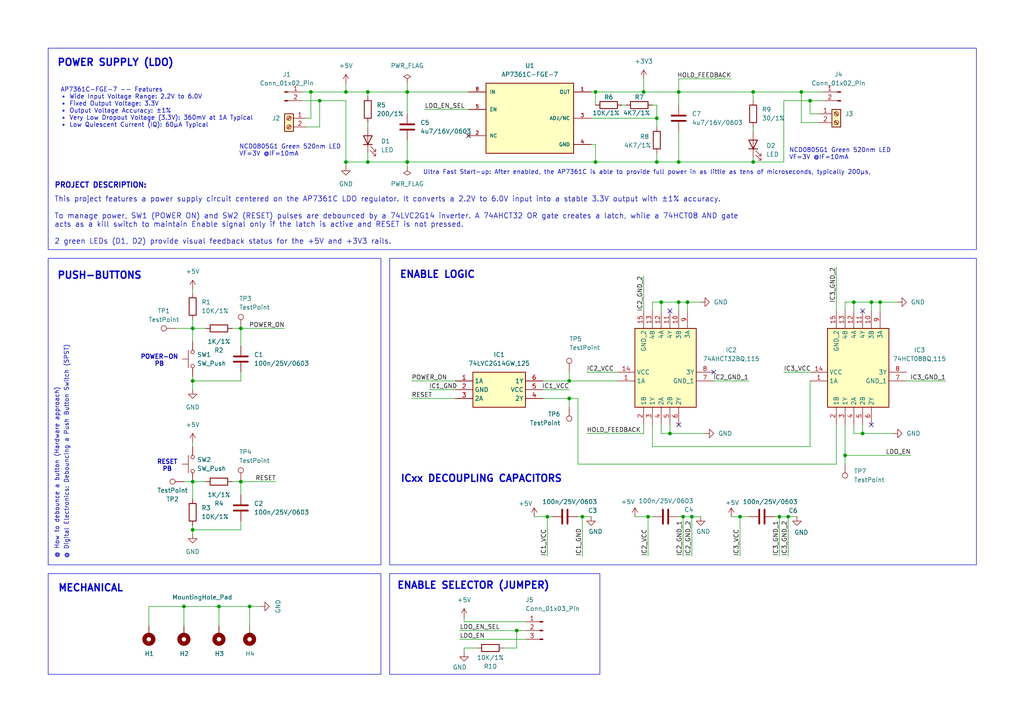
<source format=kicad_sch>
(kicad_sch
	(version 20250114)
	(generator "eeschema")
	(generator_version "9.0")
	(uuid "ddfa51db-6a60-4c72-ae02-38ebaabaeb84")
	(paper "A4")
	(title_block
		(title "VQFN_Training_Lab")
		(date "2026-01-25")
		(rev "1.0")
		(company "Author: Kepa ODRIOZOLA")
	)
	(lib_symbols
		(symbol "74AHCT32BQ_115:74AHCT32BQ,115"
			(exclude_from_sim no)
			(in_bom yes)
			(on_board yes)
			(property "Reference" "IC"
				(at 24.13 17.78 0)
				(effects
					(font
						(size 1.27 1.27)
					)
					(justify left top)
				)
			)
			(property "Value" "74AHCT32BQ,115"
				(at 24.13 15.24 0)
				(effects
					(font
						(size 1.27 1.27)
					)
					(justify left top)
				)
			)
			(property "Footprint" "74AHCT32BQ115"
				(at 24.13 -84.76 0)
				(effects
					(font
						(size 1.27 1.27)
					)
					(justify left top)
					(hide yes)
				)
			)
			(property "Datasheet" "https://assets.nexperia.com/documents/data-sheet/74AHC_AHCT32.pdf"
				(at 24.13 -184.76 0)
				(effects
					(font
						(size 1.27 1.27)
					)
					(justify left top)
					(hide yes)
				)
			)
			(property "Description" "74AHC(T)32 - Quad 2-input OR gate@en-us"
				(at 0 0 0)
				(effects
					(font
						(size 1.27 1.27)
					)
					(hide yes)
				)
			)
			(property "Height" "1"
				(at 24.13 -384.76 0)
				(effects
					(font
						(size 1.27 1.27)
					)
					(justify left top)
					(hide yes)
				)
			)
			(property "Manufacturer_Name" "Nexperia"
				(at 24.13 -484.76 0)
				(effects
					(font
						(size 1.27 1.27)
					)
					(justify left top)
					(hide yes)
				)
			)
			(property "Manufacturer_Part_Number" "74AHCT32BQ,115"
				(at 24.13 -584.76 0)
				(effects
					(font
						(size 1.27 1.27)
					)
					(justify left top)
					(hide yes)
				)
			)
			(property "Mouser Part Number" "771-AHCT32BQ115"
				(at 24.13 -684.76 0)
				(effects
					(font
						(size 1.27 1.27)
					)
					(justify left top)
					(hide yes)
				)
			)
			(property "Mouser Price/Stock" "https://www.mouser.com/Search/Refine.aspx?Keyword=771-AHCT32BQ115"
				(at 24.13 -784.76 0)
				(effects
					(font
						(size 1.27 1.27)
					)
					(justify left top)
					(hide yes)
				)
			)
			(property "Arrow Part Number" ""
				(at 24.13 -884.76 0)
				(effects
					(font
						(size 1.27 1.27)
					)
					(justify left top)
					(hide yes)
				)
			)
			(property "Arrow Price/Stock" ""
				(at 24.13 -984.76 0)
				(effects
					(font
						(size 1.27 1.27)
					)
					(justify left top)
					(hide yes)
				)
			)
			(symbol "74AHCT32BQ,115_1_1"
				(rectangle
					(start 5.08 12.7)
					(end 22.86 -10.16)
					(stroke
						(width 0.254)
						(type default)
					)
					(fill
						(type background)
					)
				)
				(pin passive line
					(at 0 0 0)
					(length 5.08)
					(name "VCC"
						(effects
							(font
								(size 1.27 1.27)
							)
						)
					)
					(number "14"
						(effects
							(font
								(size 1.27 1.27)
							)
						)
					)
				)
				(pin passive line
					(at 0 -2.54 0)
					(length 5.08)
					(name "1A"
						(effects
							(font
								(size 1.27 1.27)
							)
						)
					)
					(number "1"
						(effects
							(font
								(size 1.27 1.27)
							)
						)
					)
				)
				(pin passive line
					(at 7.62 17.78 270)
					(length 5.08)
					(name "GND_2"
						(effects
							(font
								(size 1.27 1.27)
							)
						)
					)
					(number "15"
						(effects
							(font
								(size 1.27 1.27)
							)
						)
					)
				)
				(pin passive line
					(at 7.62 -15.24 90)
					(length 5.08)
					(name "1B"
						(effects
							(font
								(size 1.27 1.27)
							)
						)
					)
					(number "2"
						(effects
							(font
								(size 1.27 1.27)
							)
						)
					)
				)
				(pin passive line
					(at 10.16 17.78 270)
					(length 5.08)
					(name "4B"
						(effects
							(font
								(size 1.27 1.27)
							)
						)
					)
					(number "13"
						(effects
							(font
								(size 1.27 1.27)
							)
						)
					)
				)
				(pin passive line
					(at 10.16 -15.24 90)
					(length 5.08)
					(name "1Y"
						(effects
							(font
								(size 1.27 1.27)
							)
						)
					)
					(number "3"
						(effects
							(font
								(size 1.27 1.27)
							)
						)
					)
				)
				(pin passive line
					(at 12.7 17.78 270)
					(length 5.08)
					(name "4A"
						(effects
							(font
								(size 1.27 1.27)
							)
						)
					)
					(number "12"
						(effects
							(font
								(size 1.27 1.27)
							)
						)
					)
				)
				(pin passive line
					(at 12.7 -15.24 90)
					(length 5.08)
					(name "2A"
						(effects
							(font
								(size 1.27 1.27)
							)
						)
					)
					(number "4"
						(effects
							(font
								(size 1.27 1.27)
							)
						)
					)
				)
				(pin passive line
					(at 15.24 17.78 270)
					(length 5.08)
					(name "4Y"
						(effects
							(font
								(size 1.27 1.27)
							)
						)
					)
					(number "11"
						(effects
							(font
								(size 1.27 1.27)
							)
						)
					)
				)
				(pin passive line
					(at 15.24 -15.24 90)
					(length 5.08)
					(name "2B"
						(effects
							(font
								(size 1.27 1.27)
							)
						)
					)
					(number "5"
						(effects
							(font
								(size 1.27 1.27)
							)
						)
					)
				)
				(pin passive line
					(at 17.78 17.78 270)
					(length 5.08)
					(name "3B"
						(effects
							(font
								(size 1.27 1.27)
							)
						)
					)
					(number "10"
						(effects
							(font
								(size 1.27 1.27)
							)
						)
					)
				)
				(pin passive line
					(at 17.78 -15.24 90)
					(length 5.08)
					(name "2Y"
						(effects
							(font
								(size 1.27 1.27)
							)
						)
					)
					(number "6"
						(effects
							(font
								(size 1.27 1.27)
							)
						)
					)
				)
				(pin passive line
					(at 20.32 17.78 270)
					(length 5.08)
					(name "3A"
						(effects
							(font
								(size 1.27 1.27)
							)
						)
					)
					(number "9"
						(effects
							(font
								(size 1.27 1.27)
							)
						)
					)
				)
				(pin passive line
					(at 27.94 0 180)
					(length 5.08)
					(name "3Y"
						(effects
							(font
								(size 1.27 1.27)
							)
						)
					)
					(number "8"
						(effects
							(font
								(size 1.27 1.27)
							)
						)
					)
				)
				(pin passive line
					(at 27.94 -2.54 180)
					(length 5.08)
					(name "GND_1"
						(effects
							(font
								(size 1.27 1.27)
							)
						)
					)
					(number "7"
						(effects
							(font
								(size 1.27 1.27)
							)
						)
					)
				)
			)
			(embedded_fonts no)
		)
		(symbol "74HCT08BQ_115:74HCT08BQ,115"
			(exclude_from_sim no)
			(in_bom yes)
			(on_board yes)
			(property "Reference" "IC"
				(at 24.13 17.78 0)
				(effects
					(font
						(size 1.27 1.27)
					)
					(justify left top)
				)
			)
			(property "Value" "74HCT08BQ,115"
				(at 24.13 15.24 0)
				(effects
					(font
						(size 1.27 1.27)
					)
					(justify left top)
				)
			)
			(property "Footprint" "74HCT08BQ115"
				(at 24.13 -84.76 0)
				(effects
					(font
						(size 1.27 1.27)
					)
					(justify left top)
					(hide yes)
				)
			)
			(property "Datasheet" "https://assets.nexperia.com/documents/data-sheet/74HC_HCT08.pdf"
				(at 24.13 -184.76 0)
				(effects
					(font
						(size 1.27 1.27)
					)
					(justify left top)
					(hide yes)
				)
			)
			(property "Description" "74HC(T)08 - Quad 2-input AND gate@en-us"
				(at 0 0 0)
				(effects
					(font
						(size 1.27 1.27)
					)
					(hide yes)
				)
			)
			(property "Height" "1"
				(at 24.13 -384.76 0)
				(effects
					(font
						(size 1.27 1.27)
					)
					(justify left top)
					(hide yes)
				)
			)
			(property "Manufacturer_Name" "Nexperia"
				(at 24.13 -484.76 0)
				(effects
					(font
						(size 1.27 1.27)
					)
					(justify left top)
					(hide yes)
				)
			)
			(property "Manufacturer_Part_Number" "74HCT08BQ,115"
				(at 24.13 -584.76 0)
				(effects
					(font
						(size 1.27 1.27)
					)
					(justify left top)
					(hide yes)
				)
			)
			(property "Mouser Part Number" "771-HCT08BQ115"
				(at 24.13 -684.76 0)
				(effects
					(font
						(size 1.27 1.27)
					)
					(justify left top)
					(hide yes)
				)
			)
			(property "Mouser Price/Stock" "https://www.mouser.co.uk/ProductDetail/Nexperia/74HCT08BQ115?qs=P62ublwmbi8dqK72P265Rw%3D%3D"
				(at 24.13 -784.76 0)
				(effects
					(font
						(size 1.27 1.27)
					)
					(justify left top)
					(hide yes)
				)
			)
			(property "Arrow Part Number" ""
				(at 24.13 -884.76 0)
				(effects
					(font
						(size 1.27 1.27)
					)
					(justify left top)
					(hide yes)
				)
			)
			(property "Arrow Price/Stock" ""
				(at 24.13 -984.76 0)
				(effects
					(font
						(size 1.27 1.27)
					)
					(justify left top)
					(hide yes)
				)
			)
			(symbol "74HCT08BQ,115_1_1"
				(rectangle
					(start 5.08 12.7)
					(end 22.86 -10.16)
					(stroke
						(width 0.254)
						(type default)
					)
					(fill
						(type background)
					)
				)
				(pin passive line
					(at 0 0 0)
					(length 5.08)
					(name "VCC"
						(effects
							(font
								(size 1.27 1.27)
							)
						)
					)
					(number "14"
						(effects
							(font
								(size 1.27 1.27)
							)
						)
					)
				)
				(pin passive line
					(at 0 -2.54 0)
					(length 5.08)
					(name "1A"
						(effects
							(font
								(size 1.27 1.27)
							)
						)
					)
					(number "1"
						(effects
							(font
								(size 1.27 1.27)
							)
						)
					)
				)
				(pin passive line
					(at 7.62 17.78 270)
					(length 5.08)
					(name "GND_2"
						(effects
							(font
								(size 1.27 1.27)
							)
						)
					)
					(number "15"
						(effects
							(font
								(size 1.27 1.27)
							)
						)
					)
				)
				(pin passive line
					(at 7.62 -15.24 90)
					(length 5.08)
					(name "1B"
						(effects
							(font
								(size 1.27 1.27)
							)
						)
					)
					(number "2"
						(effects
							(font
								(size 1.27 1.27)
							)
						)
					)
				)
				(pin passive line
					(at 10.16 17.78 270)
					(length 5.08)
					(name "4B"
						(effects
							(font
								(size 1.27 1.27)
							)
						)
					)
					(number "13"
						(effects
							(font
								(size 1.27 1.27)
							)
						)
					)
				)
				(pin passive line
					(at 10.16 -15.24 90)
					(length 5.08)
					(name "1Y"
						(effects
							(font
								(size 1.27 1.27)
							)
						)
					)
					(number "3"
						(effects
							(font
								(size 1.27 1.27)
							)
						)
					)
				)
				(pin passive line
					(at 12.7 17.78 270)
					(length 5.08)
					(name "4A"
						(effects
							(font
								(size 1.27 1.27)
							)
						)
					)
					(number "12"
						(effects
							(font
								(size 1.27 1.27)
							)
						)
					)
				)
				(pin passive line
					(at 12.7 -15.24 90)
					(length 5.08)
					(name "2A"
						(effects
							(font
								(size 1.27 1.27)
							)
						)
					)
					(number "4"
						(effects
							(font
								(size 1.27 1.27)
							)
						)
					)
				)
				(pin passive line
					(at 15.24 17.78 270)
					(length 5.08)
					(name "4Y"
						(effects
							(font
								(size 1.27 1.27)
							)
						)
					)
					(number "11"
						(effects
							(font
								(size 1.27 1.27)
							)
						)
					)
				)
				(pin passive line
					(at 15.24 -15.24 90)
					(length 5.08)
					(name "2B"
						(effects
							(font
								(size 1.27 1.27)
							)
						)
					)
					(number "5"
						(effects
							(font
								(size 1.27 1.27)
							)
						)
					)
				)
				(pin passive line
					(at 17.78 17.78 270)
					(length 5.08)
					(name "3B"
						(effects
							(font
								(size 1.27 1.27)
							)
						)
					)
					(number "10"
						(effects
							(font
								(size 1.27 1.27)
							)
						)
					)
				)
				(pin passive line
					(at 17.78 -15.24 90)
					(length 5.08)
					(name "2Y"
						(effects
							(font
								(size 1.27 1.27)
							)
						)
					)
					(number "6"
						(effects
							(font
								(size 1.27 1.27)
							)
						)
					)
				)
				(pin passive line
					(at 20.32 17.78 270)
					(length 5.08)
					(name "3A"
						(effects
							(font
								(size 1.27 1.27)
							)
						)
					)
					(number "9"
						(effects
							(font
								(size 1.27 1.27)
							)
						)
					)
				)
				(pin passive line
					(at 27.94 0 180)
					(length 5.08)
					(name "3Y"
						(effects
							(font
								(size 1.27 1.27)
							)
						)
					)
					(number "8"
						(effects
							(font
								(size 1.27 1.27)
							)
						)
					)
				)
				(pin passive line
					(at 27.94 -2.54 180)
					(length 5.08)
					(name "GND_1"
						(effects
							(font
								(size 1.27 1.27)
							)
						)
					)
					(number "7"
						(effects
							(font
								(size 1.27 1.27)
							)
						)
					)
				)
			)
			(embedded_fonts no)
		)
		(symbol "74LVC2G14GW_125:74LVC2G14GW,125"
			(exclude_from_sim no)
			(in_bom yes)
			(on_board yes)
			(property "Reference" "IC"
				(at 21.59 7.62 0)
				(effects
					(font
						(size 1.27 1.27)
					)
					(justify left top)
				)
			)
			(property "Value" "74LVC2G14GW,125"
				(at 21.59 5.08 0)
				(effects
					(font
						(size 1.27 1.27)
					)
					(justify left top)
				)
			)
			(property "Footprint" "74LVC2G14GW125"
				(at 21.59 -94.92 0)
				(effects
					(font
						(size 1.27 1.27)
					)
					(justify left top)
					(hide yes)
				)
			)
			(property "Datasheet" "https://assets.nexperia.com/documents/data-sheet/74LVC2G14.pdf"
				(at 21.59 -194.92 0)
				(effects
					(font
						(size 1.27 1.27)
					)
					(justify left top)
					(hide yes)
				)
			)
			(property "Description" "74LVC2G14 - Dual inverting Schmitt trigger with 5 V tolerant input@en-us"
				(at 0 0 0)
				(effects
					(font
						(size 1.27 1.27)
					)
					(hide yes)
				)
			)
			(property "Height" "1.1"
				(at 21.59 -394.92 0)
				(effects
					(font
						(size 1.27 1.27)
					)
					(justify left top)
					(hide yes)
				)
			)
			(property "Manufacturer_Name" "Nexperia"
				(at 21.59 -494.92 0)
				(effects
					(font
						(size 1.27 1.27)
					)
					(justify left top)
					(hide yes)
				)
			)
			(property "Manufacturer_Part_Number" "74LVC2G14GW,125"
				(at 21.59 -594.92 0)
				(effects
					(font
						(size 1.27 1.27)
					)
					(justify left top)
					(hide yes)
				)
			)
			(property "Mouser Part Number" "771-LVC2G14GW125"
				(at 21.59 -694.92 0)
				(effects
					(font
						(size 1.27 1.27)
					)
					(justify left top)
					(hide yes)
				)
			)
			(property "Mouser Price/Stock" "https://www.mouser.co.uk/ProductDetail/Nexperia/74LVC2G14GW125?qs=me8TqzrmIYU766muGj1S%2FQ%3D%3D"
				(at 21.59 -794.92 0)
				(effects
					(font
						(size 1.27 1.27)
					)
					(justify left top)
					(hide yes)
				)
			)
			(property "Arrow Part Number" "74LVC2G14GW,125"
				(at 21.59 -894.92 0)
				(effects
					(font
						(size 1.27 1.27)
					)
					(justify left top)
					(hide yes)
				)
			)
			(property "Arrow Price/Stock" "https://www.arrow.com/en/products/74lvc2g14gw125/nexperia?utm_currency=USD&region=europe"
				(at 21.59 -994.92 0)
				(effects
					(font
						(size 1.27 1.27)
					)
					(justify left top)
					(hide yes)
				)
			)
			(symbol "74LVC2G14GW,125_1_1"
				(rectangle
					(start 5.08 2.54)
					(end 20.32 -7.62)
					(stroke
						(width 0.254)
						(type default)
					)
					(fill
						(type background)
					)
				)
				(pin passive line
					(at 0 0 0)
					(length 5.08)
					(name "1A"
						(effects
							(font
								(size 1.27 1.27)
							)
						)
					)
					(number "1"
						(effects
							(font
								(size 1.27 1.27)
							)
						)
					)
				)
				(pin passive line
					(at 0 -2.54 0)
					(length 5.08)
					(name "GND"
						(effects
							(font
								(size 1.27 1.27)
							)
						)
					)
					(number "2"
						(effects
							(font
								(size 1.27 1.27)
							)
						)
					)
				)
				(pin passive line
					(at 0 -5.08 0)
					(length 5.08)
					(name "2A"
						(effects
							(font
								(size 1.27 1.27)
							)
						)
					)
					(number "3"
						(effects
							(font
								(size 1.27 1.27)
							)
						)
					)
				)
				(pin passive line
					(at 25.4 0 180)
					(length 5.08)
					(name "1Y"
						(effects
							(font
								(size 1.27 1.27)
							)
						)
					)
					(number "6"
						(effects
							(font
								(size 1.27 1.27)
							)
						)
					)
				)
				(pin passive line
					(at 25.4 -2.54 180)
					(length 5.08)
					(name "VCC"
						(effects
							(font
								(size 1.27 1.27)
							)
						)
					)
					(number "5"
						(effects
							(font
								(size 1.27 1.27)
							)
						)
					)
				)
				(pin passive line
					(at 25.4 -5.08 180)
					(length 5.08)
					(name "2Y"
						(effects
							(font
								(size 1.27 1.27)
							)
						)
					)
					(number "4"
						(effects
							(font
								(size 1.27 1.27)
							)
						)
					)
				)
			)
			(embedded_fonts no)
		)
		(symbol "AP7361C-FGE-7:AP7361C-FGE-7"
			(pin_names
				(offset 1.016)
			)
			(exclude_from_sim no)
			(in_bom yes)
			(on_board yes)
			(property "Reference" "U"
				(at -12.7 10.922 0)
				(effects
					(font
						(size 1.27 1.27)
					)
					(justify left bottom)
				)
			)
			(property "Value" "AP7361C-FGE-7"
				(at -12.7 -12.7 0)
				(effects
					(font
						(size 1.27 1.27)
					)
					(justify left bottom)
				)
			)
			(property "Footprint" "Footprints:SON65P300X300X63-9N"
				(at 0 0 0)
				(effects
					(font
						(size 1.27 1.27)
					)
					(justify bottom)
					(hide yes)
				)
			)
			(property "Datasheet" ""
				(at 0 0 0)
				(effects
					(font
						(size 1.27 1.27)
					)
					(hide yes)
				)
			)
			(property "Description" ""
				(at 0 0 0)
				(effects
					(font
						(size 1.27 1.27)
					)
					(hide yes)
				)
			)
			(property "MF" "Diodes Inc."
				(at 0 0 0)
				(effects
					(font
						(size 1.27 1.27)
					)
					(justify bottom)
					(hide yes)
				)
			)
			(property "MAXIMUM_PACKAGE_HEIGHT" "0.63 mm"
				(at 0 0 0)
				(effects
					(font
						(size 1.27 1.27)
					)
					(justify bottom)
					(hide yes)
				)
			)
			(property "Package" "UDFN-8 Diodes Inc."
				(at 0 0 0)
				(effects
					(font
						(size 1.27 1.27)
					)
					(justify bottom)
					(hide yes)
				)
			)
			(property "Price" "None"
				(at 0 0 0)
				(effects
					(font
						(size 1.27 1.27)
					)
					(justify bottom)
					(hide yes)
				)
			)
			(property "Check_prices" "https://www.snapeda.com/parts/AP7361C-FGE-7/Diodes+Inc./view-part/?ref=eda"
				(at 0 0 0)
				(effects
					(font
						(size 1.27 1.27)
					)
					(justify bottom)
					(hide yes)
				)
			)
			(property "STANDARD" "IPC-7351B"
				(at 0 0 0)
				(effects
					(font
						(size 1.27 1.27)
					)
					(justify bottom)
					(hide yes)
				)
			)
			(property "PARTREV" "5 - 2"
				(at 0 0 0)
				(effects
					(font
						(size 1.27 1.27)
					)
					(justify bottom)
					(hide yes)
				)
			)
			(property "SnapEDA_Link" "https://www.snapeda.com/parts/AP7361C-FGE-7/Diodes+Inc./view-part/?ref=snap"
				(at 0 0 0)
				(effects
					(font
						(size 1.27 1.27)
					)
					(justify bottom)
					(hide yes)
				)
			)
			(property "MP" "AP7361C-FGE-7"
				(at 0 0 0)
				(effects
					(font
						(size 1.27 1.27)
					)
					(justify bottom)
					(hide yes)
				)
			)
			(property "Purchase-URL" "https://www.snapeda.com/api/url_track_click_mouser/?unipart_id=1144953&manufacturer=Diodes Inc.&part_name=AP7361C-FGE-7&search_term=None"
				(at 0 0 0)
				(effects
					(font
						(size 1.27 1.27)
					)
					(justify bottom)
					(hide yes)
				)
			)
			(property "Description_1" "Linear Voltage Regulator IC Positive Adjustable 1 Output  1A U-DFN3030-8 (Type E)"
				(at 0 0 0)
				(effects
					(font
						(size 1.27 1.27)
					)
					(justify bottom)
					(hide yes)
				)
			)
			(property "Availability" "In Stock"
				(at 0 0 0)
				(effects
					(font
						(size 1.27 1.27)
					)
					(justify bottom)
					(hide yes)
				)
			)
			(property "MANUFACTURER" "Diodes Inc."
				(at 0 0 0)
				(effects
					(font
						(size 1.27 1.27)
					)
					(justify bottom)
					(hide yes)
				)
			)
			(symbol "AP7361C-FGE-7_0_0"
				(rectangle
					(start -12.7 -10.16)
					(end 12.7 10.16)
					(stroke
						(width 0.254)
						(type default)
					)
					(fill
						(type background)
					)
				)
				(pin input line
					(at -17.78 7.62 0)
					(length 5.08)
					(name "IN"
						(effects
							(font
								(size 1.016 1.016)
							)
						)
					)
					(number "8"
						(effects
							(font
								(size 1.016 1.016)
							)
						)
					)
				)
				(pin input line
					(at -17.78 2.54 0)
					(length 5.08)
					(name "EN"
						(effects
							(font
								(size 1.016 1.016)
							)
						)
					)
					(number "5"
						(effects
							(font
								(size 1.016 1.016)
							)
						)
					)
				)
				(pin no_connect line
					(at -17.78 -5.08 0)
					(length 5.08)
					(name "NC"
						(effects
							(font
								(size 1.016 1.016)
							)
						)
					)
					(number "2"
						(effects
							(font
								(size 1.016 1.016)
							)
						)
					)
				)
				(pin no_connect line
					(at -17.78 -5.08 0)
					(length 5.08)
					(hide yes)
					(name "NC"
						(effects
							(font
								(size 1.016 1.016)
							)
						)
					)
					(number "6"
						(effects
							(font
								(size 1.016 1.016)
							)
						)
					)
				)
				(pin no_connect line
					(at -17.78 -5.08 0)
					(length 5.08)
					(hide yes)
					(name "NC"
						(effects
							(font
								(size 1.016 1.016)
							)
						)
					)
					(number "7"
						(effects
							(font
								(size 1.016 1.016)
							)
						)
					)
				)
				(pin output line
					(at 17.78 7.62 180)
					(length 5.08)
					(name "OUT"
						(effects
							(font
								(size 1.016 1.016)
							)
						)
					)
					(number "1"
						(effects
							(font
								(size 1.016 1.016)
							)
						)
					)
				)
				(pin passive line
					(at 17.78 0 180)
					(length 5.08)
					(name "ADJ/NC"
						(effects
							(font
								(size 1.016 1.016)
							)
						)
					)
					(number "3"
						(effects
							(font
								(size 1.016 1.016)
							)
						)
					)
				)
				(pin power_in line
					(at 17.78 -7.62 180)
					(length 5.08)
					(name "GND"
						(effects
							(font
								(size 1.016 1.016)
							)
						)
					)
					(number "4"
						(effects
							(font
								(size 1.016 1.016)
							)
						)
					)
				)
				(pin power_in line
					(at 17.78 -7.62 180)
					(length 5.08)
					(hide yes)
					(name "GND"
						(effects
							(font
								(size 1.016 1.016)
							)
						)
					)
					(number "9"
						(effects
							(font
								(size 1.016 1.016)
							)
						)
					)
				)
			)
			(embedded_fonts no)
		)
		(symbol "Connector:Conn_01x02_Pin"
			(pin_names
				(offset 1.016)
				(hide yes)
			)
			(exclude_from_sim no)
			(in_bom yes)
			(on_board yes)
			(property "Reference" "J"
				(at 0 2.54 0)
				(effects
					(font
						(size 1.27 1.27)
					)
				)
			)
			(property "Value" "Conn_01x02_Pin"
				(at 0 -5.08 0)
				(effects
					(font
						(size 1.27 1.27)
					)
				)
			)
			(property "Footprint" ""
				(at 0 0 0)
				(effects
					(font
						(size 1.27 1.27)
					)
					(hide yes)
				)
			)
			(property "Datasheet" "~"
				(at 0 0 0)
				(effects
					(font
						(size 1.27 1.27)
					)
					(hide yes)
				)
			)
			(property "Description" "Generic connector, single row, 01x02, script generated"
				(at 0 0 0)
				(effects
					(font
						(size 1.27 1.27)
					)
					(hide yes)
				)
			)
			(property "ki_locked" ""
				(at 0 0 0)
				(effects
					(font
						(size 1.27 1.27)
					)
				)
			)
			(property "ki_keywords" "connector"
				(at 0 0 0)
				(effects
					(font
						(size 1.27 1.27)
					)
					(hide yes)
				)
			)
			(property "ki_fp_filters" "Connector*:*_1x??_*"
				(at 0 0 0)
				(effects
					(font
						(size 1.27 1.27)
					)
					(hide yes)
				)
			)
			(symbol "Conn_01x02_Pin_1_1"
				(rectangle
					(start 0.8636 0.127)
					(end 0 -0.127)
					(stroke
						(width 0.1524)
						(type default)
					)
					(fill
						(type outline)
					)
				)
				(rectangle
					(start 0.8636 -2.413)
					(end 0 -2.667)
					(stroke
						(width 0.1524)
						(type default)
					)
					(fill
						(type outline)
					)
				)
				(polyline
					(pts
						(xy 1.27 0) (xy 0.8636 0)
					)
					(stroke
						(width 0.1524)
						(type default)
					)
					(fill
						(type none)
					)
				)
				(polyline
					(pts
						(xy 1.27 -2.54) (xy 0.8636 -2.54)
					)
					(stroke
						(width 0.1524)
						(type default)
					)
					(fill
						(type none)
					)
				)
				(pin passive line
					(at 5.08 0 180)
					(length 3.81)
					(name "Pin_1"
						(effects
							(font
								(size 1.27 1.27)
							)
						)
					)
					(number "1"
						(effects
							(font
								(size 1.27 1.27)
							)
						)
					)
				)
				(pin passive line
					(at 5.08 -2.54 180)
					(length 3.81)
					(name "Pin_2"
						(effects
							(font
								(size 1.27 1.27)
							)
						)
					)
					(number "2"
						(effects
							(font
								(size 1.27 1.27)
							)
						)
					)
				)
			)
			(embedded_fonts no)
		)
		(symbol "Connector:Conn_01x03_Pin"
			(pin_names
				(offset 1.016)
				(hide yes)
			)
			(exclude_from_sim no)
			(in_bom yes)
			(on_board yes)
			(property "Reference" "J"
				(at 0 5.08 0)
				(effects
					(font
						(size 1.27 1.27)
					)
				)
			)
			(property "Value" "Conn_01x03_Pin"
				(at 0 -5.08 0)
				(effects
					(font
						(size 1.27 1.27)
					)
				)
			)
			(property "Footprint" ""
				(at 0 0 0)
				(effects
					(font
						(size 1.27 1.27)
					)
					(hide yes)
				)
			)
			(property "Datasheet" "~"
				(at 0 0 0)
				(effects
					(font
						(size 1.27 1.27)
					)
					(hide yes)
				)
			)
			(property "Description" "Generic connector, single row, 01x03, script generated"
				(at 0 0 0)
				(effects
					(font
						(size 1.27 1.27)
					)
					(hide yes)
				)
			)
			(property "ki_locked" ""
				(at 0 0 0)
				(effects
					(font
						(size 1.27 1.27)
					)
				)
			)
			(property "ki_keywords" "connector"
				(at 0 0 0)
				(effects
					(font
						(size 1.27 1.27)
					)
					(hide yes)
				)
			)
			(property "ki_fp_filters" "Connector*:*_1x??_*"
				(at 0 0 0)
				(effects
					(font
						(size 1.27 1.27)
					)
					(hide yes)
				)
			)
			(symbol "Conn_01x03_Pin_1_1"
				(rectangle
					(start 0.8636 2.667)
					(end 0 2.413)
					(stroke
						(width 0.1524)
						(type default)
					)
					(fill
						(type outline)
					)
				)
				(rectangle
					(start 0.8636 0.127)
					(end 0 -0.127)
					(stroke
						(width 0.1524)
						(type default)
					)
					(fill
						(type outline)
					)
				)
				(rectangle
					(start 0.8636 -2.413)
					(end 0 -2.667)
					(stroke
						(width 0.1524)
						(type default)
					)
					(fill
						(type outline)
					)
				)
				(polyline
					(pts
						(xy 1.27 2.54) (xy 0.8636 2.54)
					)
					(stroke
						(width 0.1524)
						(type default)
					)
					(fill
						(type none)
					)
				)
				(polyline
					(pts
						(xy 1.27 0) (xy 0.8636 0)
					)
					(stroke
						(width 0.1524)
						(type default)
					)
					(fill
						(type none)
					)
				)
				(polyline
					(pts
						(xy 1.27 -2.54) (xy 0.8636 -2.54)
					)
					(stroke
						(width 0.1524)
						(type default)
					)
					(fill
						(type none)
					)
				)
				(pin passive line
					(at 5.08 2.54 180)
					(length 3.81)
					(name "Pin_1"
						(effects
							(font
								(size 1.27 1.27)
							)
						)
					)
					(number "1"
						(effects
							(font
								(size 1.27 1.27)
							)
						)
					)
				)
				(pin passive line
					(at 5.08 0 180)
					(length 3.81)
					(name "Pin_2"
						(effects
							(font
								(size 1.27 1.27)
							)
						)
					)
					(number "2"
						(effects
							(font
								(size 1.27 1.27)
							)
						)
					)
				)
				(pin passive line
					(at 5.08 -2.54 180)
					(length 3.81)
					(name "Pin_3"
						(effects
							(font
								(size 1.27 1.27)
							)
						)
					)
					(number "3"
						(effects
							(font
								(size 1.27 1.27)
							)
						)
					)
				)
			)
			(embedded_fonts no)
		)
		(symbol "Connector:Screw_Terminal_01x02"
			(pin_names
				(offset 1.016)
				(hide yes)
			)
			(exclude_from_sim no)
			(in_bom yes)
			(on_board yes)
			(property "Reference" "J"
				(at 0 2.54 0)
				(effects
					(font
						(size 1.27 1.27)
					)
				)
			)
			(property "Value" "Screw_Terminal_01x02"
				(at 0 -5.08 0)
				(effects
					(font
						(size 1.27 1.27)
					)
				)
			)
			(property "Footprint" ""
				(at 0 0 0)
				(effects
					(font
						(size 1.27 1.27)
					)
					(hide yes)
				)
			)
			(property "Datasheet" "~"
				(at 0 0 0)
				(effects
					(font
						(size 1.27 1.27)
					)
					(hide yes)
				)
			)
			(property "Description" "Generic screw terminal, single row, 01x02, script generated (kicad-library-utils/schlib/autogen/connector/)"
				(at 0 0 0)
				(effects
					(font
						(size 1.27 1.27)
					)
					(hide yes)
				)
			)
			(property "ki_keywords" "screw terminal"
				(at 0 0 0)
				(effects
					(font
						(size 1.27 1.27)
					)
					(hide yes)
				)
			)
			(property "ki_fp_filters" "TerminalBlock*:*"
				(at 0 0 0)
				(effects
					(font
						(size 1.27 1.27)
					)
					(hide yes)
				)
			)
			(symbol "Screw_Terminal_01x02_1_1"
				(rectangle
					(start -1.27 1.27)
					(end 1.27 -3.81)
					(stroke
						(width 0.254)
						(type default)
					)
					(fill
						(type background)
					)
				)
				(polyline
					(pts
						(xy -0.5334 0.3302) (xy 0.3302 -0.508)
					)
					(stroke
						(width 0.1524)
						(type default)
					)
					(fill
						(type none)
					)
				)
				(polyline
					(pts
						(xy -0.5334 -2.2098) (xy 0.3302 -3.048)
					)
					(stroke
						(width 0.1524)
						(type default)
					)
					(fill
						(type none)
					)
				)
				(polyline
					(pts
						(xy -0.3556 0.508) (xy 0.508 -0.3302)
					)
					(stroke
						(width 0.1524)
						(type default)
					)
					(fill
						(type none)
					)
				)
				(polyline
					(pts
						(xy -0.3556 -2.032) (xy 0.508 -2.8702)
					)
					(stroke
						(width 0.1524)
						(type default)
					)
					(fill
						(type none)
					)
				)
				(circle
					(center 0 0)
					(radius 0.635)
					(stroke
						(width 0.1524)
						(type default)
					)
					(fill
						(type none)
					)
				)
				(circle
					(center 0 -2.54)
					(radius 0.635)
					(stroke
						(width 0.1524)
						(type default)
					)
					(fill
						(type none)
					)
				)
				(pin passive line
					(at -5.08 0 0)
					(length 3.81)
					(name "Pin_1"
						(effects
							(font
								(size 1.27 1.27)
							)
						)
					)
					(number "1"
						(effects
							(font
								(size 1.27 1.27)
							)
						)
					)
				)
				(pin passive line
					(at -5.08 -2.54 0)
					(length 3.81)
					(name "Pin_2"
						(effects
							(font
								(size 1.27 1.27)
							)
						)
					)
					(number "2"
						(effects
							(font
								(size 1.27 1.27)
							)
						)
					)
				)
			)
			(embedded_fonts no)
		)
		(symbol "Connector:TestPoint"
			(pin_numbers
				(hide yes)
			)
			(pin_names
				(offset 0.762)
				(hide yes)
			)
			(exclude_from_sim no)
			(in_bom yes)
			(on_board yes)
			(property "Reference" "TP"
				(at 0 6.858 0)
				(effects
					(font
						(size 1.27 1.27)
					)
				)
			)
			(property "Value" "TestPoint"
				(at 0 5.08 0)
				(effects
					(font
						(size 1.27 1.27)
					)
				)
			)
			(property "Footprint" ""
				(at 5.08 0 0)
				(effects
					(font
						(size 1.27 1.27)
					)
					(hide yes)
				)
			)
			(property "Datasheet" "~"
				(at 5.08 0 0)
				(effects
					(font
						(size 1.27 1.27)
					)
					(hide yes)
				)
			)
			(property "Description" "test point"
				(at 0 0 0)
				(effects
					(font
						(size 1.27 1.27)
					)
					(hide yes)
				)
			)
			(property "ki_keywords" "test point tp"
				(at 0 0 0)
				(effects
					(font
						(size 1.27 1.27)
					)
					(hide yes)
				)
			)
			(property "ki_fp_filters" "Pin* Test*"
				(at 0 0 0)
				(effects
					(font
						(size 1.27 1.27)
					)
					(hide yes)
				)
			)
			(symbol "TestPoint_0_1"
				(circle
					(center 0 3.302)
					(radius 0.762)
					(stroke
						(width 0)
						(type default)
					)
					(fill
						(type none)
					)
				)
			)
			(symbol "TestPoint_1_1"
				(pin passive line
					(at 0 0 90)
					(length 2.54)
					(name "1"
						(effects
							(font
								(size 1.27 1.27)
							)
						)
					)
					(number "1"
						(effects
							(font
								(size 1.27 1.27)
							)
						)
					)
				)
			)
			(embedded_fonts no)
		)
		(symbol "Device:C"
			(pin_numbers
				(hide yes)
			)
			(pin_names
				(offset 0.254)
			)
			(exclude_from_sim no)
			(in_bom yes)
			(on_board yes)
			(property "Reference" "C"
				(at 0.635 2.54 0)
				(effects
					(font
						(size 1.27 1.27)
					)
					(justify left)
				)
			)
			(property "Value" "C"
				(at 0.635 -2.54 0)
				(effects
					(font
						(size 1.27 1.27)
					)
					(justify left)
				)
			)
			(property "Footprint" ""
				(at 0.9652 -3.81 0)
				(effects
					(font
						(size 1.27 1.27)
					)
					(hide yes)
				)
			)
			(property "Datasheet" "~"
				(at 0 0 0)
				(effects
					(font
						(size 1.27 1.27)
					)
					(hide yes)
				)
			)
			(property "Description" "Unpolarized capacitor"
				(at 0 0 0)
				(effects
					(font
						(size 1.27 1.27)
					)
					(hide yes)
				)
			)
			(property "ki_keywords" "cap capacitor"
				(at 0 0 0)
				(effects
					(font
						(size 1.27 1.27)
					)
					(hide yes)
				)
			)
			(property "ki_fp_filters" "C_*"
				(at 0 0 0)
				(effects
					(font
						(size 1.27 1.27)
					)
					(hide yes)
				)
			)
			(symbol "C_0_1"
				(polyline
					(pts
						(xy -2.032 0.762) (xy 2.032 0.762)
					)
					(stroke
						(width 0.508)
						(type default)
					)
					(fill
						(type none)
					)
				)
				(polyline
					(pts
						(xy -2.032 -0.762) (xy 2.032 -0.762)
					)
					(stroke
						(width 0.508)
						(type default)
					)
					(fill
						(type none)
					)
				)
			)
			(symbol "C_1_1"
				(pin passive line
					(at 0 3.81 270)
					(length 2.794)
					(name "~"
						(effects
							(font
								(size 1.27 1.27)
							)
						)
					)
					(number "1"
						(effects
							(font
								(size 1.27 1.27)
							)
						)
					)
				)
				(pin passive line
					(at 0 -3.81 90)
					(length 2.794)
					(name "~"
						(effects
							(font
								(size 1.27 1.27)
							)
						)
					)
					(number "2"
						(effects
							(font
								(size 1.27 1.27)
							)
						)
					)
				)
			)
			(embedded_fonts no)
		)
		(symbol "Device:LED"
			(pin_numbers
				(hide yes)
			)
			(pin_names
				(offset 1.016)
				(hide yes)
			)
			(exclude_from_sim no)
			(in_bom yes)
			(on_board yes)
			(property "Reference" "D"
				(at 0 2.54 0)
				(effects
					(font
						(size 1.27 1.27)
					)
				)
			)
			(property "Value" "LED"
				(at 0 -2.54 0)
				(effects
					(font
						(size 1.27 1.27)
					)
				)
			)
			(property "Footprint" ""
				(at 0 0 0)
				(effects
					(font
						(size 1.27 1.27)
					)
					(hide yes)
				)
			)
			(property "Datasheet" "~"
				(at 0 0 0)
				(effects
					(font
						(size 1.27 1.27)
					)
					(hide yes)
				)
			)
			(property "Description" "Light emitting diode"
				(at 0 0 0)
				(effects
					(font
						(size 1.27 1.27)
					)
					(hide yes)
				)
			)
			(property "Sim.Pins" "1=K 2=A"
				(at 0 0 0)
				(effects
					(font
						(size 1.27 1.27)
					)
					(hide yes)
				)
			)
			(property "ki_keywords" "LED diode"
				(at 0 0 0)
				(effects
					(font
						(size 1.27 1.27)
					)
					(hide yes)
				)
			)
			(property "ki_fp_filters" "LED* LED_SMD:* LED_THT:*"
				(at 0 0 0)
				(effects
					(font
						(size 1.27 1.27)
					)
					(hide yes)
				)
			)
			(symbol "LED_0_1"
				(polyline
					(pts
						(xy -3.048 -0.762) (xy -4.572 -2.286) (xy -3.81 -2.286) (xy -4.572 -2.286) (xy -4.572 -1.524)
					)
					(stroke
						(width 0)
						(type default)
					)
					(fill
						(type none)
					)
				)
				(polyline
					(pts
						(xy -1.778 -0.762) (xy -3.302 -2.286) (xy -2.54 -2.286) (xy -3.302 -2.286) (xy -3.302 -1.524)
					)
					(stroke
						(width 0)
						(type default)
					)
					(fill
						(type none)
					)
				)
				(polyline
					(pts
						(xy -1.27 0) (xy 1.27 0)
					)
					(stroke
						(width 0)
						(type default)
					)
					(fill
						(type none)
					)
				)
				(polyline
					(pts
						(xy -1.27 -1.27) (xy -1.27 1.27)
					)
					(stroke
						(width 0.254)
						(type default)
					)
					(fill
						(type none)
					)
				)
				(polyline
					(pts
						(xy 1.27 -1.27) (xy 1.27 1.27) (xy -1.27 0) (xy 1.27 -1.27)
					)
					(stroke
						(width 0.254)
						(type default)
					)
					(fill
						(type none)
					)
				)
			)
			(symbol "LED_1_1"
				(pin passive line
					(at -3.81 0 0)
					(length 2.54)
					(name "K"
						(effects
							(font
								(size 1.27 1.27)
							)
						)
					)
					(number "1"
						(effects
							(font
								(size 1.27 1.27)
							)
						)
					)
				)
				(pin passive line
					(at 3.81 0 180)
					(length 2.54)
					(name "A"
						(effects
							(font
								(size 1.27 1.27)
							)
						)
					)
					(number "2"
						(effects
							(font
								(size 1.27 1.27)
							)
						)
					)
				)
			)
			(embedded_fonts no)
		)
		(symbol "Device:R"
			(pin_numbers
				(hide yes)
			)
			(pin_names
				(offset 0)
			)
			(exclude_from_sim no)
			(in_bom yes)
			(on_board yes)
			(property "Reference" "R"
				(at 2.032 0 90)
				(effects
					(font
						(size 1.27 1.27)
					)
				)
			)
			(property "Value" "R"
				(at 0 0 90)
				(effects
					(font
						(size 1.27 1.27)
					)
				)
			)
			(property "Footprint" ""
				(at -1.778 0 90)
				(effects
					(font
						(size 1.27 1.27)
					)
					(hide yes)
				)
			)
			(property "Datasheet" "~"
				(at 0 0 0)
				(effects
					(font
						(size 1.27 1.27)
					)
					(hide yes)
				)
			)
			(property "Description" "Resistor"
				(at 0 0 0)
				(effects
					(font
						(size 1.27 1.27)
					)
					(hide yes)
				)
			)
			(property "ki_keywords" "R res resistor"
				(at 0 0 0)
				(effects
					(font
						(size 1.27 1.27)
					)
					(hide yes)
				)
			)
			(property "ki_fp_filters" "R_*"
				(at 0 0 0)
				(effects
					(font
						(size 1.27 1.27)
					)
					(hide yes)
				)
			)
			(symbol "R_0_1"
				(rectangle
					(start -1.016 -2.54)
					(end 1.016 2.54)
					(stroke
						(width 0.254)
						(type default)
					)
					(fill
						(type none)
					)
				)
			)
			(symbol "R_1_1"
				(pin passive line
					(at 0 3.81 270)
					(length 1.27)
					(name "~"
						(effects
							(font
								(size 1.27 1.27)
							)
						)
					)
					(number "1"
						(effects
							(font
								(size 1.27 1.27)
							)
						)
					)
				)
				(pin passive line
					(at 0 -3.81 90)
					(length 1.27)
					(name "~"
						(effects
							(font
								(size 1.27 1.27)
							)
						)
					)
					(number "2"
						(effects
							(font
								(size 1.27 1.27)
							)
						)
					)
				)
			)
			(embedded_fonts no)
		)
		(symbol "Mechanical:MountingHole_Pad"
			(pin_numbers
				(hide yes)
			)
			(pin_names
				(offset 1.016)
				(hide yes)
			)
			(exclude_from_sim no)
			(in_bom no)
			(on_board yes)
			(property "Reference" "H"
				(at 0 6.35 0)
				(effects
					(font
						(size 1.27 1.27)
					)
				)
			)
			(property "Value" "MountingHole_Pad"
				(at 0 4.445 0)
				(effects
					(font
						(size 1.27 1.27)
					)
				)
			)
			(property "Footprint" ""
				(at 0 0 0)
				(effects
					(font
						(size 1.27 1.27)
					)
					(hide yes)
				)
			)
			(property "Datasheet" "~"
				(at 0 0 0)
				(effects
					(font
						(size 1.27 1.27)
					)
					(hide yes)
				)
			)
			(property "Description" "Mounting Hole with connection"
				(at 0 0 0)
				(effects
					(font
						(size 1.27 1.27)
					)
					(hide yes)
				)
			)
			(property "ki_keywords" "mounting hole"
				(at 0 0 0)
				(effects
					(font
						(size 1.27 1.27)
					)
					(hide yes)
				)
			)
			(property "ki_fp_filters" "MountingHole*Pad*"
				(at 0 0 0)
				(effects
					(font
						(size 1.27 1.27)
					)
					(hide yes)
				)
			)
			(symbol "MountingHole_Pad_0_1"
				(circle
					(center 0 1.27)
					(radius 1.27)
					(stroke
						(width 1.27)
						(type default)
					)
					(fill
						(type none)
					)
				)
			)
			(symbol "MountingHole_Pad_1_1"
				(pin input line
					(at 0 -2.54 90)
					(length 2.54)
					(name "1"
						(effects
							(font
								(size 1.27 1.27)
							)
						)
					)
					(number "1"
						(effects
							(font
								(size 1.27 1.27)
							)
						)
					)
				)
			)
			(embedded_fonts no)
		)
		(symbol "Switch:SW_Push"
			(pin_numbers
				(hide yes)
			)
			(pin_names
				(offset 1.016)
				(hide yes)
			)
			(exclude_from_sim no)
			(in_bom yes)
			(on_board yes)
			(property "Reference" "SW"
				(at 1.27 2.54 0)
				(effects
					(font
						(size 1.27 1.27)
					)
					(justify left)
				)
			)
			(property "Value" "SW_Push"
				(at 0 -1.524 0)
				(effects
					(font
						(size 1.27 1.27)
					)
				)
			)
			(property "Footprint" ""
				(at 0 5.08 0)
				(effects
					(font
						(size 1.27 1.27)
					)
					(hide yes)
				)
			)
			(property "Datasheet" "~"
				(at 0 5.08 0)
				(effects
					(font
						(size 1.27 1.27)
					)
					(hide yes)
				)
			)
			(property "Description" "Push button switch, generic, two pins"
				(at 0 0 0)
				(effects
					(font
						(size 1.27 1.27)
					)
					(hide yes)
				)
			)
			(property "ki_keywords" "switch normally-open pushbutton push-button"
				(at 0 0 0)
				(effects
					(font
						(size 1.27 1.27)
					)
					(hide yes)
				)
			)
			(symbol "SW_Push_0_1"
				(circle
					(center -2.032 0)
					(radius 0.508)
					(stroke
						(width 0)
						(type default)
					)
					(fill
						(type none)
					)
				)
				(polyline
					(pts
						(xy 0 1.27) (xy 0 3.048)
					)
					(stroke
						(width 0)
						(type default)
					)
					(fill
						(type none)
					)
				)
				(circle
					(center 2.032 0)
					(radius 0.508)
					(stroke
						(width 0)
						(type default)
					)
					(fill
						(type none)
					)
				)
				(polyline
					(pts
						(xy 2.54 1.27) (xy -2.54 1.27)
					)
					(stroke
						(width 0)
						(type default)
					)
					(fill
						(type none)
					)
				)
				(pin passive line
					(at -5.08 0 0)
					(length 2.54)
					(name "1"
						(effects
							(font
								(size 1.27 1.27)
							)
						)
					)
					(number "1"
						(effects
							(font
								(size 1.27 1.27)
							)
						)
					)
				)
				(pin passive line
					(at 5.08 0 180)
					(length 2.54)
					(name "2"
						(effects
							(font
								(size 1.27 1.27)
							)
						)
					)
					(number "2"
						(effects
							(font
								(size 1.27 1.27)
							)
						)
					)
				)
			)
			(embedded_fonts no)
		)
		(symbol "power:+3V3"
			(power)
			(pin_numbers
				(hide yes)
			)
			(pin_names
				(offset 0)
				(hide yes)
			)
			(exclude_from_sim no)
			(in_bom yes)
			(on_board yes)
			(property "Reference" "#PWR"
				(at 0 -3.81 0)
				(effects
					(font
						(size 1.27 1.27)
					)
					(hide yes)
				)
			)
			(property "Value" "+3V3"
				(at 0 3.556 0)
				(effects
					(font
						(size 1.27 1.27)
					)
				)
			)
			(property "Footprint" ""
				(at 0 0 0)
				(effects
					(font
						(size 1.27 1.27)
					)
					(hide yes)
				)
			)
			(property "Datasheet" ""
				(at 0 0 0)
				(effects
					(font
						(size 1.27 1.27)
					)
					(hide yes)
				)
			)
			(property "Description" "Power symbol creates a global label with name \"+3V3\""
				(at 0 0 0)
				(effects
					(font
						(size 1.27 1.27)
					)
					(hide yes)
				)
			)
			(property "ki_keywords" "global power"
				(at 0 0 0)
				(effects
					(font
						(size 1.27 1.27)
					)
					(hide yes)
				)
			)
			(symbol "+3V3_0_1"
				(polyline
					(pts
						(xy -0.762 1.27) (xy 0 2.54)
					)
					(stroke
						(width 0)
						(type default)
					)
					(fill
						(type none)
					)
				)
				(polyline
					(pts
						(xy 0 2.54) (xy 0.762 1.27)
					)
					(stroke
						(width 0)
						(type default)
					)
					(fill
						(type none)
					)
				)
				(polyline
					(pts
						(xy 0 0) (xy 0 2.54)
					)
					(stroke
						(width 0)
						(type default)
					)
					(fill
						(type none)
					)
				)
			)
			(symbol "+3V3_1_1"
				(pin power_in line
					(at 0 0 90)
					(length 0)
					(name "~"
						(effects
							(font
								(size 1.27 1.27)
							)
						)
					)
					(number "1"
						(effects
							(font
								(size 1.27 1.27)
							)
						)
					)
				)
			)
			(embedded_fonts no)
		)
		(symbol "power:+5V"
			(power)
			(pin_numbers
				(hide yes)
			)
			(pin_names
				(offset 0)
				(hide yes)
			)
			(exclude_from_sim no)
			(in_bom yes)
			(on_board yes)
			(property "Reference" "#PWR"
				(at 0 -3.81 0)
				(effects
					(font
						(size 1.27 1.27)
					)
					(hide yes)
				)
			)
			(property "Value" "+5V"
				(at 0 3.556 0)
				(effects
					(font
						(size 1.27 1.27)
					)
				)
			)
			(property "Footprint" ""
				(at 0 0 0)
				(effects
					(font
						(size 1.27 1.27)
					)
					(hide yes)
				)
			)
			(property "Datasheet" ""
				(at 0 0 0)
				(effects
					(font
						(size 1.27 1.27)
					)
					(hide yes)
				)
			)
			(property "Description" "Power symbol creates a global label with name \"+5V\""
				(at 0 0 0)
				(effects
					(font
						(size 1.27 1.27)
					)
					(hide yes)
				)
			)
			(property "ki_keywords" "global power"
				(at 0 0 0)
				(effects
					(font
						(size 1.27 1.27)
					)
					(hide yes)
				)
			)
			(symbol "+5V_0_1"
				(polyline
					(pts
						(xy -0.762 1.27) (xy 0 2.54)
					)
					(stroke
						(width 0)
						(type default)
					)
					(fill
						(type none)
					)
				)
				(polyline
					(pts
						(xy 0 2.54) (xy 0.762 1.27)
					)
					(stroke
						(width 0)
						(type default)
					)
					(fill
						(type none)
					)
				)
				(polyline
					(pts
						(xy 0 0) (xy 0 2.54)
					)
					(stroke
						(width 0)
						(type default)
					)
					(fill
						(type none)
					)
				)
			)
			(symbol "+5V_1_1"
				(pin power_in line
					(at 0 0 90)
					(length 0)
					(name "~"
						(effects
							(font
								(size 1.27 1.27)
							)
						)
					)
					(number "1"
						(effects
							(font
								(size 1.27 1.27)
							)
						)
					)
				)
			)
			(embedded_fonts no)
		)
		(symbol "power:GND"
			(power)
			(pin_numbers
				(hide yes)
			)
			(pin_names
				(offset 0)
				(hide yes)
			)
			(exclude_from_sim no)
			(in_bom yes)
			(on_board yes)
			(property "Reference" "#PWR"
				(at 0 -6.35 0)
				(effects
					(font
						(size 1.27 1.27)
					)
					(hide yes)
				)
			)
			(property "Value" "GND"
				(at 0 -3.81 0)
				(effects
					(font
						(size 1.27 1.27)
					)
				)
			)
			(property "Footprint" ""
				(at 0 0 0)
				(effects
					(font
						(size 1.27 1.27)
					)
					(hide yes)
				)
			)
			(property "Datasheet" ""
				(at 0 0 0)
				(effects
					(font
						(size 1.27 1.27)
					)
					(hide yes)
				)
			)
			(property "Description" "Power symbol creates a global label with name \"GND\" , ground"
				(at 0 0 0)
				(effects
					(font
						(size 1.27 1.27)
					)
					(hide yes)
				)
			)
			(property "ki_keywords" "global power"
				(at 0 0 0)
				(effects
					(font
						(size 1.27 1.27)
					)
					(hide yes)
				)
			)
			(symbol "GND_0_1"
				(polyline
					(pts
						(xy 0 0) (xy 0 -1.27) (xy 1.27 -1.27) (xy 0 -2.54) (xy -1.27 -1.27) (xy 0 -1.27)
					)
					(stroke
						(width 0)
						(type default)
					)
					(fill
						(type none)
					)
				)
			)
			(symbol "GND_1_1"
				(pin power_in line
					(at 0 0 270)
					(length 0)
					(name "~"
						(effects
							(font
								(size 1.27 1.27)
							)
						)
					)
					(number "1"
						(effects
							(font
								(size 1.27 1.27)
							)
						)
					)
				)
			)
			(embedded_fonts no)
		)
		(symbol "power:PWR_FLAG"
			(power)
			(pin_numbers
				(hide yes)
			)
			(pin_names
				(offset 0)
				(hide yes)
			)
			(exclude_from_sim no)
			(in_bom yes)
			(on_board yes)
			(property "Reference" "#FLG"
				(at 0 1.905 0)
				(effects
					(font
						(size 1.27 1.27)
					)
					(hide yes)
				)
			)
			(property "Value" "PWR_FLAG"
				(at 0 3.81 0)
				(effects
					(font
						(size 1.27 1.27)
					)
				)
			)
			(property "Footprint" ""
				(at 0 0 0)
				(effects
					(font
						(size 1.27 1.27)
					)
					(hide yes)
				)
			)
			(property "Datasheet" "~"
				(at 0 0 0)
				(effects
					(font
						(size 1.27 1.27)
					)
					(hide yes)
				)
			)
			(property "Description" "Special symbol for telling ERC where power comes from"
				(at 0 0 0)
				(effects
					(font
						(size 1.27 1.27)
					)
					(hide yes)
				)
			)
			(property "ki_keywords" "flag power"
				(at 0 0 0)
				(effects
					(font
						(size 1.27 1.27)
					)
					(hide yes)
				)
			)
			(symbol "PWR_FLAG_0_0"
				(pin power_out line
					(at 0 0 90)
					(length 0)
					(name "~"
						(effects
							(font
								(size 1.27 1.27)
							)
						)
					)
					(number "1"
						(effects
							(font
								(size 1.27 1.27)
							)
						)
					)
				)
			)
			(symbol "PWR_FLAG_0_1"
				(polyline
					(pts
						(xy 0 0) (xy 0 1.27) (xy -1.016 1.905) (xy 0 2.54) (xy 1.016 1.905) (xy 0 1.27)
					)
					(stroke
						(width 0)
						(type default)
					)
					(fill
						(type none)
					)
				)
			)
			(embedded_fonts no)
		)
	)
	(rectangle
		(start 113.03 166.37)
		(end 173.99 195.58)
		(stroke
			(width 0)
			(type default)
		)
		(fill
			(type none)
		)
		(uuid 626a8bd7-7d3a-4f8d-8ec4-2ccfb13b97dc)
	)
	(rectangle
		(start 13.97 74.93)
		(end 110.49 163.83)
		(stroke
			(width 0)
			(type default)
		)
		(fill
			(type none)
		)
		(uuid 89c9dcf6-e7da-49cc-a3af-3495f23f1c13)
	)
	(rectangle
		(start 13.97 166.37)
		(end 110.49 195.58)
		(stroke
			(width 0)
			(type default)
		)
		(fill
			(type none)
		)
		(uuid 9e7746f3-6725-4317-9f28-3b430b7a41a3)
	)
	(rectangle
		(start 113.03 74.93)
		(end 283.21 163.83)
		(stroke
			(width 0)
			(type default)
		)
		(fill
			(type none)
		)
		(uuid c7708bd6-8e87-4cde-94fc-3cc0fda07827)
	)
	(rectangle
		(start 13.97 13.97)
		(end 283.21 72.39)
		(stroke
			(width 0)
			(type default)
		)
		(fill
			(type none)
		)
		(uuid fe388a18-f5e9-41b2-8c65-f1838d93e673)
	)
	(text "Ultra Fast Start-up: After enabled, the AP7361C is able to provide full power in as little as tens of microseconds, typically 200µs,"
		(exclude_from_sim no)
		(at 122.682 50.038 0)
		(effects
			(font
				(size 1.27 1.27)
			)
			(justify left)
		)
		(uuid "0541c303-a8dd-49d8-9978-ebfb0c80d6a3")
	)
	(text "POWER SUPPLY (LDO)"
		(exclude_from_sim no)
		(at 16.51 18.288 0)
		(effects
			(font
				(face "KiCad Font")
				(size 2.032 2.032)
				(thickness 0.4064)
				(bold yes)
			)
			(justify left)
		)
		(uuid "2bf83b1b-4d59-4f09-989e-cae422c82464")
	)
	(text "ENABLE LOGIC"
		(exclude_from_sim no)
		(at 115.824 79.756 0)
		(effects
			(font
				(size 2.032 2.032)
				(thickness 0.4064)
				(bold yes)
			)
			(justify left)
		)
		(uuid "409931d0-5120-48c7-ad00-250deee47883")
	)
	(text "This project features a power supply circuit centered on the AP7361C LDO regulator. It converts a 2.2V to 6.0V input into a stable 3.3V output with ±1% accuracy. \n\nTo manage power, SW1 (POWER ON) and SW2 (RESET) pulses are debounced by a 74LVC2G14 inverter. A 74AHCT32 OR gate creates a latch, while a 74HCT08 AND gate \nacts as a kill switch to maintain Enable signal only if the latch is active and RESET is not pressed. \n\n2 green LEDs (D1, D2) provide visual feedback status for the +5V and +3V3 rails."
		(exclude_from_sim no)
		(at 15.748 64.008 0)
		(effects
			(font
				(size 1.524 1.524)
			)
			(justify left)
		)
		(uuid "47604f34-6f30-4106-986b-64c46892d107")
	)
	(text "ICxx DECOUPLING CAPACITORS"
		(exclude_from_sim no)
		(at 116.078 138.938 0)
		(effects
			(font
				(size 2.032 2.032)
				(thickness 0.4064)
				(bold yes)
			)
			(justify left)
		)
		(uuid "4852b804-8ead-4b83-898b-f83afa007210")
	)
	(text "PUSH-BUTTONS"
		(exclude_from_sim no)
		(at 16.51 80.01 0)
		(effects
			(font
				(size 2.032 2.032)
				(thickness 0.4064)
				(bold yes)
			)
			(justify left)
		)
		(uuid "55372d1b-10ac-4560-80af-0dffafb4950f")
	)
	(text "NCD0805G1 Green 520nm LED\nVF=3V @IF=10mA"
		(exclude_from_sim no)
		(at 69.342 43.688 0)
		(effects
			(font
				(size 1.27 1.27)
			)
			(justify left)
		)
		(uuid "555ebd12-56bf-4397-828c-321861a6a063")
	)
	(text "PROJECT DESCRIPTION:\n"
		(exclude_from_sim no)
		(at 15.748 53.848 0)
		(effects
			(font
				(size 1.524 1.524)
				(thickness 0.3048)
				(bold yes)
			)
			(justify left)
		)
		(uuid "6717640c-0b06-499c-98a0-6cfda85c79a2")
	)
	(text "POWER-ON\nPB"
		(exclude_from_sim no)
		(at 46.228 104.648 0)
		(effects
			(font
				(size 1.27 1.27)
				(thickness 0.254)
				(bold yes)
			)
		)
		(uuid "8b19bc01-b5d3-4248-81d8-34d571d05973")
	)
	(text "ENABLE SELECTOR (JUMPER)"
		(exclude_from_sim no)
		(at 115.062 169.926 0)
		(effects
			(font
				(size 2.032 2.032)
				(thickness 0.4064)
				(bold yes)
			)
			(justify left)
		)
		(uuid "8b5b8189-5c4b-4d8f-922a-79ccca903572")
	)
	(text "@ How to debounce a button (Hardware approach)"
		(exclude_from_sim no)
		(at 16.51 162.052 90)
		(effects
			(font
				(size 1.27 1.27)
				(thickness 0.1588)
			)
			(justify left)
			(href "https://www.youtube.com/watch?v=FOMI2J-y1Rc")
		)
		(uuid "90fff468-9377-4812-80c2-d955298a822d")
	)
	(text "RESET\nPB"
		(exclude_from_sim no)
		(at 48.514 135.128 0)
		(effects
			(font
				(size 1.27 1.27)
				(thickness 0.254)
				(bold yes)
			)
		)
		(uuid "abb7b158-d8d0-497f-808a-a6596265c363")
	)
	(text "NCD0805G1 Green 520nm LED\nVF=3V @IF=10mA"
		(exclude_from_sim no)
		(at 228.854 44.704 0)
		(effects
			(font
				(size 1.27 1.27)
			)
			(justify left)
		)
		(uuid "c1abc2fe-37a3-4d1f-965a-385cd62f64f7")
	)
	(text "@ Digital Electronics: Debouncing a Push Button Switch (SPST)"
		(exclude_from_sim no)
		(at 19.304 131.064 90)
		(effects
			(font
				(size 1.27 1.27)
			)
			(href "https://www.youtube.com/watch?v=tmjuLtiAsc0")
		)
		(uuid "e6538bd7-63b9-4665-ac22-8207a9a60044")
	)
	(text "AP7361C-FGE-7 -- Features\n• Wide Input Voltage Range: 2.2V to 6.0V\n• Fixed Output Voltage: 3.3V\n• Output Voltage Accuracy: ±1%\n• Very Low Dropout Voltage (3.3V): 360mV at 1A Typical\n• Low Quiescent Current (IQ): 60µA Typical"
		(exclude_from_sim no)
		(at 17.526 31.242 0)
		(effects
			(font
				(size 1.27 1.27)
				(thickness 0.1588)
			)
			(justify left)
		)
		(uuid "f825a4cf-b1f0-41ac-baab-67abe01948bf")
	)
	(text "MECHANICAL"
		(exclude_from_sim no)
		(at 16.764 170.688 0)
		(effects
			(font
				(size 2.032 2.032)
				(thickness 0.4064)
				(bold yes)
			)
			(justify left)
		)
		(uuid "fa9db5a9-2f30-4d93-9e88-fd62036ba07f")
	)
	(junction
		(at 190.5 46.99)
		(diameter 0)
		(color 0 0 0 0)
		(uuid "0249f6e8-aeb6-408d-9cc8-7e1c3f0a0620")
	)
	(junction
		(at 106.68 26.67)
		(diameter 0)
		(color 0 0 0 0)
		(uuid "0cfa25ca-cd66-486e-9aaa-1460a0543e6c")
	)
	(junction
		(at 190.5 34.29)
		(diameter 0)
		(color 0 0 0 0)
		(uuid "0ee16ec0-95c3-4e62-8649-21c0d20c8a8c")
	)
	(junction
		(at 63.5 175.895)
		(diameter 0)
		(color 0 0 0 0)
		(uuid "10d044d8-6dc4-42fe-aed8-984bbd8a7902")
	)
	(junction
		(at 90.17 26.67)
		(diameter 0)
		(color 0 0 0 0)
		(uuid "122e7b34-5917-43d0-adef-c8ae88ed365d")
	)
	(junction
		(at 194.31 125.73)
		(diameter 0)
		(color 0 0 0 0)
		(uuid "1aca8137-b194-4194-b977-4c05b7b263f2")
	)
	(junction
		(at 214.63 149.86)
		(diameter 0)
		(color 0 0 0 0)
		(uuid "1ba761db-b122-4280-b072-57a965cdb72d")
	)
	(junction
		(at 234.95 29.21)
		(diameter 0)
		(color 0 0 0 0)
		(uuid "1c8f4dc0-d5e2-4efe-9104-28faaa39ec22")
	)
	(junction
		(at 106.68 46.99)
		(diameter 0)
		(color 0 0 0 0)
		(uuid "2c42cafe-75b0-4866-a8a2-ea5cceaceb64")
	)
	(junction
		(at 165.1 110.49)
		(diameter 0)
		(color 0 0 0 0)
		(uuid "34835cc0-6f0e-4833-901a-7cb79fdc4a9c")
	)
	(junction
		(at 187.96 149.86)
		(diameter 0)
		(color 0 0 0 0)
		(uuid "36492acb-6013-4498-9f43-2b512d6afd7e")
	)
	(junction
		(at 118.11 26.67)
		(diameter 0)
		(color 0 0 0 0)
		(uuid "39104bf5-c1c0-4fb9-bb57-144174e5d646")
	)
	(junction
		(at 228.6 149.86)
		(diameter 0)
		(color 0 0 0 0)
		(uuid "3e37eeac-2e07-4a40-8c8a-ae58c3553768")
	)
	(junction
		(at 55.88 153.67)
		(diameter 0)
		(color 0 0 0 0)
		(uuid "3f329888-9298-40b6-860d-06a8142c370b")
	)
	(junction
		(at 218.44 26.67)
		(diameter 0)
		(color 0 0 0 0)
		(uuid "41b269f9-49d9-4f54-a527-76bc986f616e")
	)
	(junction
		(at 196.85 87.63)
		(diameter 0)
		(color 0 0 0 0)
		(uuid "4f23dad5-d447-4c41-a219-00c230c78cf8")
	)
	(junction
		(at 55.88 110.49)
		(diameter 0)
		(color 0 0 0 0)
		(uuid "508f2e6c-fd3b-42f7-ba7f-630a678ff84c")
	)
	(junction
		(at 255.27 87.63)
		(diameter 0)
		(color 0 0 0 0)
		(uuid "5432fa06-a206-4d0e-b1f7-756c5bdc656b")
	)
	(junction
		(at 72.39 175.895)
		(diameter 0)
		(color 0 0 0 0)
		(uuid "571bb4e0-a5a5-453f-9ad3-49fce0461104")
	)
	(junction
		(at 226.06 149.86)
		(diameter 0)
		(color 0 0 0 0)
		(uuid "63a67ae6-497d-46b0-8e3b-114cd2f6270c")
	)
	(junction
		(at 252.73 87.63)
		(diameter 0)
		(color 0 0 0 0)
		(uuid "67ff86c1-62f4-4804-9098-6035d5a5ac6c")
	)
	(junction
		(at 200.66 149.86)
		(diameter 0)
		(color 0 0 0 0)
		(uuid "72ce3e02-46fd-4375-a352-cef417e08263")
	)
	(junction
		(at 92.71 29.21)
		(diameter 0)
		(color 0 0 0 0)
		(uuid "86c4c0ee-3980-4b2e-8b40-11be9acdb219")
	)
	(junction
		(at 218.44 46.99)
		(diameter 0)
		(color 0 0 0 0)
		(uuid "8752c7c3-6274-4734-a9be-c7be90708ab1")
	)
	(junction
		(at 55.88 139.7)
		(diameter 0)
		(color 0 0 0 0)
		(uuid "89c9d610-5946-41ba-a798-209f84033972")
	)
	(junction
		(at 55.88 95.25)
		(diameter 0)
		(color 0 0 0 0)
		(uuid "8acf0707-c4a2-4746-b501-392dca01c9af")
	)
	(junction
		(at 172.72 26.67)
		(diameter 0)
		(color 0 0 0 0)
		(uuid "8b4806e5-dfa7-44cf-bd99-15a87638be73")
	)
	(junction
		(at 158.75 149.86)
		(diameter 0)
		(color 0 0 0 0)
		(uuid "8cf3d0e7-80c9-4143-8818-1ccae80330d9")
	)
	(junction
		(at 165.1 115.57)
		(diameter 0)
		(color 0 0 0 0)
		(uuid "8e6258f3-f2d9-4e9b-b541-f1565cd73069")
	)
	(junction
		(at 69.85 139.7)
		(diameter 0)
		(color 0 0 0 0)
		(uuid "9a526475-db35-47b8-b5c2-712624c837f1")
	)
	(junction
		(at 198.12 149.86)
		(diameter 0)
		(color 0 0 0 0)
		(uuid "9c76fadd-48fb-4fb7-8c18-f5204889d570")
	)
	(junction
		(at 199.39 87.63)
		(diameter 0)
		(color 0 0 0 0)
		(uuid "9cd79a92-6953-483c-ab79-3aa317c453fe")
	)
	(junction
		(at 250.19 125.73)
		(diameter 0)
		(color 0 0 0 0)
		(uuid "a963bca6-68e2-41fe-89b3-17af4d5d9e62")
	)
	(junction
		(at 149.86 182.88)
		(diameter 0)
		(color 0 0 0 0)
		(uuid "ab3a5167-5952-48aa-9b00-5e306209999b")
	)
	(junction
		(at 196.85 46.99)
		(diameter 0)
		(color 0 0 0 0)
		(uuid "abe82896-31b4-457e-8448-3ff63299a379")
	)
	(junction
		(at 53.34 175.895)
		(diameter 0)
		(color 0 0 0 0)
		(uuid "b3f66f72-a1c3-43e3-b938-254928efa074")
	)
	(junction
		(at 168.91 149.86)
		(diameter 0)
		(color 0 0 0 0)
		(uuid "b6b6f0f2-4199-44fc-b4d9-ed42bbfb7653")
	)
	(junction
		(at 100.33 46.99)
		(diameter 0)
		(color 0 0 0 0)
		(uuid "be257385-f794-4d9a-b41b-de11e448bc15")
	)
	(junction
		(at 69.85 95.25)
		(diameter 0)
		(color 0 0 0 0)
		(uuid "c1599315-1e12-4923-906c-e41696eb5bb0")
	)
	(junction
		(at 100.33 26.67)
		(diameter 0)
		(color 0 0 0 0)
		(uuid "c72feb91-98a6-474a-8914-f60390638c60")
	)
	(junction
		(at 245.11 132.08)
		(diameter 0)
		(color 0 0 0 0)
		(uuid "ce20034a-16ee-4eb7-b388-575c8c462ad0")
	)
	(junction
		(at 191.77 87.63)
		(diameter 0)
		(color 0 0 0 0)
		(uuid "db00570c-b437-4f45-9a4b-785284eb38a8")
	)
	(junction
		(at 196.85 26.67)
		(diameter 0)
		(color 0 0 0 0)
		(uuid "e193b610-fe27-4252-8ae2-cbab0a7846a7")
	)
	(junction
		(at 118.11 46.99)
		(diameter 0)
		(color 0 0 0 0)
		(uuid "e9ddd214-54d7-4a01-81eb-c66930e376dc")
	)
	(junction
		(at 172.72 46.99)
		(diameter 0)
		(color 0 0 0 0)
		(uuid "f6a7a89d-b93b-4367-8c8e-c4024781ed0d")
	)
	(junction
		(at 247.65 87.63)
		(diameter 0)
		(color 0 0 0 0)
		(uuid "fadac0c1-cb91-4243-bc2d-d319adaf4007")
	)
	(junction
		(at 232.41 26.67)
		(diameter 0)
		(color 0 0 0 0)
		(uuid "fcff6767-edbf-49ee-a90f-440e8434eff9")
	)
	(junction
		(at 186.69 26.67)
		(diameter 0)
		(color 0 0 0 0)
		(uuid "fd2c72d0-70bc-4ce5-97b7-2d5b70a82553")
	)
	(no_connect
		(at 196.85 123.19)
		(uuid "272fc6b7-cbff-4ae4-9553-4a619a91bb3c")
	)
	(no_connect
		(at 250.19 90.17)
		(uuid "754b4516-d7e1-4f2d-81b0-6dd7612c79f9")
	)
	(no_connect
		(at 207.01 107.95)
		(uuid "9caf14ca-41dc-47cf-be28-efa41a8d5452")
	)
	(no_connect
		(at 135.89 39.37)
		(uuid "a7c0db66-9b9e-430a-8445-fc708542f326")
	)
	(no_connect
		(at 194.31 90.17)
		(uuid "dd202bb3-2ca4-4a48-a09f-1e3c4c9f1fa1")
	)
	(no_connect
		(at 252.73 123.19)
		(uuid "ef81893a-ea5b-4031-8b12-57e2d009efe4")
	)
	(wire
		(pts
			(xy 146.05 187.96) (xy 149.86 187.96)
		)
		(stroke
			(width 0)
			(type default)
		)
		(uuid "00f4a2eb-3475-44b3-ae9e-28d7528cbd7b")
	)
	(wire
		(pts
			(xy 157.48 113.03) (xy 165.1 113.03)
		)
		(stroke
			(width 0)
			(type default)
		)
		(uuid "00f53bfa-6175-44eb-8f13-869bed387bd2")
	)
	(wire
		(pts
			(xy 198.12 161.29) (xy 198.12 149.86)
		)
		(stroke
			(width 0)
			(type default)
		)
		(uuid "018deedc-aede-4a0d-86be-9593a030ec9b")
	)
	(wire
		(pts
			(xy 184.15 149.86) (xy 187.96 149.86)
		)
		(stroke
			(width 0)
			(type default)
		)
		(uuid "0220ae1b-830d-4ded-ba93-596a25f65cf0")
	)
	(wire
		(pts
			(xy 92.71 36.83) (xy 92.71 29.21)
		)
		(stroke
			(width 0)
			(type default)
		)
		(uuid "022e443e-753a-4067-8279-9512880aa456")
	)
	(wire
		(pts
			(xy 72.39 181.61) (xy 72.39 175.895)
		)
		(stroke
			(width 0)
			(type default)
		)
		(uuid "0312a825-f5db-42af-b827-27f84f82aa83")
	)
	(wire
		(pts
			(xy 190.5 46.99) (xy 196.85 46.99)
		)
		(stroke
			(width 0)
			(type default)
		)
		(uuid "03c32e45-7d50-425e-a446-30f830022c4f")
	)
	(wire
		(pts
			(xy 133.35 185.42) (xy 152.4 185.42)
		)
		(stroke
			(width 0)
			(type default)
		)
		(uuid "086078fc-d9aa-4d4b-9c9d-79f4e76c67cd")
	)
	(wire
		(pts
			(xy 55.88 92.71) (xy 55.88 95.25)
		)
		(stroke
			(width 0)
			(type default)
		)
		(uuid "09130043-24d1-40ef-9711-905779d8dbe5")
	)
	(wire
		(pts
			(xy 199.39 87.63) (xy 196.85 87.63)
		)
		(stroke
			(width 0)
			(type default)
		)
		(uuid "0c966589-2634-43cf-b537-0b411794bf38")
	)
	(wire
		(pts
			(xy 87.63 29.21) (xy 92.71 29.21)
		)
		(stroke
			(width 0)
			(type default)
		)
		(uuid "0c977da0-a5ba-4e2e-9a32-94f20134e0c7")
	)
	(wire
		(pts
			(xy 55.88 113.03) (xy 55.88 110.49)
		)
		(stroke
			(width 0)
			(type default)
		)
		(uuid "0db617c5-2c49-4a65-84a4-c4d821aeb282")
	)
	(wire
		(pts
			(xy 124.46 113.03) (xy 132.08 113.03)
		)
		(stroke
			(width 0)
			(type default)
		)
		(uuid "117afce0-6f7b-4bc9-8732-d44655dae1a4")
	)
	(wire
		(pts
			(xy 262.89 110.49) (xy 274.32 110.49)
		)
		(stroke
			(width 0)
			(type default)
		)
		(uuid "13a021fd-aaf9-4305-9469-7c2f03c7187a")
	)
	(wire
		(pts
			(xy 212.09 22.86) (xy 196.85 22.86)
		)
		(stroke
			(width 0)
			(type default)
		)
		(uuid "169d75fd-6452-47a7-94e5-cfe28f79a6ef")
	)
	(wire
		(pts
			(xy 118.11 33.02) (xy 118.11 26.67)
		)
		(stroke
			(width 0)
			(type default)
		)
		(uuid "16c39e75-bc44-45b7-95c8-61c95ce5412c")
	)
	(wire
		(pts
			(xy 134.62 179.07) (xy 134.62 180.34)
		)
		(stroke
			(width 0)
			(type default)
		)
		(uuid "18ae7065-dfed-4b08-9912-8d23813b554c")
	)
	(wire
		(pts
			(xy 247.65 87.63) (xy 252.73 87.63)
		)
		(stroke
			(width 0)
			(type default)
		)
		(uuid "1aa57eea-4c1d-48ac-8a36-3bbeaa9bd547")
	)
	(wire
		(pts
			(xy 191.77 87.63) (xy 189.23 87.63)
		)
		(stroke
			(width 0)
			(type default)
		)
		(uuid "1afeddfe-bcfe-404b-ba96-a6ee3f8fc58c")
	)
	(wire
		(pts
			(xy 63.5 175.895) (xy 72.39 175.895)
		)
		(stroke
			(width 0)
			(type default)
		)
		(uuid "1b8b623c-7c68-4ddb-88b9-deaadcc362af")
	)
	(wire
		(pts
			(xy 196.85 87.63) (xy 196.85 90.17)
		)
		(stroke
			(width 0)
			(type default)
		)
		(uuid "1dece4d4-72a6-4495-9b32-062af21cdbb1")
	)
	(wire
		(pts
			(xy 191.77 87.63) (xy 196.85 87.63)
		)
		(stroke
			(width 0)
			(type default)
		)
		(uuid "1e619415-fb29-4e04-b3d0-43be96175c6c")
	)
	(wire
		(pts
			(xy 55.88 95.25) (xy 55.88 99.06)
		)
		(stroke
			(width 0)
			(type default)
		)
		(uuid "1eb92e3a-b677-4383-8d51-74b01e5cb903")
	)
	(wire
		(pts
			(xy 196.85 46.99) (xy 218.44 46.99)
		)
		(stroke
			(width 0)
			(type default)
		)
		(uuid "20336988-da5b-44c3-9a3c-828554cd775c")
	)
	(wire
		(pts
			(xy 194.31 125.73) (xy 191.77 125.73)
		)
		(stroke
			(width 0)
			(type default)
		)
		(uuid "20f6f10e-d499-4573-b445-ab78c71f8680")
	)
	(wire
		(pts
			(xy 252.73 87.63) (xy 252.73 90.17)
		)
		(stroke
			(width 0)
			(type default)
		)
		(uuid "237339e0-a185-4371-a070-302e429741d3")
	)
	(wire
		(pts
			(xy 218.44 45.72) (xy 218.44 46.99)
		)
		(stroke
			(width 0)
			(type default)
		)
		(uuid "245bff8e-c738-4b80-895d-86bd864d9cb1")
	)
	(wire
		(pts
			(xy 133.35 182.88) (xy 149.86 182.88)
		)
		(stroke
			(width 0)
			(type default)
		)
		(uuid "25e11995-b223-4964-876e-d0c358489e4a")
	)
	(wire
		(pts
			(xy 118.11 26.67) (xy 135.89 26.67)
		)
		(stroke
			(width 0)
			(type default)
		)
		(uuid "28659d50-6b07-42f7-a152-4a4cadb39df3")
	)
	(wire
		(pts
			(xy 69.85 100.33) (xy 69.85 95.25)
		)
		(stroke
			(width 0)
			(type default)
		)
		(uuid "29a1242b-a76d-49ce-9e84-71887c6ca1c4")
	)
	(wire
		(pts
			(xy 55.88 83.82) (xy 55.88 85.09)
		)
		(stroke
			(width 0)
			(type default)
		)
		(uuid "29ef3ace-7a81-4c9a-b910-584da3374979")
	)
	(wire
		(pts
			(xy 69.85 151.13) (xy 69.85 153.67)
		)
		(stroke
			(width 0)
			(type default)
		)
		(uuid "2b1f8f29-1e46-48db-b528-e8a7486fd089")
	)
	(wire
		(pts
			(xy 237.49 35.56) (xy 232.41 35.56)
		)
		(stroke
			(width 0)
			(type default)
		)
		(uuid "2c36323e-057e-42a2-b528-d56e3a59c2a9")
	)
	(wire
		(pts
			(xy 106.68 44.45) (xy 106.68 46.99)
		)
		(stroke
			(width 0)
			(type default)
		)
		(uuid "2ccdbd1d-d9ac-43d9-89c2-0a9e8dddb65a")
	)
	(wire
		(pts
			(xy 189.23 87.63) (xy 189.23 90.17)
		)
		(stroke
			(width 0)
			(type default)
		)
		(uuid "2df5a4b0-9574-4b9c-ac1d-525a1662f6b6")
	)
	(wire
		(pts
			(xy 180.34 30.48) (xy 181.61 30.48)
		)
		(stroke
			(width 0)
			(type default)
		)
		(uuid "3062f996-23f9-490c-b3e6-562a6df648ad")
	)
	(wire
		(pts
			(xy 119.38 110.49) (xy 132.08 110.49)
		)
		(stroke
			(width 0)
			(type default)
		)
		(uuid "31b52f0c-6b7f-4b76-aed7-25eedffa5837")
	)
	(wire
		(pts
			(xy 218.44 36.83) (xy 218.44 38.1)
		)
		(stroke
			(width 0)
			(type default)
		)
		(uuid "33eff4af-750e-4f2d-a133-6c22c4a1b422")
	)
	(wire
		(pts
			(xy 228.6 161.29) (xy 228.6 149.86)
		)
		(stroke
			(width 0)
			(type default)
		)
		(uuid "3b069501-9e38-442b-8948-8d4ab997c27d")
	)
	(wire
		(pts
			(xy 123.19 31.75) (xy 135.89 31.75)
		)
		(stroke
			(width 0)
			(type default)
		)
		(uuid "3b34775a-a127-4fa1-895f-9bbe5528057c")
	)
	(wire
		(pts
			(xy 245.11 132.08) (xy 245.11 123.19)
		)
		(stroke
			(width 0)
			(type default)
		)
		(uuid "40c49330-4aae-4790-b844-79c8d6e49a78")
	)
	(wire
		(pts
			(xy 199.39 87.63) (xy 199.39 90.17)
		)
		(stroke
			(width 0)
			(type default)
		)
		(uuid "4134c184-93b7-4cfb-819e-cb52eecefa6b")
	)
	(wire
		(pts
			(xy 167.64 115.57) (xy 167.64 134.62)
		)
		(stroke
			(width 0)
			(type default)
		)
		(uuid "4191cdcf-7751-4e69-97c7-656df63c44ed")
	)
	(wire
		(pts
			(xy 118.11 46.99) (xy 118.11 48.26)
		)
		(stroke
			(width 0)
			(type default)
		)
		(uuid "41c416b1-f3a2-4066-a40d-88c3b0a4c8d1")
	)
	(wire
		(pts
			(xy 255.27 87.63) (xy 260.35 87.63)
		)
		(stroke
			(width 0)
			(type default)
		)
		(uuid "4469f62f-078a-4f4b-ae81-f1e033fc3e49")
	)
	(wire
		(pts
			(xy 200.66 149.86) (xy 198.12 149.86)
		)
		(stroke
			(width 0)
			(type default)
		)
		(uuid "45b3571b-e154-44c8-bfe3-851115cb6ade")
	)
	(wire
		(pts
			(xy 119.38 115.57) (xy 132.08 115.57)
		)
		(stroke
			(width 0)
			(type default)
		)
		(uuid "4744ff48-caf0-47e9-bbe8-0fe33bfc684f")
	)
	(wire
		(pts
			(xy 196.85 22.86) (xy 196.85 26.67)
		)
		(stroke
			(width 0)
			(type default)
		)
		(uuid "48f15eb4-6202-4931-818e-230e48a0d5ce")
	)
	(wire
		(pts
			(xy 172.72 26.67) (xy 172.72 30.48)
		)
		(stroke
			(width 0)
			(type default)
		)
		(uuid "4ac1418a-ac51-42aa-bd10-d1c709a5c08e")
	)
	(wire
		(pts
			(xy 196.85 38.1) (xy 196.85 46.99)
		)
		(stroke
			(width 0)
			(type default)
		)
		(uuid "4b753611-bbb7-45d6-9a74-b9ee999997e1")
	)
	(wire
		(pts
			(xy 118.11 46.99) (xy 172.72 46.99)
		)
		(stroke
			(width 0)
			(type default)
		)
		(uuid "4c86eed3-f515-4f7b-9a1a-30b3f37fc319")
	)
	(wire
		(pts
			(xy 59.69 95.25) (xy 55.88 95.25)
		)
		(stroke
			(width 0)
			(type default)
		)
		(uuid "4f014e98-a344-4749-875d-92e59d8315c4")
	)
	(wire
		(pts
			(xy 69.85 107.95) (xy 69.85 110.49)
		)
		(stroke
			(width 0)
			(type default)
		)
		(uuid "5044a982-be69-4451-93ae-2e2179a635a6")
	)
	(wire
		(pts
			(xy 250.19 123.19) (xy 250.19 125.73)
		)
		(stroke
			(width 0)
			(type default)
		)
		(uuid "538cd35f-7d1d-410c-850c-b331085cec21")
	)
	(wire
		(pts
			(xy 55.88 153.67) (xy 55.88 152.4)
		)
		(stroke
			(width 0)
			(type default)
		)
		(uuid "53d8a346-3796-437f-a788-f406c7ca65e7")
	)
	(wire
		(pts
			(xy 134.62 180.34) (xy 152.4 180.34)
		)
		(stroke
			(width 0)
			(type default)
		)
		(uuid "54e3a950-7056-4c7c-a857-928129a58d60")
	)
	(wire
		(pts
			(xy 69.85 153.67) (xy 55.88 153.67)
		)
		(stroke
			(width 0)
			(type default)
		)
		(uuid "565ea64d-9a7b-4d0b-a469-73d35e080a9e")
	)
	(wire
		(pts
			(xy 247.65 87.63) (xy 247.65 90.17)
		)
		(stroke
			(width 0)
			(type default)
		)
		(uuid "56a68e23-b1c6-4be3-b820-6d569088b7a7")
	)
	(wire
		(pts
			(xy 189.23 129.54) (xy 234.95 129.54)
		)
		(stroke
			(width 0)
			(type default)
		)
		(uuid "56a76e26-3945-4127-b021-7a69cb27ac4a")
	)
	(wire
		(pts
			(xy 55.88 154.94) (xy 55.88 153.67)
		)
		(stroke
			(width 0)
			(type default)
		)
		(uuid "57b101dc-a17d-4ff6-92d4-e2131a904772")
	)
	(wire
		(pts
			(xy 252.73 87.63) (xy 255.27 87.63)
		)
		(stroke
			(width 0)
			(type default)
		)
		(uuid "581c5774-d474-489e-a5ce-6e38fd35586f")
	)
	(wire
		(pts
			(xy 63.5 181.61) (xy 63.5 175.895)
		)
		(stroke
			(width 0)
			(type default)
		)
		(uuid "5b00f640-5bed-4622-b5e2-3f603a5a3bdd")
	)
	(wire
		(pts
			(xy 247.65 87.63) (xy 245.11 87.63)
		)
		(stroke
			(width 0)
			(type default)
		)
		(uuid "5da1ecfa-4f20-4eab-8a17-4df27e5fba35")
	)
	(wire
		(pts
			(xy 189.23 123.19) (xy 189.23 129.54)
		)
		(stroke
			(width 0)
			(type default)
		)
		(uuid "5f2c5f51-1dfd-4e6f-8010-e5b25e3d46f8")
	)
	(wire
		(pts
			(xy 69.85 110.49) (xy 55.88 110.49)
		)
		(stroke
			(width 0)
			(type default)
		)
		(uuid "5fff386e-eefc-40e3-92c2-2214d5f4eedc")
	)
	(wire
		(pts
			(xy 43.18 175.895) (xy 53.34 175.895)
		)
		(stroke
			(width 0)
			(type default)
		)
		(uuid "605b4e48-1f70-4425-9cf7-dbf438606b07")
	)
	(wire
		(pts
			(xy 214.63 161.29) (xy 214.63 149.86)
		)
		(stroke
			(width 0)
			(type default)
		)
		(uuid "611dd76e-6e83-4b19-8b3e-f09b88a50e2e")
	)
	(wire
		(pts
			(xy 190.5 34.29) (xy 190.5 36.83)
		)
		(stroke
			(width 0)
			(type default)
		)
		(uuid "65465c3a-7cc6-4193-8c68-6caaa761ec06")
	)
	(wire
		(pts
			(xy 55.88 139.7) (xy 55.88 144.78)
		)
		(stroke
			(width 0)
			(type default)
		)
		(uuid "656c566a-5793-4c03-a1a0-fcd39d06fc8c")
	)
	(wire
		(pts
			(xy 217.17 149.86) (xy 214.63 149.86)
		)
		(stroke
			(width 0)
			(type default)
		)
		(uuid "67f829d2-208d-4859-beb4-6d8d24d309b8")
	)
	(wire
		(pts
			(xy 90.17 26.67) (xy 90.17 34.29)
		)
		(stroke
			(width 0)
			(type default)
		)
		(uuid "6c1c18d3-aa3d-4c83-ba6e-756bb749dbf9")
	)
	(wire
		(pts
			(xy 191.77 125.73) (xy 191.77 123.19)
		)
		(stroke
			(width 0)
			(type default)
		)
		(uuid "6dce5f1b-776f-4cbb-a1c9-d4222e5c9a35")
	)
	(wire
		(pts
			(xy 172.72 26.67) (xy 186.69 26.67)
		)
		(stroke
			(width 0)
			(type default)
		)
		(uuid "72a6c107-4a05-4118-8d7f-bf3c231d8d75")
	)
	(wire
		(pts
			(xy 247.65 125.73) (xy 250.19 125.73)
		)
		(stroke
			(width 0)
			(type default)
		)
		(uuid "73f06771-a01e-40c4-9e9e-9e9a03948232")
	)
	(wire
		(pts
			(xy 69.85 139.7) (xy 80.01 139.7)
		)
		(stroke
			(width 0)
			(type default)
		)
		(uuid "7417f5b2-d325-4028-8018-9c945f034009")
	)
	(wire
		(pts
			(xy 196.85 26.67) (xy 218.44 26.67)
		)
		(stroke
			(width 0)
			(type default)
		)
		(uuid "76e9d6a2-3a62-4d44-8071-23a35c9d6483")
	)
	(wire
		(pts
			(xy 172.72 41.91) (xy 172.72 46.99)
		)
		(stroke
			(width 0)
			(type default)
		)
		(uuid "77b48bee-4c4b-40ed-a71d-c9222a05cd24")
	)
	(wire
		(pts
			(xy 218.44 26.67) (xy 232.41 26.67)
		)
		(stroke
			(width 0)
			(type default)
		)
		(uuid "79427519-49f8-4004-84b4-c561579b06e5")
	)
	(wire
		(pts
			(xy 106.68 26.67) (xy 118.11 26.67)
		)
		(stroke
			(width 0)
			(type default)
		)
		(uuid "7c12523a-8b7e-400e-b3fc-474ac78a1477")
	)
	(wire
		(pts
			(xy 50.8 95.25) (xy 55.88 95.25)
		)
		(stroke
			(width 0)
			(type default)
		)
		(uuid "7d7c4279-af54-4dce-a700-4896c3632c63")
	)
	(wire
		(pts
			(xy 245.11 132.08) (xy 245.11 134.62)
		)
		(stroke
			(width 0)
			(type default)
		)
		(uuid "7d86d3b0-6b21-4484-a8fe-e67f218aa3ae")
	)
	(wire
		(pts
			(xy 194.31 123.19) (xy 194.31 125.73)
		)
		(stroke
			(width 0)
			(type default)
		)
		(uuid "7f920f0d-f837-46de-ac3d-3bf67227848c")
	)
	(wire
		(pts
			(xy 212.09 149.86) (xy 214.63 149.86)
		)
		(stroke
			(width 0)
			(type default)
		)
		(uuid "810d6bda-73b0-496e-941f-8addcb9ae85c")
	)
	(wire
		(pts
			(xy 186.69 80.01) (xy 186.69 90.17)
		)
		(stroke
			(width 0)
			(type default)
		)
		(uuid "81353117-f642-4b4a-8b42-0d15e28053a3")
	)
	(wire
		(pts
			(xy 227.33 107.95) (xy 234.95 107.95)
		)
		(stroke
			(width 0)
			(type default)
		)
		(uuid "83328573-2f19-485a-8b60-bbe3e4f63547")
	)
	(wire
		(pts
			(xy 158.75 161.29) (xy 158.75 149.86)
		)
		(stroke
			(width 0)
			(type default)
		)
		(uuid "83f71896-6f04-416d-9d60-56936adfe326")
	)
	(wire
		(pts
			(xy 168.91 149.86) (xy 167.64 149.86)
		)
		(stroke
			(width 0)
			(type default)
		)
		(uuid "8d58ba7a-e332-470a-be0c-6c7754815e7d")
	)
	(wire
		(pts
			(xy 170.18 107.95) (xy 179.07 107.95)
		)
		(stroke
			(width 0)
			(type default)
		)
		(uuid "8d8a7463-6d97-440d-b941-cf4e712dabee")
	)
	(wire
		(pts
			(xy 87.63 26.67) (xy 90.17 26.67)
		)
		(stroke
			(width 0)
			(type default)
		)
		(uuid "8f5891ff-ed08-41ce-a62f-486aa5e74c30")
	)
	(wire
		(pts
			(xy 100.33 29.21) (xy 100.33 46.99)
		)
		(stroke
			(width 0)
			(type default)
		)
		(uuid "914fbc2d-0e8a-42fb-9682-ff92a9b942b6")
	)
	(wire
		(pts
			(xy 168.91 149.86) (xy 171.45 149.86)
		)
		(stroke
			(width 0)
			(type default)
		)
		(uuid "9255dc23-54e9-4c94-88d7-e957fb6277a2")
	)
	(wire
		(pts
			(xy 171.45 26.67) (xy 172.72 26.67)
		)
		(stroke
			(width 0)
			(type default)
		)
		(uuid "93f7aeab-b804-4602-95fe-d0dcfa43c444")
	)
	(wire
		(pts
			(xy 227.33 29.21) (xy 234.95 29.21)
		)
		(stroke
			(width 0)
			(type default)
		)
		(uuid "973ef586-ede7-4e5b-be7a-72339c77b071")
	)
	(wire
		(pts
			(xy 106.68 26.67) (xy 106.68 27.94)
		)
		(stroke
			(width 0)
			(type default)
		)
		(uuid "98095199-e87e-4770-893e-9c348aca8845")
	)
	(wire
		(pts
			(xy 53.34 181.61) (xy 53.34 175.895)
		)
		(stroke
			(width 0)
			(type default)
		)
		(uuid "98401037-352c-4934-aa28-9dbd4937c88e")
	)
	(wire
		(pts
			(xy 168.91 161.29) (xy 168.91 149.86)
		)
		(stroke
			(width 0)
			(type default)
		)
		(uuid "98d415fc-d0fb-4e9a-b9f5-e0e563b1adc3")
	)
	(wire
		(pts
			(xy 187.96 161.29) (xy 187.96 149.86)
		)
		(stroke
			(width 0)
			(type default)
		)
		(uuid "996caa42-4a92-4bf5-a5fc-71406f7fc19a")
	)
	(wire
		(pts
			(xy 106.68 46.99) (xy 118.11 46.99)
		)
		(stroke
			(width 0)
			(type default)
		)
		(uuid "9b061917-aa9f-4d78-bb3c-40643d563e5d")
	)
	(wire
		(pts
			(xy 92.71 29.21) (xy 100.33 29.21)
		)
		(stroke
			(width 0)
			(type default)
		)
		(uuid "9bdea6d3-ded1-455f-b0d8-30715737544c")
	)
	(wire
		(pts
			(xy 53.34 175.895) (xy 63.5 175.895)
		)
		(stroke
			(width 0)
			(type default)
		)
		(uuid "9d6febee-4aa3-49d8-b722-71bf10e1ef79")
	)
	(wire
		(pts
			(xy 200.66 149.86) (xy 203.2 149.86)
		)
		(stroke
			(width 0)
			(type default)
		)
		(uuid "9e87f703-87a8-4517-bf15-962a218437cf")
	)
	(wire
		(pts
			(xy 245.11 87.63) (xy 245.11 90.17)
		)
		(stroke
			(width 0)
			(type default)
		)
		(uuid "a21f8fd2-4b62-4b64-9548-a5a6d22db6a6")
	)
	(wire
		(pts
			(xy 134.62 189.23) (xy 134.62 187.96)
		)
		(stroke
			(width 0)
			(type default)
		)
		(uuid "a24551a4-dc97-4467-a2f5-d5ab874d95ee")
	)
	(wire
		(pts
			(xy 69.85 95.25) (xy 67.31 95.25)
		)
		(stroke
			(width 0)
			(type default)
		)
		(uuid "a3f49e06-f007-47b3-9055-49861e301beb")
	)
	(wire
		(pts
			(xy 118.11 46.99) (xy 118.11 40.64)
		)
		(stroke
			(width 0)
			(type default)
		)
		(uuid "a49826f2-1bfc-4d01-a07e-a1e2547c4334")
	)
	(wire
		(pts
			(xy 189.23 149.86) (xy 187.96 149.86)
		)
		(stroke
			(width 0)
			(type default)
		)
		(uuid "a5b871b2-c544-4f6b-b12b-b5c69760f68f")
	)
	(wire
		(pts
			(xy 157.48 110.49) (xy 165.1 110.49)
		)
		(stroke
			(width 0)
			(type default)
		)
		(uuid "a6d7b904-cb44-4416-976a-83fd2ee38a1a")
	)
	(wire
		(pts
			(xy 59.69 139.7) (xy 55.88 139.7)
		)
		(stroke
			(width 0)
			(type default)
		)
		(uuid "a727bdde-529a-41f1-a8b4-10e0c6de18ef")
	)
	(wire
		(pts
			(xy 100.33 46.99) (xy 100.33 48.26)
		)
		(stroke
			(width 0)
			(type default)
		)
		(uuid "a858b865-862f-4f42-a8bc-7424aa2bd0bd")
	)
	(wire
		(pts
			(xy 232.41 26.67) (xy 238.76 26.67)
		)
		(stroke
			(width 0)
			(type default)
		)
		(uuid "a9498f0c-5ca2-4005-9816-d4aaa9746b97")
	)
	(wire
		(pts
			(xy 72.39 175.895) (xy 75.565 175.895)
		)
		(stroke
			(width 0)
			(type default)
		)
		(uuid "a99a5643-0e2d-4838-81d4-29641114b3c0")
	)
	(wire
		(pts
			(xy 218.44 46.99) (xy 227.33 46.99)
		)
		(stroke
			(width 0)
			(type default)
		)
		(uuid "aac6a60c-12af-48fe-a43d-acfc4909cebe")
	)
	(wire
		(pts
			(xy 53.34 139.7) (xy 55.88 139.7)
		)
		(stroke
			(width 0)
			(type default)
		)
		(uuid "ab3f6214-d951-45a5-89ac-b351fe8c4c78")
	)
	(wire
		(pts
			(xy 157.48 115.57) (xy 165.1 115.57)
		)
		(stroke
			(width 0)
			(type default)
		)
		(uuid "ae9b5049-58dc-47f0-9c1c-ccc5e8485832")
	)
	(wire
		(pts
			(xy 154.94 149.86) (xy 158.75 149.86)
		)
		(stroke
			(width 0)
			(type default)
		)
		(uuid "aef3dcb3-8f71-43db-a81f-3e48454c4494")
	)
	(wire
		(pts
			(xy 55.88 110.49) (xy 55.88 109.22)
		)
		(stroke
			(width 0)
			(type default)
		)
		(uuid "afdae257-1458-444f-ba40-d9c1eb7c9079")
	)
	(wire
		(pts
			(xy 100.33 46.99) (xy 106.68 46.99)
		)
		(stroke
			(width 0)
			(type default)
		)
		(uuid "b2bb0b5f-63db-467f-aee9-6f0def160f59")
	)
	(wire
		(pts
			(xy 88.9 34.29) (xy 90.17 34.29)
		)
		(stroke
			(width 0)
			(type default)
		)
		(uuid "b35f4af8-231a-430d-a35f-c3c1465ca386")
	)
	(wire
		(pts
			(xy 165.1 107.95) (xy 165.1 110.49)
		)
		(stroke
			(width 0)
			(type default)
		)
		(uuid "b7181166-0fdb-4884-9784-4925e804eb73")
	)
	(wire
		(pts
			(xy 88.9 36.83) (xy 92.71 36.83)
		)
		(stroke
			(width 0)
			(type default)
		)
		(uuid "b7bf3200-ed47-4b8d-85c9-5a09888cf982")
	)
	(wire
		(pts
			(xy 203.2 87.63) (xy 199.39 87.63)
		)
		(stroke
			(width 0)
			(type default)
		)
		(uuid "b9543250-e19b-4df3-aa43-bb9a1def06c3")
	)
	(wire
		(pts
			(xy 69.85 139.7) (xy 67.31 139.7)
		)
		(stroke
			(width 0)
			(type default)
		)
		(uuid "ba372017-ba97-40cc-b80b-19b91b4bad39")
	)
	(wire
		(pts
			(xy 234.95 29.21) (xy 238.76 29.21)
		)
		(stroke
			(width 0)
			(type default)
		)
		(uuid "bb10f274-0ca2-4d79-a94f-ba6403a0e6ea")
	)
	(wire
		(pts
			(xy 190.5 30.48) (xy 189.23 30.48)
		)
		(stroke
			(width 0)
			(type default)
		)
		(uuid "bb2ae96e-ca6e-4eb0-8b66-9329a68590b7")
	)
	(wire
		(pts
			(xy 190.5 44.45) (xy 190.5 46.99)
		)
		(stroke
			(width 0)
			(type default)
		)
		(uuid "bbcb3a6c-3158-442d-8974-fee198e11e0d")
	)
	(wire
		(pts
			(xy 106.68 35.56) (xy 106.68 36.83)
		)
		(stroke
			(width 0)
			(type default)
		)
		(uuid "bd7a47df-9d13-4890-938e-3ca08c062a5e")
	)
	(wire
		(pts
			(xy 186.69 22.86) (xy 186.69 26.67)
		)
		(stroke
			(width 0)
			(type default)
		)
		(uuid "bd9e0027-e2b9-4611-8d4d-3a6903919b0c")
	)
	(wire
		(pts
			(xy 196.85 26.67) (xy 196.85 30.48)
		)
		(stroke
			(width 0)
			(type default)
		)
		(uuid "bfba931b-e4a7-49e1-a3dd-843ab7a2dde9")
	)
	(wire
		(pts
			(xy 55.88 128.27) (xy 55.88 129.54)
		)
		(stroke
			(width 0)
			(type default)
		)
		(uuid "c55193bc-b280-4f47-91bb-0fe00b258028")
	)
	(wire
		(pts
			(xy 242.57 77.47) (xy 242.57 90.17)
		)
		(stroke
			(width 0)
			(type default)
		)
		(uuid "c598d2ee-0321-42d3-8e09-a3b75390dd58")
	)
	(wire
		(pts
			(xy 228.6 149.86) (xy 231.14 149.86)
		)
		(stroke
			(width 0)
			(type default)
		)
		(uuid "c6f48c9c-1fda-4b1c-8d97-dd1e6e4d3a1f")
	)
	(wire
		(pts
			(xy 165.1 110.49) (xy 179.07 110.49)
		)
		(stroke
			(width 0)
			(type default)
		)
		(uuid "c7f852f4-4bde-4091-a005-cb6b033919bf")
	)
	(wire
		(pts
			(xy 171.45 34.29) (xy 190.5 34.29)
		)
		(stroke
			(width 0)
			(type default)
		)
		(uuid "c9614683-20ba-4dd9-ae88-50711b04fdfa")
	)
	(wire
		(pts
			(xy 69.85 143.51) (xy 69.85 139.7)
		)
		(stroke
			(width 0)
			(type default)
		)
		(uuid "ca9c63ae-9721-4748-bd15-f24ace79093e")
	)
	(wire
		(pts
			(xy 234.95 129.54) (xy 234.95 110.49)
		)
		(stroke
			(width 0)
			(type default)
		)
		(uuid "cec70c70-211d-49af-b315-75b7021ca457")
	)
	(wire
		(pts
			(xy 200.66 161.29) (xy 200.66 149.86)
		)
		(stroke
			(width 0)
			(type default)
		)
		(uuid "d1218010-defe-4a31-8608-5329ef0a2e51")
	)
	(wire
		(pts
			(xy 191.77 87.63) (xy 191.77 90.17)
		)
		(stroke
			(width 0)
			(type default)
		)
		(uuid "d1d763d0-949b-4a98-afea-6e2c707a4187")
	)
	(wire
		(pts
			(xy 165.1 115.57) (xy 167.64 115.57)
		)
		(stroke
			(width 0)
			(type default)
		)
		(uuid "d2f498c7-5810-406d-b351-e550549c7517")
	)
	(wire
		(pts
			(xy 242.57 134.62) (xy 242.57 123.19)
		)
		(stroke
			(width 0)
			(type default)
		)
		(uuid "d4d37883-d0c6-4979-9362-bac6dd85055b")
	)
	(wire
		(pts
			(xy 226.06 161.29) (xy 226.06 149.86)
		)
		(stroke
			(width 0)
			(type default)
		)
		(uuid "d507d838-fe7f-4aeb-9ba4-757dd88717da")
	)
	(wire
		(pts
			(xy 167.64 134.62) (xy 242.57 134.62)
		)
		(stroke
			(width 0)
			(type default)
		)
		(uuid "d6228a76-55d1-4076-a6f5-553a7cde90b7")
	)
	(wire
		(pts
			(xy 232.41 26.67) (xy 232.41 35.56)
		)
		(stroke
			(width 0)
			(type default)
		)
		(uuid "d6f5a6d0-386f-4ced-8980-2af87103a5aa")
	)
	(wire
		(pts
			(xy 100.33 26.67) (xy 106.68 26.67)
		)
		(stroke
			(width 0)
			(type default)
		)
		(uuid "d7e549a4-c6d7-4816-94ec-8a0c630d9987")
	)
	(wire
		(pts
			(xy 134.62 187.96) (xy 138.43 187.96)
		)
		(stroke
			(width 0)
			(type default)
		)
		(uuid "d8ef4d6f-0021-4f30-901f-055db03fbd2d")
	)
	(wire
		(pts
			(xy 186.69 26.67) (xy 196.85 26.67)
		)
		(stroke
			(width 0)
			(type default)
		)
		(uuid "dc5b1c69-b1fa-42ff-8cac-b3e0ff348672")
	)
	(wire
		(pts
			(xy 226.06 149.86) (xy 224.79 149.86)
		)
		(stroke
			(width 0)
			(type default)
		)
		(uuid "dc91e3db-bd05-4f46-b3c3-2cf95ab22262")
	)
	(wire
		(pts
			(xy 69.85 95.25) (xy 82.55 95.25)
		)
		(stroke
			(width 0)
			(type default)
		)
		(uuid "dcfb56c3-b180-45f4-80fb-309c667c97ca")
	)
	(wire
		(pts
			(xy 194.31 125.73) (xy 204.47 125.73)
		)
		(stroke
			(width 0)
			(type default)
		)
		(uuid "ddb9fca4-1326-4233-94b8-f67c061cd40d")
	)
	(wire
		(pts
			(xy 264.16 132.08) (xy 245.11 132.08)
		)
		(stroke
			(width 0)
			(type default)
		)
		(uuid "df1853ba-6195-4899-9c20-d4ce78f32dcd")
	)
	(wire
		(pts
			(xy 227.33 29.21) (xy 227.33 46.99)
		)
		(stroke
			(width 0)
			(type default)
		)
		(uuid "df2b090e-a679-4bbf-95e6-464a8a7f6ef4")
	)
	(wire
		(pts
			(xy 237.49 33.02) (xy 234.95 33.02)
		)
		(stroke
			(width 0)
			(type default)
		)
		(uuid "df533acd-34e0-439c-8f63-f88ab2c5d613")
	)
	(wire
		(pts
			(xy 255.27 87.63) (xy 255.27 90.17)
		)
		(stroke
			(width 0)
			(type default)
		)
		(uuid "e531ef94-60f9-4fa6-ac6a-a927534f5ac7")
	)
	(wire
		(pts
			(xy 118.11 24.13) (xy 118.11 26.67)
		)
		(stroke
			(width 0)
			(type default)
		)
		(uuid "e65a5c4c-bf89-4993-bd60-de1bd645f467")
	)
	(wire
		(pts
			(xy 160.02 149.86) (xy 158.75 149.86)
		)
		(stroke
			(width 0)
			(type default)
		)
		(uuid "e6b9b7f6-6186-4605-9a4e-4c241e589740")
	)
	(wire
		(pts
			(xy 250.19 125.73) (xy 259.08 125.73)
		)
		(stroke
			(width 0)
			(type default)
		)
		(uuid "e6ee389f-11db-4059-9924-b89a9f62b6c2")
	)
	(wire
		(pts
			(xy 207.01 110.49) (xy 217.17 110.49)
		)
		(stroke
			(width 0)
			(type default)
		)
		(uuid "ea99d275-6f6f-4193-b25f-60d2c6e9e701")
	)
	(wire
		(pts
			(xy 218.44 26.67) (xy 218.44 29.21)
		)
		(stroke
			(width 0)
			(type default)
		)
		(uuid "eb7e10ba-7a41-460e-a287-e66ee0f1f46e")
	)
	(wire
		(pts
			(xy 234.95 29.21) (xy 234.95 33.02)
		)
		(stroke
			(width 0)
			(type default)
		)
		(uuid "ebfce10f-f1e1-4519-a000-83ac5f86c725")
	)
	(wire
		(pts
			(xy 228.6 149.86) (xy 226.06 149.86)
		)
		(stroke
			(width 0)
			(type default)
		)
		(uuid "ec0bbadb-bd50-4551-a3f3-6a57078c430c")
	)
	(wire
		(pts
			(xy 149.86 187.96) (xy 149.86 182.88)
		)
		(stroke
			(width 0)
			(type default)
		)
		(uuid "ec5c55b3-a584-476b-a15c-27df407e434e")
	)
	(wire
		(pts
			(xy 170.18 125.73) (xy 186.69 125.73)
		)
		(stroke
			(width 0)
			(type default)
		)
		(uuid "ed959a23-6768-406b-80e7-8157bd2c14e4")
	)
	(wire
		(pts
			(xy 171.45 41.91) (xy 172.72 41.91)
		)
		(stroke
			(width 0)
			(type default)
		)
		(uuid "eed6246b-5590-46e3-8c9e-064291e25a15")
	)
	(wire
		(pts
			(xy 198.12 149.86) (xy 196.85 149.86)
		)
		(stroke
			(width 0)
			(type default)
		)
		(uuid "f095d515-5ee0-401d-a654-8a22b557044b")
	)
	(wire
		(pts
			(xy 149.86 182.88) (xy 152.4 182.88)
		)
		(stroke
			(width 0)
			(type default)
		)
		(uuid "f14adfcd-a59d-4c46-9678-3761f0b894bd")
	)
	(wire
		(pts
			(xy 190.5 30.48) (xy 190.5 34.29)
		)
		(stroke
			(width 0)
			(type default)
		)
		(uuid "f21e0d95-a4e1-4b22-8177-b6712af46eb0")
	)
	(wire
		(pts
			(xy 43.18 181.61) (xy 43.18 175.895)
		)
		(stroke
			(width 0)
			(type default)
		)
		(uuid "f2556b51-e44e-4e42-b223-9c071459d735")
	)
	(wire
		(pts
			(xy 165.1 115.57) (xy 165.1 118.11)
		)
		(stroke
			(width 0)
			(type default)
		)
		(uuid "f2598e2c-c78c-46bf-b281-232a75069699")
	)
	(wire
		(pts
			(xy 247.65 123.19) (xy 247.65 125.73)
		)
		(stroke
			(width 0)
			(type default)
		)
		(uuid "f2db4699-a17b-4f60-ac8b-9a9223008f04")
	)
	(wire
		(pts
			(xy 186.69 125.73) (xy 186.69 123.19)
		)
		(stroke
			(width 0)
			(type default)
		)
		(uuid "f3fa4d81-0f53-4a22-be5f-aa2636b34d51")
	)
	(wire
		(pts
			(xy 90.17 26.67) (xy 100.33 26.67)
		)
		(stroke
			(width 0)
			(type default)
		)
		(uuid "faf5d610-2b97-409a-9931-c4323047cee5")
	)
	(wire
		(pts
			(xy 100.33 24.13) (xy 100.33 26.67)
		)
		(stroke
			(width 0)
			(type default)
		)
		(uuid "fc2a8d69-7674-4013-b70f-a4a2a8d87829")
	)
	(wire
		(pts
			(xy 172.72 46.99) (xy 190.5 46.99)
		)
		(stroke
			(width 0)
			(type default)
		)
		(uuid "fd7c764b-df35-49ad-b089-d4330e9af8d6")
	)
	(label "IC2_GND_2"
		(at 186.69 80.01 270)
		(effects
			(font
				(size 1.27 1.27)
			)
			(justify right bottom)
		)
		(uuid "03222515-9924-4610-a672-51c3a152108d")
	)
	(label "POWER_ON"
		(at 82.55 95.25 180)
		(effects
			(font
				(size 1.27 1.27)
			)
			(justify right bottom)
		)
		(uuid "0b37ad24-a6c8-4f90-aeb9-d6d8c28079b0")
	)
	(label "RESET"
		(at 119.38 115.57 0)
		(effects
			(font
				(size 1.27 1.27)
			)
			(justify left bottom)
		)
		(uuid "142477a8-794e-4988-9d17-54f6ad0a3b84")
	)
	(label "IC2_GND_1"
		(at 198.12 161.29 90)
		(effects
			(font
				(size 1.27 1.27)
			)
			(justify left bottom)
		)
		(uuid "170cd86d-0c9c-49ed-93f2-72b85b7537ed")
	)
	(label "LDO_EN"
		(at 264.16 132.08 180)
		(effects
			(font
				(size 1.27 1.27)
			)
			(justify right bottom)
		)
		(uuid "1ad92d58-e82b-414d-a3e8-8ddfeff2220e")
	)
	(label "IC1_GND"
		(at 124.46 113.03 0)
		(effects
			(font
				(size 1.27 1.27)
			)
			(justify left bottom)
		)
		(uuid "2a97fea8-b10a-40f4-be32-8c403ddba340")
	)
	(label "IC3_VCC"
		(at 214.63 161.29 90)
		(effects
			(font
				(size 1.27 1.27)
			)
			(justify left bottom)
		)
		(uuid "33dbb85d-6284-4c22-b515-841d4cbfe80b")
	)
	(label "HOLD_FEEDBACK"
		(at 170.18 125.73 0)
		(effects
			(font
				(size 1.27 1.27)
			)
			(justify left bottom)
		)
		(uuid "4d61b8d6-37fe-4d8a-9d8d-ba5333e17768")
	)
	(label "IC3_GND_1"
		(at 274.32 110.49 180)
		(effects
			(font
				(size 1.27 1.27)
			)
			(justify right bottom)
		)
		(uuid "51c27a30-8120-42ba-ab30-7fea3d3a98a5")
	)
	(label "IC2_GND_1"
		(at 217.17 110.49 180)
		(effects
			(font
				(size 1.27 1.27)
			)
			(justify right bottom)
		)
		(uuid "52ff937f-2055-48d5-8c37-78c5780c8d59")
	)
	(label "IC2_VCC"
		(at 187.96 161.29 90)
		(effects
			(font
				(size 1.27 1.27)
			)
			(justify left bottom)
		)
		(uuid "53522295-d618-43f8-be3a-4d6f0c544c85")
	)
	(label "IC1_GND"
		(at 168.91 161.29 90)
		(effects
			(font
				(size 1.27 1.27)
			)
			(justify left bottom)
		)
		(uuid "54c5ff0e-e2f0-4057-b4b0-752c04a569f7")
	)
	(label "POWER_ON"
		(at 119.38 110.49 0)
		(effects
			(font
				(size 1.27 1.27)
			)
			(justify left bottom)
		)
		(uuid "5a5d368d-2705-4252-b222-1f9b81342e3e")
	)
	(label "HOLD_FEEDBACK"
		(at 212.09 22.86 180)
		(effects
			(font
				(size 1.27 1.27)
			)
			(justify right bottom)
		)
		(uuid "5d8d0c9e-ce25-44f0-9fb6-359c16a6fce0")
	)
	(label "IC3_GND_1"
		(at 226.06 161.29 90)
		(effects
			(font
				(size 1.27 1.27)
			)
			(justify left bottom)
		)
		(uuid "5fa65ec3-1a99-4b9d-ac11-68e11247c0c9")
	)
	(label "IC3_GND_2"
		(at 228.6 161.29 90)
		(effects
			(font
				(size 1.27 1.27)
			)
			(justify left bottom)
		)
		(uuid "6920d42a-c13b-406e-9839-6d7cb0467867")
	)
	(label "IC2_GND_2"
		(at 200.66 161.29 90)
		(effects
			(font
				(size 1.27 1.27)
			)
			(justify left bottom)
		)
		(uuid "71743da9-c47f-449e-a7b3-35937762605a")
	)
	(label "IC3_GND_2"
		(at 242.57 77.47 270)
		(effects
			(font
				(size 1.27 1.27)
			)
			(justify right bottom)
		)
		(uuid "7294f7ea-397e-478d-9ed5-c0438eed945a")
	)
	(label "RESET"
		(at 80.01 139.7 180)
		(effects
			(font
				(size 1.27 1.27)
			)
			(justify right bottom)
		)
		(uuid "8969228a-c9e9-426c-8c31-7f280e473bfa")
	)
	(label "LDO_EN_SEL"
		(at 123.19 31.75 0)
		(effects
			(font
				(size 1.27 1.27)
			)
			(justify left bottom)
		)
		(uuid "8ff3f826-4f30-499f-ae51-0ec7e487b803")
	)
	(label "IC1_VCC"
		(at 158.75 161.29 90)
		(effects
			(font
				(size 1.27 1.27)
			)
			(justify left bottom)
		)
		(uuid "9879ed3c-75e4-48b1-ba5a-fd30d98b95f2")
	)
	(label "IC1_VCC"
		(at 165.1 113.03 180)
		(effects
			(font
				(size 1.27 1.27)
			)
			(justify right bottom)
		)
		(uuid "a4356bc0-be76-46ab-b7b0-d2eb1dfb8d66")
	)
	(label "LDO_EN"
		(at 133.35 185.42 0)
		(effects
			(font
				(size 1.27 1.27)
			)
			(justify left bottom)
		)
		(uuid "ac1cd4ea-7b4a-4676-ba4b-eb3e0c78c340")
	)
	(label "IC2_VCC"
		(at 170.18 107.95 0)
		(effects
			(font
				(size 1.27 1.27)
			)
			(justify left bottom)
		)
		(uuid "b01fb3d8-2443-44a9-b78d-10d799169c12")
	)
	(label "IC3_VCC"
		(at 227.33 107.95 0)
		(effects
			(font
				(size 1.27 1.27)
			)
			(justify left bottom)
		)
		(uuid "e791711f-d1db-41a9-8b36-f7de39cf464b")
	)
	(label "LDO_EN_SEL"
		(at 133.35 182.88 0)
		(effects
			(font
				(size 1.27 1.27)
			)
			(justify left bottom)
		)
		(uuid "f7c92188-2233-4727-be10-6c7b705dfea9")
	)
	(symbol
		(lib_id "Connector:Screw_Terminal_01x02")
		(at 242.57 33.02 0)
		(unit 1)
		(exclude_from_sim no)
		(in_bom yes)
		(on_board yes)
		(dnp no)
		(uuid "0120d46e-0574-4e25-bf3e-78fbd64eb032")
		(property "Reference" "J3"
			(at 245.11 33.0199 0)
			(effects
				(font
					(size 1.27 1.27)
				)
				(justify left)
			)
		)
		(property "Value" "Screw_Terminal_01x02"
			(at 245.11 35.5599 0)
			(effects
				(font
					(size 1.27 1.27)
				)
				(justify left)
				(hide yes)
			)
		)
		(property "Footprint" "TerminalBlock_Phoenix:TerminalBlock_Phoenix_MPT-0,5-2-2.54_1x02_P2.54mm_Horizontal"
			(at 242.57 33.02 0)
			(effects
				(font
					(size 1.27 1.27)
				)
				(hide yes)
			)
		)
		(property "Datasheet" "~"
			(at 242.57 33.02 0)
			(effects
				(font
					(size 1.27 1.27)
				)
				(hide yes)
			)
		)
		(property "Description" "Generic screw terminal, single row, 01x02, script generated (kicad-library-utils/schlib/autogen/connector/)"
			(at 242.57 33.02 0)
			(effects
				(font
					(size 1.27 1.27)
				)
				(hide yes)
			)
		)
		(pin "1"
			(uuid "ba5ea13d-dedb-4496-8eac-440a414a3ee6")
		)
		(pin "2"
			(uuid "dc703422-5993-496a-8d38-be2143db5d8b")
		)
		(instances
			(project "LDO_VQFN_Lab"
				(path "/ddfa51db-6a60-4c72-ae02-38ebaabaeb84"
					(reference "J3")
					(unit 1)
				)
			)
		)
	)
	(symbol
		(lib_id "power:PWR_FLAG")
		(at 118.11 24.13 0)
		(unit 1)
		(exclude_from_sim no)
		(in_bom yes)
		(on_board yes)
		(dnp no)
		(fields_autoplaced yes)
		(uuid "051aa377-52ea-4330-a013-26006e94a6a6")
		(property "Reference" "#FLG01"
			(at 118.11 22.225 0)
			(effects
				(font
					(size 1.27 1.27)
				)
				(hide yes)
			)
		)
		(property "Value" "PWR_FLAG"
			(at 118.11 19.05 0)
			(effects
				(font
					(size 1.27 1.27)
				)
			)
		)
		(property "Footprint" ""
			(at 118.11 24.13 0)
			(effects
				(font
					(size 1.27 1.27)
				)
				(hide yes)
			)
		)
		(property "Datasheet" "~"
			(at 118.11 24.13 0)
			(effects
				(font
					(size 1.27 1.27)
				)
				(hide yes)
			)
		)
		(property "Description" "Special symbol for telling ERC where power comes from"
			(at 118.11 24.13 0)
			(effects
				(font
					(size 1.27 1.27)
				)
				(hide yes)
			)
		)
		(pin "1"
			(uuid "eccba1a1-637d-49c8-aa51-38bc9778cb3d")
		)
		(instances
			(project ""
				(path "/ddfa51db-6a60-4c72-ae02-38ebaabaeb84"
					(reference "#FLG01")
					(unit 1)
				)
			)
		)
	)
	(symbol
		(lib_id "Connector:Conn_01x02_Pin")
		(at 82.55 26.67 0)
		(unit 1)
		(exclude_from_sim no)
		(in_bom yes)
		(on_board yes)
		(dnp no)
		(uuid "056ebc83-fe77-4bdd-820d-b10d8e8eaa3e")
		(property "Reference" "J1"
			(at 83.185 21.59 0)
			(effects
				(font
					(size 1.27 1.27)
				)
			)
		)
		(property "Value" "Conn_01x02_Pin"
			(at 83.185 24.13 0)
			(effects
				(font
					(size 1.27 1.27)
				)
			)
		)
		(property "Footprint" "Connector_PinHeader_2.54mm:PinHeader_1x02_P2.54mm_Vertical"
			(at 82.55 26.67 0)
			(effects
				(font
					(size 1.27 1.27)
				)
				(hide yes)
			)
		)
		(property "Datasheet" "~"
			(at 82.55 26.67 0)
			(effects
				(font
					(size 1.27 1.27)
				)
				(hide yes)
			)
		)
		(property "Description" "Generic connector, single row, 01x02, script generated"
			(at 82.55 26.67 0)
			(effects
				(font
					(size 1.27 1.27)
				)
				(hide yes)
			)
		)
		(pin "1"
			(uuid "a015f775-f5ce-4cd5-8914-c51eb4af9c94")
		)
		(pin "2"
			(uuid "a9b1c48b-8e98-48c4-94b5-87633056669f")
		)
		(instances
			(project ""
				(path "/ddfa51db-6a60-4c72-ae02-38ebaabaeb84"
					(reference "J1")
					(unit 1)
				)
			)
		)
	)
	(symbol
		(lib_id "Device:R")
		(at 190.5 40.64 0)
		(mirror y)
		(unit 1)
		(exclude_from_sim no)
		(in_bom yes)
		(on_board yes)
		(dnp no)
		(uuid "092788a8-1f36-49b0-bcb2-00556f6fc587")
		(property "Reference" "R8"
			(at 186.944 39.624 0)
			(effects
				(font
					(size 1.27 1.27)
				)
			)
		)
		(property "Value" "4K7/1%"
			(at 184.912 42.164 0)
			(effects
				(font
					(size 1.27 1.27)
				)
			)
		)
		(property "Footprint" "Resistor_SMD:R_0805_2012Metric_Pad1.20x1.40mm_HandSolder"
			(at 192.278 40.64 90)
			(effects
				(font
					(size 1.27 1.27)
				)
				(hide yes)
			)
		)
		(property "Datasheet" "https://www.lcsc.com/datasheet/C17673.pdf"
			(at 190.5 40.64 0)
			(effects
				(font
					(size 1.27 1.27)
				)
				(hide yes)
			)
		)
		(property "Description" "4.7kΩ ±1% 125mW 0805 Thick Film Resistor"
			(at 190.5 40.64 0)
			(effects
				(font
					(size 1.27 1.27)
				)
				(hide yes)
			)
		)
		(property "LCSC Part #" "C17673"
			(at 190.5 40.64 0)
			(effects
				(font
					(size 1.27 1.27)
				)
				(hide yes)
			)
		)
		(pin "2"
			(uuid "a1a2a86a-208a-4603-8aa3-75a5ccd40f3e")
		)
		(pin "1"
			(uuid "0c40decd-0044-4836-aa8e-db3ef837923e")
		)
		(instances
			(project "LDO_VQFN_Lab"
				(path "/ddfa51db-6a60-4c72-ae02-38ebaabaeb84"
					(reference "R8")
					(unit 1)
				)
			)
		)
	)
	(symbol
		(lib_id "power:+3V3")
		(at 186.69 22.86 0)
		(unit 1)
		(exclude_from_sim no)
		(in_bom yes)
		(on_board yes)
		(dnp no)
		(fields_autoplaced yes)
		(uuid "0e0fa78b-f324-460d-bb4f-11cb342e3845")
		(property "Reference" "#PWR021"
			(at 186.69 26.67 0)
			(effects
				(font
					(size 1.27 1.27)
				)
				(hide yes)
			)
		)
		(property "Value" "+3V3"
			(at 186.69 17.78 0)
			(effects
				(font
					(size 1.27 1.27)
				)
			)
		)
		(property "Footprint" ""
			(at 186.69 22.86 0)
			(effects
				(font
					(size 1.27 1.27)
				)
				(hide yes)
			)
		)
		(property "Datasheet" ""
			(at 186.69 22.86 0)
			(effects
				(font
					(size 1.27 1.27)
				)
				(hide yes)
			)
		)
		(property "Description" "Power symbol creates a global label with name \"+3V3\""
			(at 186.69 22.86 0)
			(effects
				(font
					(size 1.27 1.27)
				)
				(hide yes)
			)
		)
		(pin "1"
			(uuid "3c49d5e7-0a15-4872-a710-34455298eac8")
		)
		(instances
			(project ""
				(path "/ddfa51db-6a60-4c72-ae02-38ebaabaeb84"
					(reference "#PWR021")
					(unit 1)
				)
			)
		)
	)
	(symbol
		(lib_id "power:GND")
		(at 260.35 87.63 90)
		(unit 1)
		(exclude_from_sim no)
		(in_bom yes)
		(on_board yes)
		(dnp no)
		(fields_autoplaced yes)
		(uuid "0e40cb4b-e724-4bac-95bb-caca102a4b9a")
		(property "Reference" "#PWR017"
			(at 266.7 87.63 0)
			(effects
				(font
					(size 1.27 1.27)
				)
				(hide yes)
			)
		)
		(property "Value" "GND"
			(at 264.16 87.6299 90)
			(effects
				(font
					(size 1.27 1.27)
				)
				(justify right)
			)
		)
		(property "Footprint" ""
			(at 260.35 87.63 0)
			(effects
				(font
					(size 1.27 1.27)
				)
				(hide yes)
			)
		)
		(property "Datasheet" ""
			(at 260.35 87.63 0)
			(effects
				(font
					(size 1.27 1.27)
				)
				(hide yes)
			)
		)
		(property "Description" "Power symbol creates a global label with name \"GND\" , ground"
			(at 260.35 87.63 0)
			(effects
				(font
					(size 1.27 1.27)
				)
				(hide yes)
			)
		)
		(pin "1"
			(uuid "a49b73d4-691f-4c1d-9302-74362c05f2cf")
		)
		(instances
			(project "LDO_VQFN_Lab"
				(path "/ddfa51db-6a60-4c72-ae02-38ebaabaeb84"
					(reference "#PWR017")
					(unit 1)
				)
			)
		)
	)
	(symbol
		(lib_id "power:PWR_FLAG")
		(at 118.11 48.26 180)
		(unit 1)
		(exclude_from_sim no)
		(in_bom yes)
		(on_board yes)
		(dnp no)
		(fields_autoplaced yes)
		(uuid "15796f11-21d8-4f63-80a7-27a64d3f4678")
		(property "Reference" "#FLG02"
			(at 118.11 50.165 0)
			(effects
				(font
					(size 1.27 1.27)
				)
				(hide yes)
			)
		)
		(property "Value" "PWR_FLAG"
			(at 118.11 53.34 0)
			(effects
				(font
					(size 1.27 1.27)
				)
			)
		)
		(property "Footprint" ""
			(at 118.11 48.26 0)
			(effects
				(font
					(size 1.27 1.27)
				)
				(hide yes)
			)
		)
		(property "Datasheet" "~"
			(at 118.11 48.26 0)
			(effects
				(font
					(size 1.27 1.27)
				)
				(hide yes)
			)
		)
		(property "Description" "Special symbol for telling ERC where power comes from"
			(at 118.11 48.26 0)
			(effects
				(font
					(size 1.27 1.27)
				)
				(hide yes)
			)
		)
		(pin "1"
			(uuid "8983631a-2fb4-4a18-b3a1-cebd267e2ce8")
		)
		(instances
			(project ""
				(path "/ddfa51db-6a60-4c72-ae02-38ebaabaeb84"
					(reference "#FLG02")
					(unit 1)
				)
			)
		)
	)
	(symbol
		(lib_id "Device:C")
		(at 118.11 36.83 0)
		(unit 1)
		(exclude_from_sim no)
		(in_bom yes)
		(on_board yes)
		(dnp no)
		(uuid "1aa77ac1-78d2-495f-85a9-0f56f5fb1f7d")
		(property "Reference" "C5"
			(at 121.92 35.5599 0)
			(effects
				(font
					(size 1.27 1.27)
				)
				(justify left)
			)
		)
		(property "Value" "4u7/16V/0603"
			(at 121.92 38.0999 0)
			(effects
				(font
					(size 1.27 1.27)
				)
				(justify left)
			)
		)
		(property "Footprint" "Capacitor_SMD:C_0603_1608Metric_Pad1.08x0.95mm_HandSolder"
			(at 119.0752 40.64 0)
			(effects
				(font
					(size 1.27 1.27)
				)
				(hide yes)
			)
		)
		(property "Datasheet" "https://www.lcsc.com/datasheet/C19666.pdf"
			(at 118.11 36.83 0)
			(effects
				(font
					(size 1.27 1.27)
				)
				(hide yes)
			)
		)
		(property "Description" "4.7uF ±10% 16V Ceramic Capacitor X5R 0603"
			(at 118.11 36.83 0)
			(effects
				(font
					(size 1.27 1.27)
				)
				(hide yes)
			)
		)
		(property "LCSC Part #" "C19666"
			(at 118.11 36.83 0)
			(effects
				(font
					(size 1.27 1.27)
				)
				(hide yes)
			)
		)
		(property "LCSC Link" ""
			(at 118.11 36.83 0)
			(effects
				(font
					(size 1.27 1.27)
				)
				(hide yes)
			)
		)
		(pin "1"
			(uuid "9c602e4a-5c25-4127-9fd5-0c74f14ee449")
		)
		(pin "2"
			(uuid "520cb512-276f-4f54-8173-3fe929be78b5")
		)
		(instances
			(project ""
				(path "/ddfa51db-6a60-4c72-ae02-38ebaabaeb84"
					(reference "C5")
					(unit 1)
				)
			)
		)
	)
	(symbol
		(lib_id "Device:R")
		(at 176.53 30.48 90)
		(unit 1)
		(exclude_from_sim no)
		(in_bom yes)
		(on_board yes)
		(dnp no)
		(uuid "1b761e04-c4e5-4818-986e-61b1ebb6d2cf")
		(property "Reference" "R6"
			(at 176.53 28.194 90)
			(effects
				(font
					(size 1.27 1.27)
				)
			)
		)
		(property "Value" "10K/1%"
			(at 175.768 32.766 90)
			(effects
				(font
					(size 1.27 1.27)
				)
			)
		)
		(property "Footprint" "Resistor_SMD:R_0805_2012Metric_Pad1.20x1.40mm_HandSolder"
			(at 176.53 32.258 90)
			(effects
				(font
					(size 1.27 1.27)
				)
				(hide yes)
			)
		)
		(property "Datasheet" "https://www.lcsc.com/datasheet/C17414.pdf"
			(at 176.53 30.48 0)
			(effects
				(font
					(size 1.27 1.27)
				)
				(hide yes)
			)
		)
		(property "Description" "10kΩ ±1% 125mW 0805 Thick Film Resistor"
			(at 176.53 30.48 0)
			(effects
				(font
					(size 1.27 1.27)
				)
				(hide yes)
			)
		)
		(property "LCSC Part #" "C17414"
			(at 176.53 30.48 0)
			(effects
				(font
					(size 1.27 1.27)
				)
				(hide yes)
			)
		)
		(pin "2"
			(uuid "6bfd434a-bccf-490d-8bfd-807b7d56492d")
		)
		(pin "1"
			(uuid "c77346af-61f2-4bdb-8d66-841eabcf0dd7")
		)
		(instances
			(project "LDO_VQFN_Lab"
				(path "/ddfa51db-6a60-4c72-ae02-38ebaabaeb84"
					(reference "R6")
					(unit 1)
				)
			)
		)
	)
	(symbol
		(lib_id "Device:C")
		(at 196.85 34.29 0)
		(unit 1)
		(exclude_from_sim no)
		(in_bom yes)
		(on_board yes)
		(dnp no)
		(uuid "1d2dd40c-0010-4e92-87bc-8d2174076a3f")
		(property "Reference" "C7"
			(at 200.66 33.0199 0)
			(effects
				(font
					(size 1.27 1.27)
				)
				(justify left)
			)
		)
		(property "Value" "4u7/16V/0603"
			(at 200.66 35.5599 0)
			(effects
				(font
					(size 1.27 1.27)
				)
				(justify left)
			)
		)
		(property "Footprint" "Capacitor_SMD:C_0603_1608Metric_Pad1.08x0.95mm_HandSolder"
			(at 197.8152 38.1 0)
			(effects
				(font
					(size 1.27 1.27)
				)
				(hide yes)
			)
		)
		(property "Datasheet" "https://www.lcsc.com/datasheet/C19666.pdf"
			(at 196.85 34.29 0)
			(effects
				(font
					(size 1.27 1.27)
				)
				(hide yes)
			)
		)
		(property "Description" "4.7uF ±10% 16V Ceramic Capacitor X5R 0603"
			(at 196.85 34.29 0)
			(effects
				(font
					(size 1.27 1.27)
				)
				(hide yes)
			)
		)
		(property "LCSC Part #" "C19666"
			(at 196.85 34.29 0)
			(effects
				(font
					(size 1.27 1.27)
				)
				(hide yes)
			)
		)
		(property "LCSC Link" ""
			(at 196.85 34.29 0)
			(effects
				(font
					(size 1.27 1.27)
				)
				(hide yes)
			)
		)
		(pin "1"
			(uuid "d3e32053-7b5d-4561-bf5d-421e4a42c496")
		)
		(pin "2"
			(uuid "0960cfe4-8e63-4cf2-8d5d-6bd656109376")
		)
		(instances
			(project "LDO_VQFN_Lab"
				(path "/ddfa51db-6a60-4c72-ae02-38ebaabaeb84"
					(reference "C7")
					(unit 1)
				)
			)
		)
	)
	(symbol
		(lib_id "Connector:Conn_01x03_Pin")
		(at 157.48 182.88 0)
		(mirror y)
		(unit 1)
		(exclude_from_sim no)
		(in_bom yes)
		(on_board yes)
		(dnp no)
		(uuid "2024aea7-73e7-420c-aa28-a84d4afa62b4")
		(property "Reference" "J5"
			(at 152.4 173.99 0)
			(effects
				(font
					(size 1.27 1.27)
				)
				(justify right)
			)
		)
		(property "Value" "Conn_01x03_Pin"
			(at 152.4 176.53 0)
			(effects
				(font
					(size 1.27 1.27)
				)
				(justify right)
			)
		)
		(property "Footprint" "Connector_PinHeader_2.54mm:PinHeader_1x03_P2.54mm_Vertical"
			(at 157.48 182.88 0)
			(effects
				(font
					(size 1.27 1.27)
				)
				(hide yes)
			)
		)
		(property "Datasheet" "~"
			(at 157.48 182.88 0)
			(effects
				(font
					(size 1.27 1.27)
				)
				(hide yes)
			)
		)
		(property "Description" "Generic connector, single row, 01x03, script generated"
			(at 157.48 182.88 0)
			(effects
				(font
					(size 1.27 1.27)
				)
				(hide yes)
			)
		)
		(pin "3"
			(uuid "ba6cfecf-db0e-484a-b1ee-2dec81abb5ba")
		)
		(pin "1"
			(uuid "11b6bff0-f4c8-4a44-a0e6-30932a5b7498")
		)
		(pin "2"
			(uuid "5cd5dbd6-ffe7-4266-97e9-9b509acb1f9b")
		)
		(instances
			(project ""
				(path "/ddfa51db-6a60-4c72-ae02-38ebaabaeb84"
					(reference "J5")
					(unit 1)
				)
			)
		)
	)
	(symbol
		(lib_id "Device:C")
		(at 69.85 104.14 0)
		(unit 1)
		(exclude_from_sim no)
		(in_bom yes)
		(on_board yes)
		(dnp no)
		(uuid "222cc515-6962-4656-827e-74315da55e5f")
		(property "Reference" "C1"
			(at 73.66 102.8699 0)
			(effects
				(font
					(size 1.27 1.27)
				)
				(justify left)
			)
		)
		(property "Value" "100n/25V/0603"
			(at 73.66 105.4099 0)
			(effects
				(font
					(size 1.27 1.27)
				)
				(justify left)
			)
		)
		(property "Footprint" "Capacitor_SMD:C_0603_1608Metric_Pad1.08x0.95mm_HandSolder"
			(at 70.8152 107.95 0)
			(effects
				(font
					(size 1.27 1.27)
				)
				(hide yes)
			)
		)
		(property "Datasheet" ""
			(at 69.85 104.14 0)
			(effects
				(font
					(size 1.27 1.27)
				)
				(hide yes)
			)
		)
		(property "Description" ""
			(at 69.85 104.14 0)
			(effects
				(font
					(size 1.27 1.27)
				)
				(hide yes)
			)
		)
		(property "LCSC Part #" "C1590"
			(at 69.85 104.14 0)
			(effects
				(font
					(size 1.27 1.27)
				)
				(hide yes)
			)
		)
		(property "LCSC Link" ""
			(at 69.85 104.14 0)
			(effects
				(font
					(size 1.27 1.27)
				)
				(hide yes)
			)
		)
		(pin "1"
			(uuid "892c1426-64b4-4761-b649-357f0415d4dc")
		)
		(pin "2"
			(uuid "eb66a31c-a7d8-4fac-9ed7-729464d382f5")
		)
		(instances
			(project "LDO_VQFN_Lab"
				(path "/ddfa51db-6a60-4c72-ae02-38ebaabaeb84"
					(reference "C1")
					(unit 1)
				)
			)
		)
	)
	(symbol
		(lib_id "power:GND")
		(at 204.47 125.73 90)
		(unit 1)
		(exclude_from_sim no)
		(in_bom yes)
		(on_board yes)
		(dnp no)
		(fields_autoplaced yes)
		(uuid "22a14b3f-35f8-4450-b973-855682029bda")
		(property "Reference" "#PWR014"
			(at 210.82 125.73 0)
			(effects
				(font
					(size 1.27 1.27)
				)
				(hide yes)
			)
		)
		(property "Value" "GND"
			(at 208.28 125.7299 90)
			(effects
				(font
					(size 1.27 1.27)
				)
				(justify right)
			)
		)
		(property "Footprint" ""
			(at 204.47 125.73 0)
			(effects
				(font
					(size 1.27 1.27)
				)
				(hide yes)
			)
		)
		(property "Datasheet" ""
			(at 204.47 125.73 0)
			(effects
				(font
					(size 1.27 1.27)
				)
				(hide yes)
			)
		)
		(property "Description" "Power symbol creates a global label with name \"GND\" , ground"
			(at 204.47 125.73 0)
			(effects
				(font
					(size 1.27 1.27)
				)
				(hide yes)
			)
		)
		(pin "1"
			(uuid "7f3f7760-3d0d-45a2-8cb0-2db62b2b1ab3")
		)
		(instances
			(project "LDO_VQFN_Lab"
				(path "/ddfa51db-6a60-4c72-ae02-38ebaabaeb84"
					(reference "#PWR014")
					(unit 1)
				)
			)
		)
	)
	(symbol
		(lib_id "Device:R")
		(at 142.24 187.96 270)
		(mirror x)
		(unit 1)
		(exclude_from_sim no)
		(in_bom yes)
		(on_board yes)
		(dnp no)
		(uuid "23856cea-d056-4b90-a30b-b87b212c6653")
		(property "Reference" "R10"
			(at 142.24 193.294 90)
			(effects
				(font
					(size 1.27 1.27)
				)
			)
		)
		(property "Value" "10K/1%"
			(at 142.24 190.754 90)
			(effects
				(font
					(size 1.27 1.27)
				)
			)
		)
		(property "Footprint" "Resistor_SMD:R_0805_2012Metric_Pad1.20x1.40mm_HandSolder"
			(at 142.24 189.738 90)
			(effects
				(font
					(size 1.27 1.27)
				)
				(hide yes)
			)
		)
		(property "Datasheet" "~"
			(at 142.24 187.96 0)
			(effects
				(font
					(size 1.27 1.27)
				)
				(hide yes)
			)
		)
		(property "Description" "Resistor"
			(at 142.24 187.96 0)
			(effects
				(font
					(size 1.27 1.27)
				)
				(hide yes)
			)
		)
		(property "LCSC Part #" "C17414"
			(at 142.24 187.96 0)
			(effects
				(font
					(size 1.27 1.27)
				)
				(hide yes)
			)
		)
		(pin "2"
			(uuid "abf3cc7c-84e7-4962-815d-332acb9c369c")
		)
		(pin "1"
			(uuid "34894a7a-2788-49c0-adaf-a44c9aec542b")
		)
		(instances
			(project "LDO_VQFN_Lab"
				(path "/ddfa51db-6a60-4c72-ae02-38ebaabaeb84"
					(reference "R10")
					(unit 1)
				)
			)
		)
	)
	(symbol
		(lib_id "Mechanical:MountingHole_Pad")
		(at 72.39 184.15 180)
		(unit 1)
		(exclude_from_sim no)
		(in_bom no)
		(on_board yes)
		(dnp no)
		(uuid "2673e73f-31a0-4207-b99c-14f25b9ef4d8")
		(property "Reference" "H4"
			(at 72.517 189.611 0)
			(effects
				(font
					(size 1.27 1.27)
				)
			)
		)
		(property "Value" "MountingHole_Pad"
			(at 68.58 185.42 90)
			(effects
				(font
					(size 1.27 1.27)
				)
				(hide yes)
			)
		)
		(property "Footprint" "MountingHole:MountingHole_3.2mm_M3_Pad_Via"
			(at 72.39 184.15 0)
			(effects
				(font
					(size 1.27 1.27)
				)
				(hide yes)
			)
		)
		(property "Datasheet" "~"
			(at 72.39 184.15 0)
			(effects
				(font
					(size 1.27 1.27)
				)
				(hide yes)
			)
		)
		(property "Description" "Mounting Hole with connection"
			(at 72.39 184.15 0)
			(effects
				(font
					(size 1.27 1.27)
				)
				(hide yes)
			)
		)
		(pin "1"
			(uuid "169b8cf1-a293-4319-b6ff-986759b64386")
		)
		(instances
			(project "LDO_VQFN_Lab"
				(path "/ddfa51db-6a60-4c72-ae02-38ebaabaeb84"
					(reference "H4")
					(unit 1)
				)
			)
		)
	)
	(symbol
		(lib_id "Device:C")
		(at 220.98 149.86 90)
		(unit 1)
		(exclude_from_sim no)
		(in_bom yes)
		(on_board yes)
		(dnp no)
		(uuid "31b54782-e291-4e83-9fb3-78d3d9d66971")
		(property "Reference" "C6"
			(at 231.394 148.082 90)
			(effects
				(font
					(size 1.27 1.27)
				)
				(justify left)
			)
		)
		(property "Value" "100n/25V/0603"
			(at 231.394 145.542 90)
			(effects
				(font
					(size 1.27 1.27)
				)
				(justify left)
			)
		)
		(property "Footprint" "Capacitor_SMD:C_0603_1608Metric_Pad1.08x0.95mm_HandSolder"
			(at 224.79 148.8948 0)
			(effects
				(font
					(size 1.27 1.27)
				)
				(hide yes)
			)
		)
		(property "Datasheet" ""
			(at 220.98 149.86 0)
			(effects
				(font
					(size 1.27 1.27)
				)
				(hide yes)
			)
		)
		(property "Description" ""
			(at 220.98 149.86 0)
			(effects
				(font
					(size 1.27 1.27)
				)
				(hide yes)
			)
		)
		(property "LCSC Part #" "C1590"
			(at 220.98 149.86 0)
			(effects
				(font
					(size 1.27 1.27)
				)
				(hide yes)
			)
		)
		(property "LCSC Link" ""
			(at 220.98 149.86 0)
			(effects
				(font
					(size 1.27 1.27)
				)
				(hide yes)
			)
		)
		(pin "1"
			(uuid "256717d5-c093-40bc-9836-c93937a7ac3c")
		)
		(pin "2"
			(uuid "f6aef1e9-00f3-4713-88a3-baa4c473a02d")
		)
		(instances
			(project "LDO_VQFN_Lab"
				(path "/ddfa51db-6a60-4c72-ae02-38ebaabaeb84"
					(reference "C6")
					(unit 1)
				)
			)
		)
	)
	(symbol
		(lib_id "Connector:Screw_Terminal_01x02")
		(at 83.82 34.29 0)
		(mirror y)
		(unit 1)
		(exclude_from_sim no)
		(in_bom yes)
		(on_board yes)
		(dnp no)
		(uuid "3cf400b2-205e-4e2b-858e-5bd2712ee9c1")
		(property "Reference" "J2"
			(at 81.28 34.2899 0)
			(effects
				(font
					(size 1.27 1.27)
				)
				(justify left)
			)
		)
		(property "Value" "Screw_Terminal_01x02"
			(at 81.28 36.8299 0)
			(effects
				(font
					(size 1.27 1.27)
				)
				(justify left)
				(hide yes)
			)
		)
		(property "Footprint" "TerminalBlock_Phoenix:TerminalBlock_Phoenix_MPT-0,5-2-2.54_1x02_P2.54mm_Horizontal"
			(at 83.82 34.29 0)
			(effects
				(font
					(size 1.27 1.27)
				)
				(hide yes)
			)
		)
		(property "Datasheet" "~"
			(at 83.82 34.29 0)
			(effects
				(font
					(size 1.27 1.27)
				)
				(hide yes)
			)
		)
		(property "Description" "Generic screw terminal, single row, 01x02, script generated (kicad-library-utils/schlib/autogen/connector/)"
			(at 83.82 34.29 0)
			(effects
				(font
					(size 1.27 1.27)
				)
				(hide yes)
			)
		)
		(pin "1"
			(uuid "53eb2329-8416-4aeb-a8ca-bfab0a38973c")
		)
		(pin "2"
			(uuid "430f032e-b5af-4bc9-8fca-29b6e4b3df96")
		)
		(instances
			(project "LDO_VQFN_Lab"
				(path "/ddfa51db-6a60-4c72-ae02-38ebaabaeb84"
					(reference "J2")
					(unit 1)
				)
			)
		)
	)
	(symbol
		(lib_id "Device:R")
		(at 218.44 33.02 0)
		(unit 1)
		(exclude_from_sim no)
		(in_bom yes)
		(on_board yes)
		(dnp no)
		(fields_autoplaced yes)
		(uuid "3d80ac10-53f6-4e60-ba67-eba10ad1d27c")
		(property "Reference" "R9"
			(at 220.98 31.7499 0)
			(effects
				(font
					(size 1.27 1.27)
				)
				(justify left)
			)
		)
		(property "Value" "30/1%"
			(at 220.98 34.2899 0)
			(effects
				(font
					(size 1.27 1.27)
				)
				(justify left)
			)
		)
		(property "Footprint" "Resistor_SMD:R_0805_2012Metric_Pad1.20x1.40mm_HandSolder"
			(at 216.662 33.02 90)
			(effects
				(font
					(size 1.27 1.27)
				)
				(hide yes)
			)
		)
		(property "Datasheet" "~"
			(at 218.44 33.02 0)
			(effects
				(font
					(size 1.27 1.27)
				)
				(hide yes)
			)
		)
		(property "Description" "30Ω ±1% 125mW 0805 Thick Film Resistor"
			(at 218.44 33.02 0)
			(effects
				(font
					(size 1.27 1.27)
				)
				(hide yes)
			)
		)
		(property "LCSC Part #" "C2907256"
			(at 218.44 33.02 0)
			(effects
				(font
					(size 1.27 1.27)
				)
				(hide yes)
			)
		)
		(property "MFR Part #" "FRC0805F30R0TS"
			(at 218.44 33.02 0)
			(effects
				(font
					(size 1.27 1.27)
				)
				(hide yes)
			)
		)
		(property "MFR" "FOJAN"
			(at 218.44 33.02 0)
			(effects
				(font
					(size 1.27 1.27)
				)
				(hide yes)
			)
		)
		(pin "2"
			(uuid "1602d739-7aa4-49e5-bc81-6aff79013f0e")
		)
		(pin "1"
			(uuid "c3a2a8e9-8a3f-4ef7-8918-cbb7ea021144")
		)
		(instances
			(project "LDO_VQFN_Lab"
				(path "/ddfa51db-6a60-4c72-ae02-38ebaabaeb84"
					(reference "R9")
					(unit 1)
				)
			)
		)
	)
	(symbol
		(lib_id "AP7361C-FGE-7:AP7361C-FGE-7")
		(at 153.67 34.29 0)
		(unit 1)
		(exclude_from_sim no)
		(in_bom yes)
		(on_board yes)
		(dnp no)
		(fields_autoplaced yes)
		(uuid "3dbcf1f6-5542-4331-8781-e303627aef25")
		(property "Reference" "U1"
			(at 153.67 19.05 0)
			(effects
				(font
					(size 1.27 1.27)
				)
			)
		)
		(property "Value" "AP7361C-FGE-7"
			(at 153.67 21.59 0)
			(effects
				(font
					(size 1.27 1.27)
				)
			)
		)
		(property "Footprint" "Footprints:SON65P300X300X63-9N"
			(at 153.67 34.29 0)
			(effects
				(font
					(size 1.27 1.27)
				)
				(justify bottom)
				(hide yes)
			)
		)
		(property "Datasheet" "https://www.lcsc.com/datasheet/C460398.pdf"
			(at 153.67 34.29 0)
			(effects
				(font
					(size 1.27 1.27)
				)
				(hide yes)
			)
		)
		(property "Description" "Positive Adjustable 800mV~5V DFN3030-8-EP Voltage Regulators - Linear, Low Drop Out (LDO) Regulators RoHS"
			(at 153.67 34.29 0)
			(effects
				(font
					(size 1.27 1.27)
				)
				(hide yes)
			)
		)
		(property "MF" "Diodes Inc."
			(at 153.67 34.29 0)
			(effects
				(font
					(size 1.27 1.27)
				)
				(justify bottom)
				(hide yes)
			)
		)
		(property "MAXIMUM_PACKAGE_HEIGHT" "0.63 mm"
			(at 153.67 34.29 0)
			(effects
				(font
					(size 1.27 1.27)
				)
				(justify bottom)
				(hide yes)
			)
		)
		(property "Package" "UDFN-8 Diodes Inc."
			(at 153.67 34.29 0)
			(effects
				(font
					(size 1.27 1.27)
				)
				(justify bottom)
				(hide yes)
			)
		)
		(property "Price" "None"
			(at 153.67 34.29 0)
			(effects
				(font
					(size 1.27 1.27)
				)
				(justify bottom)
				(hide yes)
			)
		)
		(property "Check_prices" "https://www.snapeda.com/parts/AP7361C-FGE-7/Diodes+Inc./view-part/?ref=eda"
			(at 153.67 34.29 0)
			(effects
				(font
					(size 1.27 1.27)
				)
				(justify bottom)
				(hide yes)
			)
		)
		(property "STANDARD" "IPC-7351B"
			(at 153.67 34.29 0)
			(effects
				(font
					(size 1.27 1.27)
				)
				(justify bottom)
				(hide yes)
			)
		)
		(property "PARTREV" "5 - 2"
			(at 153.67 34.29 0)
			(effects
				(font
					(size 1.27 1.27)
				)
				(justify bottom)
				(hide yes)
			)
		)
		(property "SnapEDA_Link" "https://www.snapeda.com/parts/AP7361C-FGE-7/Diodes+Inc./view-part/?ref=snap"
			(at 153.67 34.29 0)
			(effects
				(font
					(size 1.27 1.27)
				)
				(justify bottom)
				(hide yes)
			)
		)
		(property "MP" "AP7361C-FGE-7"
			(at 153.67 34.29 0)
			(effects
				(font
					(size 1.27 1.27)
				)
				(justify bottom)
				(hide yes)
			)
		)
		(property "Purchase-URL" "https://www.snapeda.com/api/url_track_click_mouser/?unipart_id=1144953&manufacturer=Diodes Inc.&part_name=AP7361C-FGE-7&search_term=None"
			(at 153.67 34.29 0)
			(effects
				(font
					(size 1.27 1.27)
				)
				(justify bottom)
				(hide yes)
			)
		)
		(property "Description_1" "Linear Voltage Regulator IC Positive Adjustable 1 Output  1A U-DFN3030-8 (Type E)"
			(at 153.67 34.29 0)
			(effects
				(font
					(size 1.27 1.27)
				)
				(justify bottom)
				(hide yes)
			)
		)
		(property "Availability" "In Stock"
			(at 153.67 34.29 0)
			(effects
				(font
					(size 1.27 1.27)
				)
				(justify bottom)
				(hide yes)
			)
		)
		(property "MANUFACTURER" "Diodes Inc."
			(at 153.67 34.29 0)
			(effects
				(font
					(size 1.27 1.27)
				)
				(justify bottom)
				(hide yes)
			)
		)
		(property "LCSC Part #" "C460398"
			(at 153.67 34.29 0)
			(effects
				(font
					(size 1.27 1.27)
				)
				(hide yes)
			)
		)
		(pin "1"
			(uuid "ff3e1c0f-9625-4def-bc4b-59a07e78ec54")
		)
		(pin "8"
			(uuid "8105e469-7880-4533-94ec-4b0fb65b0304")
		)
		(pin "5"
			(uuid "2d83da7e-3bad-49bd-be11-e6bb813730cd")
		)
		(pin "2"
			(uuid "47bbe52a-3c5e-423e-856d-721243f810de")
		)
		(pin "4"
			(uuid "8cfe5f99-00c3-448d-a414-150342863bbe")
		)
		(pin "9"
			(uuid "0286c3ce-757b-4eeb-8275-74fca1b8891f")
		)
		(pin "6"
			(uuid "10e64430-0894-403a-85a9-b7c8189c2f00")
		)
		(pin "7"
			(uuid "c033ac85-548e-4421-b5fd-d3e666935323")
		)
		(pin "3"
			(uuid "b87c8cf2-102f-4f07-aa01-296cfb898c44")
		)
		(instances
			(project ""
				(path "/ddfa51db-6a60-4c72-ae02-38ebaabaeb84"
					(reference "U1")
					(unit 1)
				)
			)
		)
	)
	(symbol
		(lib_id "power:GND")
		(at 171.45 149.86 0)
		(unit 1)
		(exclude_from_sim no)
		(in_bom yes)
		(on_board yes)
		(dnp no)
		(uuid "42efb5f8-14e6-4884-8010-7140c1c89b77")
		(property "Reference" "#PWR06"
			(at 171.45 156.21 0)
			(effects
				(font
					(size 1.27 1.27)
				)
				(hide yes)
			)
		)
		(property "Value" "GND"
			(at 170.688 154.178 0)
			(effects
				(font
					(size 1.27 1.27)
				)
				(justify left)
			)
		)
		(property "Footprint" ""
			(at 171.45 149.86 0)
			(effects
				(font
					(size 1.27 1.27)
				)
				(hide yes)
			)
		)
		(property "Datasheet" ""
			(at 171.45 149.86 0)
			(effects
				(font
					(size 1.27 1.27)
				)
				(hide yes)
			)
		)
		(property "Description" "Power symbol creates a global label with name \"GND\" , ground"
			(at 171.45 149.86 0)
			(effects
				(font
					(size 1.27 1.27)
				)
				(hide yes)
			)
		)
		(pin "1"
			(uuid "e7c7ffc0-8d9e-40b5-8f9b-5ba2914b0570")
		)
		(instances
			(project "LDO_VQFN_Lab"
				(path "/ddfa51db-6a60-4c72-ae02-38ebaabaeb84"
					(reference "#PWR06")
					(unit 1)
				)
			)
		)
	)
	(symbol
		(lib_id "power:GND")
		(at 231.14 149.86 0)
		(unit 1)
		(exclude_from_sim no)
		(in_bom yes)
		(on_board yes)
		(dnp no)
		(uuid "43278fa7-d439-404c-8f35-19f2923a2579")
		(property "Reference" "#PWR012"
			(at 231.14 156.21 0)
			(effects
				(font
					(size 1.27 1.27)
				)
				(hide yes)
			)
		)
		(property "Value" "GND"
			(at 230.378 154.432 0)
			(effects
				(font
					(size 1.27 1.27)
				)
				(justify left)
			)
		)
		(property "Footprint" ""
			(at 231.14 149.86 0)
			(effects
				(font
					(size 1.27 1.27)
				)
				(hide yes)
			)
		)
		(property "Datasheet" ""
			(at 231.14 149.86 0)
			(effects
				(font
					(size 1.27 1.27)
				)
				(hide yes)
			)
		)
		(property "Description" "Power symbol creates a global label with name \"GND\" , ground"
			(at 231.14 149.86 0)
			(effects
				(font
					(size 1.27 1.27)
				)
				(hide yes)
			)
		)
		(pin "1"
			(uuid "543fa242-53ab-404e-a4c7-04b4c17cda4e")
		)
		(instances
			(project "LDO_VQFN_Lab"
				(path "/ddfa51db-6a60-4c72-ae02-38ebaabaeb84"
					(reference "#PWR012")
					(unit 1)
				)
			)
		)
	)
	(symbol
		(lib_id "Device:C")
		(at 163.83 149.86 90)
		(unit 1)
		(exclude_from_sim no)
		(in_bom yes)
		(on_board yes)
		(dnp no)
		(uuid "44455bc8-805e-4698-ae9e-adf185bed50c")
		(property "Reference" "C3"
			(at 173.228 148.082 90)
			(effects
				(font
					(size 1.27 1.27)
				)
				(justify left)
			)
		)
		(property "Value" "100n/25V/0603"
			(at 173.228 145.542 90)
			(effects
				(font
					(size 1.27 1.27)
				)
				(justify left)
			)
		)
		(property "Footprint" "Capacitor_SMD:C_0603_1608Metric_Pad1.08x0.95mm_HandSolder"
			(at 167.64 148.8948 0)
			(effects
				(font
					(size 1.27 1.27)
				)
				(hide yes)
			)
		)
		(property "Datasheet" ""
			(at 163.83 149.86 0)
			(effects
				(font
					(size 1.27 1.27)
				)
				(hide yes)
			)
		)
		(property "Description" ""
			(at 163.83 149.86 0)
			(effects
				(font
					(size 1.27 1.27)
				)
				(hide yes)
			)
		)
		(property "LCSC Part #" "C1590"
			(at 163.83 149.86 0)
			(effects
				(font
					(size 1.27 1.27)
				)
				(hide yes)
			)
		)
		(property "LCSC Link" ""
			(at 163.83 149.86 0)
			(effects
				(font
					(size 1.27 1.27)
				)
				(hide yes)
			)
		)
		(pin "1"
			(uuid "0b51819c-3c4c-4c55-9453-3e8491d411e6")
		)
		(pin "2"
			(uuid "10a64550-81d3-4c2c-8a22-7efa4de456fd")
		)
		(instances
			(project "LDO_VQFN_Lab"
				(path "/ddfa51db-6a60-4c72-ae02-38ebaabaeb84"
					(reference "C3")
					(unit 1)
				)
			)
		)
	)
	(symbol
		(lib_id "Device:R")
		(at 185.42 30.48 90)
		(unit 1)
		(exclude_from_sim no)
		(in_bom yes)
		(on_board yes)
		(dnp no)
		(uuid "45cd92f9-8d27-4e27-b7cb-f0ef1dd4c67d")
		(property "Reference" "R7"
			(at 185.42 28.194 90)
			(effects
				(font
					(size 1.27 1.27)
				)
			)
		)
		(property "Value" "4K7/1%"
			(at 184.658 32.766 90)
			(effects
				(font
					(size 1.27 1.27)
				)
			)
		)
		(property "Footprint" "Resistor_SMD:R_0805_2012Metric_Pad1.20x1.40mm_HandSolder"
			(at 185.42 32.258 90)
			(effects
				(font
					(size 1.27 1.27)
				)
				(hide yes)
			)
		)
		(property "Datasheet" "https://www.lcsc.com/datasheet/C17673.pdf"
			(at 185.42 30.48 0)
			(effects
				(font
					(size 1.27 1.27)
				)
				(hide yes)
			)
		)
		(property "Description" "4.7kΩ ±1% 125mW 0805 Thick Film Resistor"
			(at 185.42 30.48 0)
			(effects
				(font
					(size 1.27 1.27)
				)
				(hide yes)
			)
		)
		(property "LCSC Part #" "C17673"
			(at 185.42 30.48 0)
			(effects
				(font
					(size 1.27 1.27)
				)
				(hide yes)
			)
		)
		(pin "2"
			(uuid "152af431-e8de-4d95-aa76-d2fb6613253c")
		)
		(pin "1"
			(uuid "496bb694-bdb4-4caf-91c3-820bf1341fc6")
		)
		(instances
			(project "LDO_VQFN_Lab"
				(path "/ddfa51db-6a60-4c72-ae02-38ebaabaeb84"
					(reference "R7")
					(unit 1)
				)
			)
		)
	)
	(symbol
		(lib_id "Connector:TestPoint")
		(at 69.85 95.25 0)
		(unit 1)
		(exclude_from_sim no)
		(in_bom yes)
		(on_board yes)
		(dnp no)
		(uuid "46023801-ce39-4828-94bb-cb73c5dc8533")
		(property "Reference" "TP3"
			(at 69.342 86.614 0)
			(effects
				(font
					(size 1.27 1.27)
				)
				(justify left)
			)
		)
		(property "Value" "TestPoint"
			(at 69.342 89.154 0)
			(effects
				(font
					(size 1.27 1.27)
				)
				(justify left)
			)
		)
		(property "Footprint" "TestPoint:TestPoint_Pad_D1.0mm"
			(at 74.93 95.25 0)
			(effects
				(font
					(size 1.27 1.27)
				)
				(hide yes)
			)
		)
		(property "Datasheet" "~"
			(at 74.93 95.25 0)
			(effects
				(font
					(size 1.27 1.27)
				)
				(hide yes)
			)
		)
		(property "Description" "test point"
			(at 69.85 95.25 0)
			(effects
				(font
					(size 1.27 1.27)
				)
				(hide yes)
			)
		)
		(pin "1"
			(uuid "abfc7fe5-277f-470c-9c61-d4641b60ee35")
		)
		(instances
			(project "LDO_VQFN_Lab"
				(path "/ddfa51db-6a60-4c72-ae02-38ebaabaeb84"
					(reference "TP3")
					(unit 1)
				)
			)
		)
	)
	(symbol
		(lib_id "Connector:TestPoint")
		(at 53.34 139.7 90)
		(mirror x)
		(unit 1)
		(exclude_from_sim no)
		(in_bom yes)
		(on_board yes)
		(dnp no)
		(uuid "4c291baa-0a6b-47e0-8c9d-89e7ce062940")
		(property "Reference" "TP2"
			(at 50.038 144.78 90)
			(effects
				(font
					(size 1.27 1.27)
				)
			)
		)
		(property "Value" "TestPoint"
			(at 50.038 142.24 90)
			(effects
				(font
					(size 1.27 1.27)
				)
			)
		)
		(property "Footprint" "TestPoint:TestPoint_Pad_D1.0mm"
			(at 53.34 144.78 0)
			(effects
				(font
					(size 1.27 1.27)
				)
				(hide yes)
			)
		)
		(property "Datasheet" "~"
			(at 53.34 144.78 0)
			(effects
				(font
					(size 1.27 1.27)
				)
				(hide yes)
			)
		)
		(property "Description" "test point"
			(at 53.34 139.7 0)
			(effects
				(font
					(size 1.27 1.27)
				)
				(hide yes)
			)
		)
		(pin "1"
			(uuid "6728cea1-aec6-48f7-8ab8-afb44de91013")
		)
		(instances
			(project "LDO_VQFN_Lab"
				(path "/ddfa51db-6a60-4c72-ae02-38ebaabaeb84"
					(reference "TP2")
					(unit 1)
				)
			)
		)
	)
	(symbol
		(lib_id "Device:R")
		(at 55.88 148.59 0)
		(unit 1)
		(exclude_from_sim no)
		(in_bom yes)
		(on_board yes)
		(dnp no)
		(fields_autoplaced yes)
		(uuid "4e13cdc7-821e-4d4d-a099-4f19c14efa44")
		(property "Reference" "R3"
			(at 58.42 147.3199 0)
			(effects
				(font
					(size 1.27 1.27)
				)
				(justify left)
			)
		)
		(property "Value" "10K/1%"
			(at 58.42 149.8599 0)
			(effects
				(font
					(size 1.27 1.27)
				)
				(justify left)
			)
		)
		(property "Footprint" "Resistor_SMD:R_0805_2012Metric_Pad1.20x1.40mm_HandSolder"
			(at 54.102 148.59 90)
			(effects
				(font
					(size 1.27 1.27)
				)
				(hide yes)
			)
		)
		(property "Datasheet" "~"
			(at 55.88 148.59 0)
			(effects
				(font
					(size 1.27 1.27)
				)
				(hide yes)
			)
		)
		(property "Description" "Resistor"
			(at 55.88 148.59 0)
			(effects
				(font
					(size 1.27 1.27)
				)
				(hide yes)
			)
		)
		(property "LCSC Part #" "C17414"
			(at 55.88 148.59 0)
			(effects
				(font
					(size 1.27 1.27)
				)
				(hide yes)
			)
		)
		(pin "2"
			(uuid "7ea23b10-c4e4-4c70-91fe-ef588bcd094c")
		)
		(pin "1"
			(uuid "524fab13-56a0-45d6-a486-9a778242cd5b")
		)
		(instances
			(project "LDO_VQFN_Lab"
				(path "/ddfa51db-6a60-4c72-ae02-38ebaabaeb84"
					(reference "R3")
					(unit 1)
				)
			)
		)
	)
	(symbol
		(lib_id "Device:R")
		(at 106.68 31.75 0)
		(unit 1)
		(exclude_from_sim no)
		(in_bom yes)
		(on_board yes)
		(dnp no)
		(fields_autoplaced yes)
		(uuid "5721a54d-9109-48c5-a12f-a8760455f8d1")
		(property "Reference" "R5"
			(at 109.22 30.4799 0)
			(effects
				(font
					(size 1.27 1.27)
				)
				(justify left)
			)
		)
		(property "Value" "200/1%"
			(at 109.22 33.0199 0)
			(effects
				(font
					(size 1.27 1.27)
				)
				(justify left)
			)
		)
		(property "Footprint" "Resistor_SMD:R_0805_2012Metric_Pad1.20x1.40mm_HandSolder"
			(at 104.902 31.75 90)
			(effects
				(font
					(size 1.27 1.27)
				)
				(hide yes)
			)
		)
		(property "Datasheet" "~"
			(at 106.68 31.75 0)
			(effects
				(font
					(size 1.27 1.27)
				)
				(hide yes)
			)
		)
		(property "Description" "125mW 200Ω 150V ±100ppm/℃ Thick Film Resistor ±1% 0805 Chip Resistor - Surface Mount RoHS"
			(at 106.68 31.75 0)
			(effects
				(font
					(size 1.27 1.27)
				)
				(hide yes)
			)
		)
		(property "LCSC Part #" "C114567"
			(at 106.68 31.75 0)
			(effects
				(font
					(size 1.27 1.27)
				)
				(hide yes)
			)
		)
		(property "MFR Part #" "RC0805FR-07200RL"
			(at 106.68 31.75 0)
			(effects
				(font
					(size 1.27 1.27)
				)
				(hide yes)
			)
		)
		(property "MFR" "YAGEO"
			(at 106.68 31.75 0)
			(effects
				(font
					(size 1.27 1.27)
				)
				(hide yes)
			)
		)
		(pin "2"
			(uuid "51ab2309-bf84-4985-9f6a-a5a62e335d03")
		)
		(pin "1"
			(uuid "3b28d7aa-447d-42c9-a71e-4633bbab0773")
		)
		(instances
			(project "LDO_VQFN_Lab"
				(path "/ddfa51db-6a60-4c72-ae02-38ebaabaeb84"
					(reference "R5")
					(unit 1)
				)
			)
		)
	)
	(symbol
		(lib_id "Connector:TestPoint")
		(at 165.1 107.95 0)
		(unit 1)
		(exclude_from_sim no)
		(in_bom yes)
		(on_board yes)
		(dnp no)
		(uuid "599dcba6-7a22-48ff-a17e-1be0d4579876")
		(property "Reference" "TP5"
			(at 165.1 98.298 0)
			(effects
				(font
					(size 1.27 1.27)
				)
				(justify left)
			)
		)
		(property "Value" "TestPoint"
			(at 165.1 100.838 0)
			(effects
				(font
					(size 1.27 1.27)
				)
				(justify left)
			)
		)
		(property "Footprint" "TestPoint:TestPoint_Pad_D1.0mm"
			(at 170.18 107.95 0)
			(effects
				(font
					(size 1.27 1.27)
				)
				(hide yes)
			)
		)
		(property "Datasheet" "~"
			(at 170.18 107.95 0)
			(effects
				(font
					(size 1.27 1.27)
				)
				(hide yes)
			)
		)
		(property "Description" "test point"
			(at 165.1 107.95 0)
			(effects
				(font
					(size 1.27 1.27)
				)
				(hide yes)
			)
		)
		(pin "1"
			(uuid "cb68c487-b7e3-44f9-af94-a54f039efa71")
		)
		(instances
			(project "LDO_VQFN_Lab"
				(path "/ddfa51db-6a60-4c72-ae02-38ebaabaeb84"
					(reference "TP5")
					(unit 1)
				)
			)
		)
	)
	(symbol
		(lib_id "power:GND")
		(at 203.2 87.63 90)
		(unit 1)
		(exclude_from_sim no)
		(in_bom yes)
		(on_board yes)
		(dnp no)
		(fields_autoplaced yes)
		(uuid "5c19390e-0b53-4296-9e25-43841e2ee4c4")
		(property "Reference" "#PWR013"
			(at 209.55 87.63 0)
			(effects
				(font
					(size 1.27 1.27)
				)
				(hide yes)
			)
		)
		(property "Value" "GND"
			(at 207.01 87.6299 90)
			(effects
				(font
					(size 1.27 1.27)
				)
				(justify right)
			)
		)
		(property "Footprint" ""
			(at 203.2 87.63 0)
			(effects
				(font
					(size 1.27 1.27)
				)
				(hide yes)
			)
		)
		(property "Datasheet" ""
			(at 203.2 87.63 0)
			(effects
				(font
					(size 1.27 1.27)
				)
				(hide yes)
			)
		)
		(property "Description" "Power symbol creates a global label with name \"GND\" , ground"
			(at 203.2 87.63 0)
			(effects
				(font
					(size 1.27 1.27)
				)
				(hide yes)
			)
		)
		(pin "1"
			(uuid "cc5cba64-4f2c-440e-96a2-7a4885aaf3bd")
		)
		(instances
			(project "LDO_VQFN_Lab"
				(path "/ddfa51db-6a60-4c72-ae02-38ebaabaeb84"
					(reference "#PWR013")
					(unit 1)
				)
			)
		)
	)
	(symbol
		(lib_id "power:GND")
		(at 55.88 113.03 0)
		(unit 1)
		(exclude_from_sim no)
		(in_bom yes)
		(on_board yes)
		(dnp no)
		(fields_autoplaced yes)
		(uuid "5e1b38a3-19d7-4941-8067-e86c6e299266")
		(property "Reference" "#PWR02"
			(at 55.88 119.38 0)
			(effects
				(font
					(size 1.27 1.27)
				)
				(hide yes)
			)
		)
		(property "Value" "GND"
			(at 55.88 118.11 0)
			(effects
				(font
					(size 1.27 1.27)
				)
			)
		)
		(property "Footprint" ""
			(at 55.88 113.03 0)
			(effects
				(font
					(size 1.27 1.27)
				)
				(hide yes)
			)
		)
		(property "Datasheet" ""
			(at 55.88 113.03 0)
			(effects
				(font
					(size 1.27 1.27)
				)
				(hide yes)
			)
		)
		(property "Description" "Power symbol creates a global label with name \"GND\" , ground"
			(at 55.88 113.03 0)
			(effects
				(font
					(size 1.27 1.27)
				)
				(hide yes)
			)
		)
		(pin "1"
			(uuid "06081780-356c-48ea-a508-1d282c5d59c6")
		)
		(instances
			(project "LDO_VQFN_Lab"
				(path "/ddfa51db-6a60-4c72-ae02-38ebaabaeb84"
					(reference "#PWR02")
					(unit 1)
				)
			)
		)
	)
	(symbol
		(lib_id "power:GND")
		(at 100.33 48.26 0)
		(unit 1)
		(exclude_from_sim no)
		(in_bom yes)
		(on_board yes)
		(dnp no)
		(uuid "5ef0ef50-6a72-4087-bb4f-fa5defdb9485")
		(property "Reference" "#PWR08"
			(at 100.33 54.61 0)
			(effects
				(font
					(size 1.27 1.27)
				)
				(hide yes)
			)
		)
		(property "Value" "GND"
			(at 100.33 53.34 0)
			(effects
				(font
					(size 1.27 1.27)
				)
			)
		)
		(property "Footprint" ""
			(at 100.33 48.26 0)
			(effects
				(font
					(size 1.27 1.27)
				)
				(hide yes)
			)
		)
		(property "Datasheet" ""
			(at 100.33 48.26 0)
			(effects
				(font
					(size 1.27 1.27)
				)
				(hide yes)
			)
		)
		(property "Description" "Power symbol creates a global label with name \"GND\" , ground"
			(at 100.33 48.26 0)
			(effects
				(font
					(size 1.27 1.27)
				)
				(hide yes)
			)
		)
		(pin "1"
			(uuid "d2afb2f9-e07a-449a-a65e-c8b037dcb4e4")
		)
		(instances
			(project ""
				(path "/ddfa51db-6a60-4c72-ae02-38ebaabaeb84"
					(reference "#PWR08")
					(unit 1)
				)
			)
		)
	)
	(symbol
		(lib_id "power:GND")
		(at 203.2 149.86 0)
		(unit 1)
		(exclude_from_sim no)
		(in_bom yes)
		(on_board yes)
		(dnp no)
		(uuid "5fe052c8-b242-47aa-bee0-e89a3f92bdde")
		(property "Reference" "#PWR010"
			(at 203.2 156.21 0)
			(effects
				(font
					(size 1.27 1.27)
				)
				(hide yes)
			)
		)
		(property "Value" "GND"
			(at 201.93 154.178 0)
			(effects
				(font
					(size 1.27 1.27)
				)
				(justify left)
			)
		)
		(property "Footprint" ""
			(at 203.2 149.86 0)
			(effects
				(font
					(size 1.27 1.27)
				)
				(hide yes)
			)
		)
		(property "Datasheet" ""
			(at 203.2 149.86 0)
			(effects
				(font
					(size 1.27 1.27)
				)
				(hide yes)
			)
		)
		(property "Description" "Power symbol creates a global label with name \"GND\" , ground"
			(at 203.2 149.86 0)
			(effects
				(font
					(size 1.27 1.27)
				)
				(hide yes)
			)
		)
		(pin "1"
			(uuid "39848a5c-11e5-4d81-9a8f-bc9556bfdd6e")
		)
		(instances
			(project "LDO_VQFN_Lab"
				(path "/ddfa51db-6a60-4c72-ae02-38ebaabaeb84"
					(reference "#PWR010")
					(unit 1)
				)
			)
		)
	)
	(symbol
		(lib_id "power:GND")
		(at 75.565 175.895 90)
		(unit 1)
		(exclude_from_sim no)
		(in_bom yes)
		(on_board yes)
		(dnp no)
		(fields_autoplaced yes)
		(uuid "6da07e1f-0432-4390-99ee-32f42f0f044e")
		(property "Reference" "#PWR015"
			(at 81.915 175.895 0)
			(effects
				(font
					(size 1.27 1.27)
				)
				(hide yes)
			)
		)
		(property "Value" "GND"
			(at 80.645 175.895 0)
			(effects
				(font
					(size 1.27 1.27)
				)
			)
		)
		(property "Footprint" ""
			(at 75.565 175.895 0)
			(effects
				(font
					(size 1.27 1.27)
				)
				(hide yes)
			)
		)
		(property "Datasheet" ""
			(at 75.565 175.895 0)
			(effects
				(font
					(size 1.27 1.27)
				)
				(hide yes)
			)
		)
		(property "Description" "Power symbol creates a global label with name \"GND\" , ground"
			(at 75.565 175.895 0)
			(effects
				(font
					(size 1.27 1.27)
				)
				(hide yes)
			)
		)
		(pin "1"
			(uuid "7f44ce7c-122a-4889-aeb8-19b6b840ad02")
		)
		(instances
			(project "LDO_VQFN_Lab"
				(path "/ddfa51db-6a60-4c72-ae02-38ebaabaeb84"
					(reference "#PWR015")
					(unit 1)
				)
			)
		)
	)
	(symbol
		(lib_id "power:+5V")
		(at 134.62 179.07 0)
		(mirror y)
		(unit 1)
		(exclude_from_sim no)
		(in_bom yes)
		(on_board yes)
		(dnp no)
		(uuid "76a20408-bb15-4472-a9c4-0e454d590ea6")
		(property "Reference" "#PWR019"
			(at 134.62 182.88 0)
			(effects
				(font
					(size 1.27 1.27)
				)
				(hide yes)
			)
		)
		(property "Value" "+5V"
			(at 134.62 173.99 0)
			(effects
				(font
					(size 1.27 1.27)
				)
			)
		)
		(property "Footprint" ""
			(at 134.62 179.07 0)
			(effects
				(font
					(size 1.27 1.27)
				)
				(hide yes)
			)
		)
		(property "Datasheet" ""
			(at 134.62 179.07 0)
			(effects
				(font
					(size 1.27 1.27)
				)
				(hide yes)
			)
		)
		(property "Description" "Power symbol creates a global label with name \"+5V\""
			(at 134.62 179.07 0)
			(effects
				(font
					(size 1.27 1.27)
				)
				(hide yes)
			)
		)
		(pin "1"
			(uuid "f27f3271-be90-49c9-99bf-0eacd379c90a")
		)
		(instances
			(project "LDO_VQFN_Lab"
				(path "/ddfa51db-6a60-4c72-ae02-38ebaabaeb84"
					(reference "#PWR019")
					(unit 1)
				)
			)
		)
	)
	(symbol
		(lib_id "power:+5V")
		(at 184.15 149.86 0)
		(unit 1)
		(exclude_from_sim no)
		(in_bom yes)
		(on_board yes)
		(dnp no)
		(uuid "7a2de310-5f03-4a24-82d3-7ecfdfd3fbfd")
		(property "Reference" "#PWR09"
			(at 184.15 153.67 0)
			(effects
				(font
					(size 1.27 1.27)
				)
				(hide yes)
			)
		)
		(property "Value" "+5V"
			(at 180.086 145.542 0)
			(effects
				(font
					(size 1.27 1.27)
				)
				(justify left)
			)
		)
		(property "Footprint" ""
			(at 184.15 149.86 0)
			(effects
				(font
					(size 1.27 1.27)
				)
				(hide yes)
			)
		)
		(property "Datasheet" ""
			(at 184.15 149.86 0)
			(effects
				(font
					(size 1.27 1.27)
				)
				(hide yes)
			)
		)
		(property "Description" "Power symbol creates a global label with name \"+5V\""
			(at 184.15 149.86 0)
			(effects
				(font
					(size 1.27 1.27)
				)
				(hide yes)
			)
		)
		(pin "1"
			(uuid "25ded0a8-e573-4525-a5ba-4d2ac91e2a37")
		)
		(instances
			(project "LDO_VQFN_Lab"
				(path "/ddfa51db-6a60-4c72-ae02-38ebaabaeb84"
					(reference "#PWR09")
					(unit 1)
				)
			)
		)
	)
	(symbol
		(lib_id "Device:R")
		(at 55.88 88.9 0)
		(unit 1)
		(exclude_from_sim no)
		(in_bom yes)
		(on_board yes)
		(dnp no)
		(fields_autoplaced yes)
		(uuid "7b9f4a83-f1f5-43cc-acc6-ee64cc710050")
		(property "Reference" "R1"
			(at 58.42 87.6299 0)
			(effects
				(font
					(size 1.27 1.27)
				)
				(justify left)
			)
		)
		(property "Value" "10K/1%"
			(at 58.42 90.1699 0)
			(effects
				(font
					(size 1.27 1.27)
				)
				(justify left)
			)
		)
		(property "Footprint" "Resistor_SMD:R_0805_2012Metric_Pad1.20x1.40mm_HandSolder"
			(at 54.102 88.9 90)
			(effects
				(font
					(size 1.27 1.27)
				)
				(hide yes)
			)
		)
		(property "Datasheet" "~"
			(at 55.88 88.9 0)
			(effects
				(font
					(size 1.27 1.27)
				)
				(hide yes)
			)
		)
		(property "Description" "Resistor"
			(at 55.88 88.9 0)
			(effects
				(font
					(size 1.27 1.27)
				)
				(hide yes)
			)
		)
		(property "LCSC Part #" "C17414"
			(at 55.88 88.9 0)
			(effects
				(font
					(size 1.27 1.27)
				)
				(hide yes)
			)
		)
		(pin "2"
			(uuid "2e10a22e-0ccb-4570-a086-251b6ddabc9c")
		)
		(pin "1"
			(uuid "06ca3091-40ec-4e94-9f64-1166884d22e5")
		)
		(instances
			(project ""
				(path "/ddfa51db-6a60-4c72-ae02-38ebaabaeb84"
					(reference "R1")
					(unit 1)
				)
			)
		)
	)
	(symbol
		(lib_id "Switch:SW_Push")
		(at 55.88 104.14 90)
		(unit 1)
		(exclude_from_sim no)
		(in_bom yes)
		(on_board yes)
		(dnp no)
		(fields_autoplaced yes)
		(uuid "7bc00872-dedd-465a-ad1f-d0afee0cb137")
		(property "Reference" "SW1"
			(at 57.15 102.8699 90)
			(effects
				(font
					(size 1.27 1.27)
				)
				(justify right)
			)
		)
		(property "Value" "SW_Push"
			(at 57.15 105.4099 90)
			(effects
				(font
					(size 1.27 1.27)
				)
				(justify right)
			)
		)
		(property "Footprint" "Button_Switch_THT:SW_PUSH_6mm_H5mm"
			(at 50.8 104.14 0)
			(effects
				(font
					(size 1.27 1.27)
				)
				(hide yes)
			)
		)
		(property "Datasheet" "~"
			(at 50.8 104.14 0)
			(effects
				(font
					(size 1.27 1.27)
				)
				(hide yes)
			)
		)
		(property "Description" "Push button switch, generic, two pins"
			(at 55.88 104.14 0)
			(effects
				(font
					(size 1.27 1.27)
				)
				(hide yes)
			)
		)
		(pin "1"
			(uuid "fb36fc16-1990-4fac-b4c4-8fd3dac33829")
		)
		(pin "2"
			(uuid "20ce7d81-5221-432d-8ee3-b6fb3c6a66e0")
		)
		(instances
			(project ""
				(path "/ddfa51db-6a60-4c72-ae02-38ebaabaeb84"
					(reference "SW1")
					(unit 1)
				)
			)
		)
	)
	(symbol
		(lib_id "Device:LED")
		(at 218.44 41.91 90)
		(unit 1)
		(exclude_from_sim no)
		(in_bom yes)
		(on_board yes)
		(dnp no)
		(fields_autoplaced yes)
		(uuid "83c67ca2-f69e-48ac-8cfa-8a0a271871ec")
		(property "Reference" "D2"
			(at 222.25 42.2274 90)
			(effects
				(font
					(size 1.27 1.27)
				)
				(justify right)
			)
		)
		(property "Value" "LED"
			(at 222.25 44.7674 90)
			(effects
				(font
					(size 1.27 1.27)
				)
				(justify right)
			)
		)
		(property "Footprint" "LED_SMD:LED_0805_2012Metric_Pad1.15x1.40mm_HandSolder"
			(at 218.44 41.91 0)
			(effects
				(font
					(size 1.27 1.27)
				)
				(hide yes)
			)
		)
		(property "Datasheet" "https://www.lcsc.com/datasheet/C84260.pdf"
			(at 218.44 41.91 0)
			(effects
				(font
					(size 1.27 1.27)
				)
				(hide yes)
			)
		)
		(property "Description" "Green 520nm LED Indication - Discrete 2.5V~3.6V 0805"
			(at 218.44 41.91 0)
			(effects
				(font
					(size 1.27 1.27)
				)
				(hide yes)
			)
		)
		(property "Sim.Pins" "1=K 2=A"
			(at 218.44 41.91 0)
			(effects
				(font
					(size 1.27 1.27)
				)
				(hide yes)
			)
		)
		(property "LCSC Part #" "C84260"
			(at 218.44 41.91 90)
			(effects
				(font
					(size 1.27 1.27)
				)
				(hide yes)
			)
		)
		(pin "2"
			(uuid "3546b1cf-63ab-4a70-b1b7-5838ee73892e")
		)
		(pin "1"
			(uuid "4b26819b-f4af-42c1-8139-cadae57ac683")
		)
		(instances
			(project "LDO_VQFN_Lab"
				(path "/ddfa51db-6a60-4c72-ae02-38ebaabaeb84"
					(reference "D2")
					(unit 1)
				)
			)
		)
	)
	(symbol
		(lib_id "74AHCT32BQ_115:74AHCT32BQ,115")
		(at 179.07 107.95 0)
		(unit 1)
		(exclude_from_sim no)
		(in_bom yes)
		(on_board yes)
		(dnp no)
		(fields_autoplaced yes)
		(uuid "83e577f4-457f-4bbb-b061-879ae0ccb46d")
		(property "Reference" "IC2"
			(at 212.09 101.5298 0)
			(effects
				(font
					(size 1.27 1.27)
				)
			)
		)
		(property "Value" "74AHCT32BQ,115"
			(at 212.09 104.0698 0)
			(effects
				(font
					(size 1.27 1.27)
				)
			)
		)
		(property "Footprint" "Footprints:74AHCT32BQ115"
			(at 203.2 192.71 0)
			(effects
				(font
					(size 1.27 1.27)
				)
				(justify left top)
				(hide yes)
			)
		)
		(property "Datasheet" "https://assets.nexperia.com/documents/data-sheet/74AHC_AHCT32.pdf"
			(at 203.2 292.71 0)
			(effects
				(font
					(size 1.27 1.27)
				)
				(justify left top)
				(hide yes)
			)
		)
		(property "Description" "74AHC(T)32 - Quad 2-input OR gate@en-us"
			(at 179.07 107.95 0)
			(effects
				(font
					(size 1.27 1.27)
				)
				(hide yes)
			)
		)
		(property "Height" "1"
			(at 203.2 492.71 0)
			(effects
				(font
					(size 1.27 1.27)
				)
				(justify left top)
				(hide yes)
			)
		)
		(property "Manufacturer_Name" "Nexperia"
			(at 203.2 592.71 0)
			(effects
				(font
					(size 1.27 1.27)
				)
				(justify left top)
				(hide yes)
			)
		)
		(property "Manufacturer_Part_Number" "74AHCT32BQ,115"
			(at 203.2 692.71 0)
			(effects
				(font
					(size 1.27 1.27)
				)
				(justify left top)
				(hide yes)
			)
		)
		(property "Mouser Part Number" "771-AHCT32BQ115"
			(at 203.2 792.71 0)
			(effects
				(font
					(size 1.27 1.27)
				)
				(justify left top)
				(hide yes)
			)
		)
		(property "Mouser Price/Stock" "https://www.mouser.com/Search/Refine.aspx?Keyword=771-AHCT32BQ115"
			(at 203.2 892.71 0)
			(effects
				(font
					(size 1.27 1.27)
				)
				(justify left top)
				(hide yes)
			)
		)
		(property "Arrow Part Number" ""
			(at 203.2 992.71 0)
			(effects
				(font
					(size 1.27 1.27)
				)
				(justify left top)
				(hide yes)
			)
		)
		(property "Arrow Price/Stock" ""
			(at 203.2 1092.71 0)
			(effects
				(font
					(size 1.27 1.27)
				)
				(justify left top)
				(hide yes)
			)
		)
		(property "LCSC Part #" "C554650"
			(at 179.07 107.95 0)
			(effects
				(font
					(size 1.27 1.27)
				)
				(hide yes)
			)
		)
		(pin "10"
			(uuid "9b298cc8-b49d-47eb-8859-73df89447082")
		)
		(pin "1"
			(uuid "be5cbec8-16c5-4080-ba7b-58b8003c9a00")
		)
		(pin "15"
			(uuid "dab02dac-b077-401c-b722-03cc7df71ef3")
		)
		(pin "11"
			(uuid "fc01e530-ef47-4666-8245-b2fd3b72b492")
		)
		(pin "2"
			(uuid "f26b1bbc-5592-4e64-af01-f6f78d3b39f9")
		)
		(pin "13"
			(uuid "0285d209-dd49-43e0-b438-6cc7feb22b09")
		)
		(pin "12"
			(uuid "9030e76c-ab71-4316-930a-66e042207e82")
		)
		(pin "5"
			(uuid "3197cecf-5f13-4c72-ac85-56ef636befb1")
		)
		(pin "14"
			(uuid "bc1dda05-c864-431c-b5da-571fee5bf749")
		)
		(pin "3"
			(uuid "a8245bad-5042-4032-ba70-34171c541cf5")
		)
		(pin "4"
			(uuid "c8c82d47-f06f-4d67-9c52-5d6f8d697b20")
		)
		(pin "6"
			(uuid "b1189531-232b-4925-b29d-c322bea201ac")
		)
		(pin "9"
			(uuid "dbfe4bd0-2743-412e-9363-156044a12322")
		)
		(pin "8"
			(uuid "5ed0663a-5c82-457b-88a6-9286a4b359b5")
		)
		(pin "7"
			(uuid "a3531872-e71f-48e7-87a7-e742af1d43f9")
		)
		(instances
			(project ""
				(path "/ddfa51db-6a60-4c72-ae02-38ebaabaeb84"
					(reference "IC2")
					(unit 1)
				)
			)
		)
	)
	(symbol
		(lib_id "power:+5V")
		(at 55.88 128.27 0)
		(unit 1)
		(exclude_from_sim no)
		(in_bom yes)
		(on_board yes)
		(dnp no)
		(fields_autoplaced yes)
		(uuid "870a5c2f-a133-47ce-8578-2e62bef4a488")
		(property "Reference" "#PWR03"
			(at 55.88 132.08 0)
			(effects
				(font
					(size 1.27 1.27)
				)
				(hide yes)
			)
		)
		(property "Value" "+5V"
			(at 55.88 123.19 0)
			(effects
				(font
					(size 1.27 1.27)
				)
			)
		)
		(property "Footprint" ""
			(at 55.88 128.27 0)
			(effects
				(font
					(size 1.27 1.27)
				)
				(hide yes)
			)
		)
		(property "Datasheet" ""
			(at 55.88 128.27 0)
			(effects
				(font
					(size 1.27 1.27)
				)
				(hide yes)
			)
		)
		(property "Description" "Power symbol creates a global label with name \"+5V\""
			(at 55.88 128.27 0)
			(effects
				(font
					(size 1.27 1.27)
				)
				(hide yes)
			)
		)
		(pin "1"
			(uuid "d8116a9b-bcf9-4eb5-9040-8d4718e6ebf9")
		)
		(instances
			(project "LDO_VQFN_Lab"
				(path "/ddfa51db-6a60-4c72-ae02-38ebaabaeb84"
					(reference "#PWR03")
					(unit 1)
				)
			)
		)
	)
	(symbol
		(lib_id "Connector:TestPoint")
		(at 165.1 118.11 0)
		(mirror x)
		(unit 1)
		(exclude_from_sim no)
		(in_bom yes)
		(on_board yes)
		(dnp no)
		(uuid "8ccb0e54-02a5-498a-a973-197c4345eccd")
		(property "Reference" "TP6"
			(at 162.56 120.1419 0)
			(effects
				(font
					(size 1.27 1.27)
				)
				(justify right)
			)
		)
		(property "Value" "TestPoint"
			(at 162.56 122.6819 0)
			(effects
				(font
					(size 1.27 1.27)
				)
				(justify right)
			)
		)
		(property "Footprint" "TestPoint:TestPoint_Pad_D1.0mm"
			(at 170.18 118.11 0)
			(effects
				(font
					(size 1.27 1.27)
				)
				(hide yes)
			)
		)
		(property "Datasheet" "~"
			(at 170.18 118.11 0)
			(effects
				(font
					(size 1.27 1.27)
				)
				(hide yes)
			)
		)
		(property "Description" "test point"
			(at 165.1 118.11 0)
			(effects
				(font
					(size 1.27 1.27)
				)
				(hide yes)
			)
		)
		(pin "1"
			(uuid "c16bfb2f-9922-4eaf-a14e-b3ea325d633b")
		)
		(instances
			(project "LDO_VQFN_Lab"
				(path "/ddfa51db-6a60-4c72-ae02-38ebaabaeb84"
					(reference "TP6")
					(unit 1)
				)
			)
		)
	)
	(symbol
		(lib_id "power:+5V")
		(at 212.09 149.86 0)
		(unit 1)
		(exclude_from_sim no)
		(in_bom yes)
		(on_board yes)
		(dnp no)
		(uuid "9668808a-8b67-4f51-9c4b-14cd3aba2ef0")
		(property "Reference" "#PWR011"
			(at 212.09 153.67 0)
			(effects
				(font
					(size 1.27 1.27)
				)
				(hide yes)
			)
		)
		(property "Value" "+5V"
			(at 210.312 145.796 0)
			(effects
				(font
					(size 1.27 1.27)
				)
				(justify left)
			)
		)
		(property "Footprint" ""
			(at 212.09 149.86 0)
			(effects
				(font
					(size 1.27 1.27)
				)
				(hide yes)
			)
		)
		(property "Datasheet" ""
			(at 212.09 149.86 0)
			(effects
				(font
					(size 1.27 1.27)
				)
				(hide yes)
			)
		)
		(property "Description" "Power symbol creates a global label with name \"+5V\""
			(at 212.09 149.86 0)
			(effects
				(font
					(size 1.27 1.27)
				)
				(hide yes)
			)
		)
		(pin "1"
			(uuid "7797404f-ed5b-483f-a6b5-f2858540daf3")
		)
		(instances
			(project "LDO_VQFN_Lab"
				(path "/ddfa51db-6a60-4c72-ae02-38ebaabaeb84"
					(reference "#PWR011")
					(unit 1)
				)
			)
		)
	)
	(symbol
		(lib_id "Device:C")
		(at 193.04 149.86 90)
		(unit 1)
		(exclude_from_sim no)
		(in_bom yes)
		(on_board yes)
		(dnp no)
		(uuid "96bd4cbb-e80d-4940-a005-9b184e015928")
		(property "Reference" "C4"
			(at 201.168 147.828 90)
			(effects
				(font
					(size 1.27 1.27)
				)
				(justify left)
			)
		)
		(property "Value" "100n/25V/0603"
			(at 201.168 145.288 90)
			(effects
				(font
					(size 1.27 1.27)
				)
				(justify left)
			)
		)
		(property "Footprint" "Capacitor_SMD:C_0603_1608Metric_Pad1.08x0.95mm_HandSolder"
			(at 196.85 148.8948 0)
			(effects
				(font
					(size 1.27 1.27)
				)
				(hide yes)
			)
		)
		(property "Datasheet" ""
			(at 193.04 149.86 0)
			(effects
				(font
					(size 1.27 1.27)
				)
				(hide yes)
			)
		)
		(property "Description" ""
			(at 193.04 149.86 0)
			(effects
				(font
					(size 1.27 1.27)
				)
				(hide yes)
			)
		)
		(property "LCSC Part #" "C1590"
			(at 193.04 149.86 0)
			(effects
				(font
					(size 1.27 1.27)
				)
				(hide yes)
			)
		)
		(property "LCSC Link" ""
			(at 193.04 149.86 0)
			(effects
				(font
					(size 1.27 1.27)
				)
				(hide yes)
			)
		)
		(pin "1"
			(uuid "55afe522-ada8-4ec4-a77e-d6a8a77d373a")
		)
		(pin "2"
			(uuid "651828ec-85ed-4333-942d-3e585cccc17c")
		)
		(instances
			(project "LDO_VQFN_Lab"
				(path "/ddfa51db-6a60-4c72-ae02-38ebaabaeb84"
					(reference "C4")
					(unit 1)
				)
			)
		)
	)
	(symbol
		(lib_id "74HCT08BQ_115:74HCT08BQ,115")
		(at 234.95 107.95 0)
		(unit 1)
		(exclude_from_sim no)
		(in_bom yes)
		(on_board yes)
		(dnp no)
		(fields_autoplaced yes)
		(uuid "9bfd3caf-5271-484a-9f15-40eb9c166593")
		(property "Reference" "IC3"
			(at 266.7 101.5298 0)
			(effects
				(font
					(size 1.27 1.27)
				)
			)
		)
		(property "Value" "74HCT08BQ,115"
			(at 266.7 104.0698 0)
			(effects
				(font
					(size 1.27 1.27)
				)
			)
		)
		(property "Footprint" "Footprints:74HCT08BQ115"
			(at 259.08 192.71 0)
			(effects
				(font
					(size 1.27 1.27)
				)
				(justify left top)
				(hide yes)
			)
		)
		(property "Datasheet" "https://assets.nexperia.com/documents/data-sheet/74HC_HCT08.pdf"
			(at 259.08 292.71 0)
			(effects
				(font
					(size 1.27 1.27)
				)
				(justify left top)
				(hide yes)
			)
		)
		(property "Description" "74HC(T)08 - Quad 2-input AND gate@en-us"
			(at 234.95 107.95 0)
			(effects
				(font
					(size 1.27 1.27)
				)
				(hide yes)
			)
		)
		(property "Height" "1"
			(at 259.08 492.71 0)
			(effects
				(font
					(size 1.27 1.27)
				)
				(justify left top)
				(hide yes)
			)
		)
		(property "Manufacturer_Name" "Nexperia"
			(at 259.08 592.71 0)
			(effects
				(font
					(size 1.27 1.27)
				)
				(justify left top)
				(hide yes)
			)
		)
		(property "Manufacturer_Part_Number" "74HCT08BQ,115"
			(at 259.08 692.71 0)
			(effects
				(font
					(size 1.27 1.27)
				)
				(justify left top)
				(hide yes)
			)
		)
		(property "Mouser Part Number" "771-HCT08BQ115"
			(at 259.08 792.71 0)
			(effects
				(font
					(size 1.27 1.27)
				)
				(justify left top)
				(hide yes)
			)
		)
		(property "Mouser Price/Stock" "https://www.mouser.co.uk/ProductDetail/Nexperia/74HCT08BQ115?qs=P62ublwmbi8dqK72P265Rw%3D%3D"
			(at 259.08 892.71 0)
			(effects
				(font
					(size 1.27 1.27)
				)
				(justify left top)
				(hide yes)
			)
		)
		(property "Arrow Part Number" ""
			(at 259.08 992.71 0)
			(effects
				(font
					(size 1.27 1.27)
				)
				(justify left top)
				(hide yes)
			)
		)
		(property "Arrow Price/Stock" ""
			(at 259.08 1092.71 0)
			(effects
				(font
					(size 1.27 1.27)
				)
				(justify left top)
				(hide yes)
			)
		)
		(property "LCSC Part #" "C547217"
			(at 234.95 107.95 0)
			(effects
				(font
					(size 1.27 1.27)
				)
				(hide yes)
			)
		)
		(pin "2"
			(uuid "01aa2665-426f-4513-93cb-b29448f2b9fa")
		)
		(pin "4"
			(uuid "60c5014a-65a0-4f07-999e-4e1f6747a4ab")
		)
		(pin "14"
			(uuid "0899347c-59c1-41e2-aa09-92934e3ba3b3")
		)
		(pin "15"
			(uuid "50eb01ed-acf6-4bb7-acb7-785d5059e6e6")
		)
		(pin "1"
			(uuid "f3683ff9-043b-459e-b98c-723124240c60")
		)
		(pin "13"
			(uuid "aa3d15e5-6f7b-45a6-bd3c-81bfd00aa3c8")
		)
		(pin "3"
			(uuid "1c21aba0-c9e9-4370-8677-1217edbfdd6d")
		)
		(pin "12"
			(uuid "7670076f-8bdc-4336-9f34-8f34c7d11971")
		)
		(pin "11"
			(uuid "6690d1ed-8275-461c-82d6-de1d8660cb3b")
		)
		(pin "9"
			(uuid "9892d6b3-99c3-4ddb-aa9b-ada663d1e763")
		)
		(pin "10"
			(uuid "73540df3-034c-4bfa-962d-16c06e633e64")
		)
		(pin "5"
			(uuid "03402a93-2143-4d51-94c3-1dba6b494032")
		)
		(pin "7"
			(uuid "226cc624-b7b5-445b-b7bd-cf294d16ef10")
		)
		(pin "8"
			(uuid "76e73a8e-47f8-4588-ba61-2ad97cc91d78")
		)
		(pin "6"
			(uuid "f46452d7-a68e-4d85-8522-853991c52ddd")
		)
		(instances
			(project ""
				(path "/ddfa51db-6a60-4c72-ae02-38ebaabaeb84"
					(reference "IC3")
					(unit 1)
				)
			)
		)
	)
	(symbol
		(lib_id "power:GND")
		(at 259.08 125.73 90)
		(unit 1)
		(exclude_from_sim no)
		(in_bom yes)
		(on_board yes)
		(dnp no)
		(fields_autoplaced yes)
		(uuid "9c4efc40-70d4-44d9-b8a8-44ae56a66845")
		(property "Reference" "#PWR016"
			(at 265.43 125.73 0)
			(effects
				(font
					(size 1.27 1.27)
				)
				(hide yes)
			)
		)
		(property "Value" "GND"
			(at 262.89 125.7299 90)
			(effects
				(font
					(size 1.27 1.27)
				)
				(justify right)
			)
		)
		(property "Footprint" ""
			(at 259.08 125.73 0)
			(effects
				(font
					(size 1.27 1.27)
				)
				(hide yes)
			)
		)
		(property "Datasheet" ""
			(at 259.08 125.73 0)
			(effects
				(font
					(size 1.27 1.27)
				)
				(hide yes)
			)
		)
		(property "Description" "Power symbol creates a global label with name \"GND\" , ground"
			(at 259.08 125.73 0)
			(effects
				(font
					(size 1.27 1.27)
				)
				(hide yes)
			)
		)
		(pin "1"
			(uuid "f3e730ab-6577-4165-b1fb-23ba498b74b4")
		)
		(instances
			(project "LDO_VQFN_Lab"
				(path "/ddfa51db-6a60-4c72-ae02-38ebaabaeb84"
					(reference "#PWR016")
					(unit 1)
				)
			)
		)
	)
	(symbol
		(lib_id "Mechanical:MountingHole_Pad")
		(at 43.18 184.15 180)
		(unit 1)
		(exclude_from_sim no)
		(in_bom no)
		(on_board yes)
		(dnp no)
		(uuid "9e6fec71-40d4-434f-9f5b-acfecb2f9ce4")
		(property "Reference" "H1"
			(at 43.307 189.611 0)
			(effects
				(font
					(size 1.27 1.27)
				)
			)
		)
		(property "Value" "MountingHole_Pad"
			(at 58.674 173.228 0)
			(effects
				(font
					(size 1.27 1.27)
				)
			)
		)
		(property "Footprint" "MountingHole:MountingHole_3.2mm_M3_Pad_Via"
			(at 43.18 184.15 0)
			(effects
				(font
					(size 1.27 1.27)
				)
				(hide yes)
			)
		)
		(property "Datasheet" "~"
			(at 43.18 184.15 0)
			(effects
				(font
					(size 1.27 1.27)
				)
				(hide yes)
			)
		)
		(property "Description" "Mounting Hole with connection"
			(at 43.18 184.15 0)
			(effects
				(font
					(size 1.27 1.27)
				)
				(hide yes)
			)
		)
		(pin "1"
			(uuid "48058eb2-88d5-4fe4-9bac-f27815637669")
		)
		(instances
			(project ""
				(path "/ddfa51db-6a60-4c72-ae02-38ebaabaeb84"
					(reference "H1")
					(unit 1)
				)
			)
		)
	)
	(symbol
		(lib_id "Connector:Conn_01x02_Pin")
		(at 243.84 26.67 0)
		(mirror y)
		(unit 1)
		(exclude_from_sim no)
		(in_bom yes)
		(on_board yes)
		(dnp no)
		(uuid "a89b87aa-0462-4ba6-be57-fcabd279adeb")
		(property "Reference" "J4"
			(at 243.205 21.59 0)
			(effects
				(font
					(size 1.27 1.27)
				)
			)
		)
		(property "Value" "Conn_01x02_Pin"
			(at 243.205 24.13 0)
			(effects
				(font
					(size 1.27 1.27)
				)
			)
		)
		(property "Footprint" "Connector_PinHeader_2.54mm:PinHeader_1x02_P2.54mm_Vertical"
			(at 243.84 26.67 0)
			(effects
				(font
					(size 1.27 1.27)
				)
				(hide yes)
			)
		)
		(property "Datasheet" "~"
			(at 243.84 26.67 0)
			(effects
				(font
					(size 1.27 1.27)
				)
				(hide yes)
			)
		)
		(property "Description" "Generic connector, single row, 01x02, script generated"
			(at 243.84 26.67 0)
			(effects
				(font
					(size 1.27 1.27)
				)
				(hide yes)
			)
		)
		(pin "1"
			(uuid "4cbf8eb2-455f-4966-aa3c-7461a265c839")
		)
		(pin "2"
			(uuid "936e6379-31bb-4fda-ac08-9a6dacdaec69")
		)
		(instances
			(project "LDO_VQFN_Lab"
				(path "/ddfa51db-6a60-4c72-ae02-38ebaabaeb84"
					(reference "J4")
					(unit 1)
				)
			)
		)
	)
	(symbol
		(lib_id "power:GND")
		(at 134.62 189.23 0)
		(mirror y)
		(unit 1)
		(exclude_from_sim no)
		(in_bom yes)
		(on_board yes)
		(dnp no)
		(uuid "ab877e11-f741-4eb6-a271-958edb6ed610")
		(property "Reference" "#PWR018"
			(at 134.62 195.58 0)
			(effects
				(font
					(size 1.27 1.27)
				)
				(hide yes)
			)
		)
		(property "Value" "GND"
			(at 135.382 193.548 0)
			(effects
				(font
					(size 1.27 1.27)
				)
				(justify left)
			)
		)
		(property "Footprint" ""
			(at 134.62 189.23 0)
			(effects
				(font
					(size 1.27 1.27)
				)
				(hide yes)
			)
		)
		(property "Datasheet" ""
			(at 134.62 189.23 0)
			(effects
				(font
					(size 1.27 1.27)
				)
				(hide yes)
			)
		)
		(property "Description" "Power symbol creates a global label with name \"GND\" , ground"
			(at 134.62 189.23 0)
			(effects
				(font
					(size 1.27 1.27)
				)
				(hide yes)
			)
		)
		(pin "1"
			(uuid "9df55eeb-3800-4ac3-9013-7a9490646080")
		)
		(instances
			(project "LDO_VQFN_Lab"
				(path "/ddfa51db-6a60-4c72-ae02-38ebaabaeb84"
					(reference "#PWR018")
					(unit 1)
				)
			)
		)
	)
	(symbol
		(lib_id "Mechanical:MountingHole_Pad")
		(at 53.34 184.15 180)
		(unit 1)
		(exclude_from_sim no)
		(in_bom no)
		(on_board yes)
		(dnp no)
		(uuid "ac4929c8-eb62-418b-a5a3-fbba593c6146")
		(property "Reference" "H2"
			(at 53.467 189.611 0)
			(effects
				(font
					(size 1.27 1.27)
				)
			)
		)
		(property "Value" "MountingHole_Pad"
			(at 49.53 185.42 90)
			(effects
				(font
					(size 1.27 1.27)
				)
				(hide yes)
			)
		)
		(property "Footprint" "MountingHole:MountingHole_3.2mm_M3_Pad_Via"
			(at 53.34 184.15 0)
			(effects
				(font
					(size 1.27 1.27)
				)
				(hide yes)
			)
		)
		(property "Datasheet" "~"
			(at 53.34 184.15 0)
			(effects
				(font
					(size 1.27 1.27)
				)
				(hide yes)
			)
		)
		(property "Description" "Mounting Hole with connection"
			(at 53.34 184.15 0)
			(effects
				(font
					(size 1.27 1.27)
				)
				(hide yes)
			)
		)
		(pin "1"
			(uuid "f3ff8142-5144-44d4-b23e-c112f811c8b3")
		)
		(instances
			(project "LDO_VQFN_Lab"
				(path "/ddfa51db-6a60-4c72-ae02-38ebaabaeb84"
					(reference "H2")
					(unit 1)
				)
			)
		)
	)
	(symbol
		(lib_id "Connector:TestPoint")
		(at 245.11 134.62 180)
		(unit 1)
		(exclude_from_sim no)
		(in_bom yes)
		(on_board yes)
		(dnp no)
		(uuid "b0037a67-0695-453d-b531-12d331757152")
		(property "Reference" "TP7"
			(at 247.65 136.6519 0)
			(effects
				(font
					(size 1.27 1.27)
				)
				(justify right)
			)
		)
		(property "Value" "TestPoint"
			(at 247.65 139.1919 0)
			(effects
				(font
					(size 1.27 1.27)
				)
				(justify right)
			)
		)
		(property "Footprint" "TestPoint:TestPoint_Pad_D1.0mm"
			(at 240.03 134.62 0)
			(effects
				(font
					(size 1.27 1.27)
				)
				(hide yes)
			)
		)
		(property "Datasheet" "~"
			(at 240.03 134.62 0)
			(effects
				(font
					(size 1.27 1.27)
				)
				(hide yes)
			)
		)
		(property "Description" "test point"
			(at 245.11 134.62 0)
			(effects
				(font
					(size 1.27 1.27)
				)
				(hide yes)
			)
		)
		(pin "1"
			(uuid "10fa3ff8-4625-4b6b-8957-7da6ae4eb8e2")
		)
		(instances
			(project "LDO_VQFN_Lab"
				(path "/ddfa51db-6a60-4c72-ae02-38ebaabaeb84"
					(reference "TP7")
					(unit 1)
				)
			)
		)
	)
	(symbol
		(lib_id "Switch:SW_Push")
		(at 55.88 134.62 90)
		(unit 1)
		(exclude_from_sim no)
		(in_bom yes)
		(on_board yes)
		(dnp no)
		(fields_autoplaced yes)
		(uuid "b634d707-6904-46aa-8efb-a162f02f2a93")
		(property "Reference" "SW2"
			(at 57.15 133.3499 90)
			(effects
				(font
					(size 1.27 1.27)
				)
				(justify right)
			)
		)
		(property "Value" "SW_Push"
			(at 57.15 135.8899 90)
			(effects
				(font
					(size 1.27 1.27)
				)
				(justify right)
			)
		)
		(property "Footprint" "Button_Switch_THT:SW_PUSH_6mm_H5mm"
			(at 50.8 134.62 0)
			(effects
				(font
					(size 1.27 1.27)
				)
				(hide yes)
			)
		)
		(property "Datasheet" "~"
			(at 50.8 134.62 0)
			(effects
				(font
					(size 1.27 1.27)
				)
				(hide yes)
			)
		)
		(property "Description" "Push button switch, generic, two pins"
			(at 55.88 134.62 0)
			(effects
				(font
					(size 1.27 1.27)
				)
				(hide yes)
			)
		)
		(pin "1"
			(uuid "d4800e48-a861-49b2-a0c8-285b48459d8b")
		)
		(pin "2"
			(uuid "fc13f3e6-1fa3-4aaf-bca5-a80c214b1f2f")
		)
		(instances
			(project "LDO_VQFN_Lab"
				(path "/ddfa51db-6a60-4c72-ae02-38ebaabaeb84"
					(reference "SW2")
					(unit 1)
				)
			)
		)
	)
	(symbol
		(lib_id "power:GND")
		(at 55.88 154.94 0)
		(unit 1)
		(exclude_from_sim no)
		(in_bom yes)
		(on_board yes)
		(dnp no)
		(uuid "bc0920d7-3afc-400d-8e6e-5abfe1356381")
		(property "Reference" "#PWR04"
			(at 55.88 161.29 0)
			(effects
				(font
					(size 1.27 1.27)
				)
				(hide yes)
			)
		)
		(property "Value" "GND"
			(at 55.88 160.02 0)
			(effects
				(font
					(size 1.27 1.27)
				)
			)
		)
		(property "Footprint" ""
			(at 55.88 154.94 0)
			(effects
				(font
					(size 1.27 1.27)
				)
				(hide yes)
			)
		)
		(property "Datasheet" ""
			(at 55.88 154.94 0)
			(effects
				(font
					(size 1.27 1.27)
				)
				(hide yes)
			)
		)
		(property "Description" "Power symbol creates a global label with name \"GND\" , ground"
			(at 55.88 154.94 0)
			(effects
				(font
					(size 1.27 1.27)
				)
				(hide yes)
			)
		)
		(pin "1"
			(uuid "287f7178-9656-4253-93cd-17e678911c65")
		)
		(instances
			(project "LDO_VQFN_Lab"
				(path "/ddfa51db-6a60-4c72-ae02-38ebaabaeb84"
					(reference "#PWR04")
					(unit 1)
				)
			)
		)
	)
	(symbol
		(lib_id "Device:R")
		(at 63.5 139.7 90)
		(unit 1)
		(exclude_from_sim no)
		(in_bom yes)
		(on_board yes)
		(dnp no)
		(uuid "c17cfcd7-485e-4331-ad8b-f542ed590e19")
		(property "Reference" "R4"
			(at 63.5 146.05 90)
			(effects
				(font
					(size 1.27 1.27)
				)
			)
		)
		(property "Value" "1K/1%"
			(at 63.5 143.51 90)
			(effects
				(font
					(size 1.27 1.27)
				)
			)
		)
		(property "Footprint" "Resistor_SMD:R_0805_2012Metric_Pad1.20x1.40mm_HandSolder"
			(at 63.5 141.478 90)
			(effects
				(font
					(size 1.27 1.27)
				)
				(hide yes)
			)
		)
		(property "Datasheet" "~"
			(at 63.5 139.7 0)
			(effects
				(font
					(size 1.27 1.27)
				)
				(hide yes)
			)
		)
		(property "Description" "Resistor"
			(at 63.5 139.7 0)
			(effects
				(font
					(size 1.27 1.27)
				)
				(hide yes)
			)
		)
		(property "LCSC Part #" "C17513"
			(at 63.5 139.7 0)
			(effects
				(font
					(size 1.27 1.27)
				)
				(hide yes)
			)
		)
		(pin "2"
			(uuid "4c21e382-cd79-4550-8be4-8dd03c7d2f1c")
		)
		(pin "1"
			(uuid "5ce11cd5-cdf8-4eaa-9356-f7975621d1d3")
		)
		(instances
			(project "LDO_VQFN_Lab"
				(path "/ddfa51db-6a60-4c72-ae02-38ebaabaeb84"
					(reference "R4")
					(unit 1)
				)
			)
		)
	)
	(symbol
		(lib_id "Mechanical:MountingHole_Pad")
		(at 63.5 184.15 180)
		(unit 1)
		(exclude_from_sim no)
		(in_bom no)
		(on_board yes)
		(dnp no)
		(uuid "c6bd499f-9897-4382-975f-d53447007c53")
		(property "Reference" "H3"
			(at 63.627 189.611 0)
			(effects
				(font
					(size 1.27 1.27)
				)
			)
		)
		(property "Value" "MountingHole_Pad"
			(at 59.69 185.42 90)
			(effects
				(font
					(size 1.27 1.27)
				)
				(hide yes)
			)
		)
		(property "Footprint" "MountingHole:MountingHole_3.2mm_M3_Pad_Via"
			(at 63.5 184.15 0)
			(effects
				(font
					(size 1.27 1.27)
				)
				(hide yes)
			)
		)
		(property "Datasheet" "~"
			(at 63.5 184.15 0)
			(effects
				(font
					(size 1.27 1.27)
				)
				(hide yes)
			)
		)
		(property "Description" "Mounting Hole with connection"
			(at 63.5 184.15 0)
			(effects
				(font
					(size 1.27 1.27)
				)
				(hide yes)
			)
		)
		(pin "1"
			(uuid "6f304758-a263-4ba0-a95b-685ca62c5d77")
		)
		(instances
			(project "LDO_VQFN_Lab"
				(path "/ddfa51db-6a60-4c72-ae02-38ebaabaeb84"
					(reference "H3")
					(unit 1)
				)
			)
		)
	)
	(symbol
		(lib_id "power:+5V")
		(at 154.94 149.86 0)
		(unit 1)
		(exclude_from_sim no)
		(in_bom yes)
		(on_board yes)
		(dnp no)
		(uuid "cb3b2d87-c8ed-4174-b325-ea5222a4ac96")
		(property "Reference" "#PWR05"
			(at 154.94 153.67 0)
			(effects
				(font
					(size 1.27 1.27)
				)
				(hide yes)
			)
		)
		(property "Value" "+5V"
			(at 150.368 146.05 0)
			(effects
				(font
					(size 1.27 1.27)
				)
				(justify left)
			)
		)
		(property "Footprint" ""
			(at 154.94 149.86 0)
			(effects
				(font
					(size 1.27 1.27)
				)
				(hide yes)
			)
		)
		(property "Datasheet" ""
			(at 154.94 149.86 0)
			(effects
				(font
					(size 1.27 1.27)
				)
				(hide yes)
			)
		)
		(property "Description" "Power symbol creates a global label with name \"+5V\""
			(at 154.94 149.86 0)
			(effects
				(font
					(size 1.27 1.27)
				)
				(hide yes)
			)
		)
		(pin "1"
			(uuid "52c79edb-40dd-430c-863b-7c7ae2ce779a")
		)
		(instances
			(project "LDO_VQFN_Lab"
				(path "/ddfa51db-6a60-4c72-ae02-38ebaabaeb84"
					(reference "#PWR05")
					(unit 1)
				)
			)
		)
	)
	(symbol
		(lib_id "Connector:TestPoint")
		(at 69.85 139.7 0)
		(unit 1)
		(exclude_from_sim no)
		(in_bom yes)
		(on_board yes)
		(dnp no)
		(uuid "cc0fa62c-7b8b-4e9f-85ab-89f403f3e71f")
		(property "Reference" "TP4"
			(at 69.342 131.064 0)
			(effects
				(font
					(size 1.27 1.27)
				)
				(justify left)
			)
		)
		(property "Value" "TestPoint"
			(at 69.342 133.604 0)
			(effects
				(font
					(size 1.27 1.27)
				)
				(justify left)
			)
		)
		(property "Footprint" "TestPoint:TestPoint_Pad_D1.0mm"
			(at 74.93 139.7 0)
			(effects
				(font
					(size 1.27 1.27)
				)
				(hide yes)
			)
		)
		(property "Datasheet" "~"
			(at 74.93 139.7 0)
			(effects
				(font
					(size 1.27 1.27)
				)
				(hide yes)
			)
		)
		(property "Description" "test point"
			(at 69.85 139.7 0)
			(effects
				(font
					(size 1.27 1.27)
				)
				(hide yes)
			)
		)
		(pin "1"
			(uuid "27e4a07a-aa3f-4070-bde2-7e4631a5f9b1")
		)
		(instances
			(project "LDO_VQFN_Lab"
				(path "/ddfa51db-6a60-4c72-ae02-38ebaabaeb84"
					(reference "TP4")
					(unit 1)
				)
			)
		)
	)
	(symbol
		(lib_id "74LVC2G14GW_125:74LVC2G14GW,125")
		(at 132.08 110.49 0)
		(unit 1)
		(exclude_from_sim no)
		(in_bom yes)
		(on_board yes)
		(dnp no)
		(fields_autoplaced yes)
		(uuid "cdc51f57-b17e-483c-9fd1-61c82ba600e1")
		(property "Reference" "IC1"
			(at 144.78 102.87 0)
			(effects
				(font
					(size 1.27 1.27)
				)
			)
		)
		(property "Value" "74LVC2G14GW,125"
			(at 144.78 105.41 0)
			(effects
				(font
					(size 1.27 1.27)
				)
			)
		)
		(property "Footprint" "Footprints:74LVC2G14GW125"
			(at 153.67 205.41 0)
			(effects
				(font
					(size 1.27 1.27)
				)
				(justify left top)
				(hide yes)
			)
		)
		(property "Datasheet" "https://assets.nexperia.com/documents/data-sheet/74LVC2G14.pdf"
			(at 153.67 305.41 0)
			(effects
				(font
					(size 1.27 1.27)
				)
				(justify left top)
				(hide yes)
			)
		)
		(property "Description" "74LVC2G14 - Dual inverting Schmitt trigger with 5 V tolerant input@en-us"
			(at 132.08 110.49 0)
			(effects
				(font
					(size 1.27 1.27)
				)
				(hide yes)
			)
		)
		(property "Height" "1.1"
			(at 153.67 505.41 0)
			(effects
				(font
					(size 1.27 1.27)
				)
				(justify left top)
				(hide yes)
			)
		)
		(property "Manufacturer_Name" "Nexperia"
			(at 153.67 605.41 0)
			(effects
				(font
					(size 1.27 1.27)
				)
				(justify left top)
				(hide yes)
			)
		)
		(property "Manufacturer_Part_Number" "74LVC2G14GW,125"
			(at 153.67 705.41 0)
			(effects
				(font
					(size 1.27 1.27)
				)
				(justify left top)
				(hide yes)
			)
		)
		(property "Mouser Part Number" "771-LVC2G14GW125"
			(at 153.67 805.41 0)
			(effects
				(font
					(size 1.27 1.27)
				)
				(justify left top)
				(hide yes)
			)
		)
		(property "Mouser Price/Stock" "https://www.mouser.co.uk/ProductDetail/Nexperia/74LVC2G14GW125?qs=me8TqzrmIYU766muGj1S%2FQ%3D%3D"
			(at 153.67 905.41 0)
			(effects
				(font
					(size 1.27 1.27)
				)
				(justify left top)
				(hide yes)
			)
		)
		(property "Arrow Part Number" "74LVC2G14GW,125"
			(at 153.67 1005.41 0)
			(effects
				(font
					(size 1.27 1.27)
				)
				(justify left top)
				(hide yes)
			)
		)
		(property "Arrow Price/Stock" "https://www.arrow.com/en/products/74lvc2g14gw125/nexperia?utm_currency=USD&region=europe"
			(at 153.67 1105.41 0)
			(effects
				(font
					(size 1.27 1.27)
				)
				(justify left top)
				(hide yes)
			)
		)
		(property "LCSC Part #" "C6085"
			(at 132.08 110.49 0)
			(effects
				(font
					(size 1.27 1.27)
				)
				(hide yes)
			)
		)
		(pin "1"
			(uuid "6f135803-91eb-4f93-bd41-39f1bc527fe9")
		)
		(pin "4"
			(uuid "702eea9c-0fab-4a33-a805-3861e5303cdd")
		)
		(pin "6"
			(uuid "c9e220d2-43aa-4ef9-9344-a1964fe73375")
		)
		(pin "3"
			(uuid "fbb76a74-5b23-49e2-90d7-9f33e44fc19f")
		)
		(pin "5"
			(uuid "e4262797-8d86-494a-ad73-9ba274cb44a1")
		)
		(pin "2"
			(uuid "51a92fdc-aace-4c6f-901f-743cecbdf83b")
		)
		(instances
			(project ""
				(path "/ddfa51db-6a60-4c72-ae02-38ebaabaeb84"
					(reference "IC1")
					(unit 1)
				)
			)
		)
	)
	(symbol
		(lib_id "Device:LED")
		(at 106.68 40.64 90)
		(unit 1)
		(exclude_from_sim no)
		(in_bom yes)
		(on_board yes)
		(dnp no)
		(fields_autoplaced yes)
		(uuid "d4464b45-a80c-49b2-a467-207b3422b1b7")
		(property "Reference" "D1"
			(at 110.49 40.9574 90)
			(effects
				(font
					(size 1.27 1.27)
				)
				(justify right)
			)
		)
		(property "Value" "LED"
			(at 110.49 43.4974 90)
			(effects
				(font
					(size 1.27 1.27)
				)
				(justify right)
			)
		)
		(property "Footprint" "LED_SMD:LED_0805_2012Metric_Pad1.15x1.40mm_HandSolder"
			(at 106.68 40.64 0)
			(effects
				(font
					(size 1.27 1.27)
				)
				(hide yes)
			)
		)
		(property "Datasheet" "https://www.lcsc.com/datasheet/C84260.pdf"
			(at 106.68 40.64 0)
			(effects
				(font
					(size 1.27 1.27)
				)
				(hide yes)
			)
		)
		(property "Description" "Green 520nm LED Indication - Discrete 2.5V~3.6V 0805"
			(at 106.68 40.64 0)
			(effects
				(font
					(size 1.27 1.27)
				)
				(hide yes)
			)
		)
		(property "Sim.Pins" "1=K 2=A"
			(at 106.68 40.64 0)
			(effects
				(font
					(size 1.27 1.27)
				)
				(hide yes)
			)
		)
		(property "LCSC Part #" "C84260"
			(at 106.68 40.64 90)
			(effects
				(font
					(size 1.27 1.27)
				)
				(hide yes)
			)
		)
		(pin "2"
			(uuid "dba7b2da-6938-4996-8794-65bd29476eaa")
		)
		(pin "1"
			(uuid "de64427c-1e92-42f1-bcbd-a52ee694dd76")
		)
		(instances
			(project ""
				(path "/ddfa51db-6a60-4c72-ae02-38ebaabaeb84"
					(reference "D1")
					(unit 1)
				)
			)
		)
	)
	(symbol
		(lib_id "Device:R")
		(at 63.5 95.25 90)
		(unit 1)
		(exclude_from_sim no)
		(in_bom yes)
		(on_board yes)
		(dnp no)
		(uuid "ec35a5d1-ff45-4fad-815f-de079badb24f")
		(property "Reference" "R2"
			(at 63.5 101.6 90)
			(effects
				(font
					(size 1.27 1.27)
				)
			)
		)
		(property "Value" "1K/1%"
			(at 63.5 99.06 90)
			(effects
				(font
					(size 1.27 1.27)
				)
			)
		)
		(property "Footprint" "Resistor_SMD:R_0805_2012Metric_Pad1.20x1.40mm_HandSolder"
			(at 63.5 97.028 90)
			(effects
				(font
					(size 1.27 1.27)
				)
				(hide yes)
			)
		)
		(property "Datasheet" "~"
			(at 63.5 95.25 0)
			(effects
				(font
					(size 1.27 1.27)
				)
				(hide yes)
			)
		)
		(property "Description" "Resistor"
			(at 63.5 95.25 0)
			(effects
				(font
					(size 1.27 1.27)
				)
				(hide yes)
			)
		)
		(property "LCSC Part #" "C17513"
			(at 63.5 95.25 0)
			(effects
				(font
					(size 1.27 1.27)
				)
				(hide yes)
			)
		)
		(pin "2"
			(uuid "4ee508d4-2e14-45ee-9b3a-6837e0bf8735")
		)
		(pin "1"
			(uuid "afb8a674-635e-4cf6-9914-3ffec2b6fffd")
		)
		(instances
			(project "LDO_VQFN_Lab"
				(path "/ddfa51db-6a60-4c72-ae02-38ebaabaeb84"
					(reference "R2")
					(unit 1)
				)
			)
		)
	)
	(symbol
		(lib_id "power:+5V")
		(at 100.33 24.13 0)
		(unit 1)
		(exclude_from_sim no)
		(in_bom yes)
		(on_board yes)
		(dnp no)
		(fields_autoplaced yes)
		(uuid "ecf45dc8-385a-4ff3-860e-46969d6e2228")
		(property "Reference" "#PWR07"
			(at 100.33 27.94 0)
			(effects
				(font
					(size 1.27 1.27)
				)
				(hide yes)
			)
		)
		(property "Value" "+5V"
			(at 100.33 19.05 0)
			(effects
				(font
					(size 1.27 1.27)
				)
			)
		)
		(property "Footprint" ""
			(at 100.33 24.13 0)
			(effects
				(font
					(size 1.27 1.27)
				)
				(hide yes)
			)
		)
		(property "Datasheet" ""
			(at 100.33 24.13 0)
			(effects
				(font
					(size 1.27 1.27)
				)
				(hide yes)
			)
		)
		(property "Description" "Power symbol creates a global label with name \"+5V\""
			(at 100.33 24.13 0)
			(effects
				(font
					(size 1.27 1.27)
				)
				(hide yes)
			)
		)
		(pin "1"
			(uuid "2414fe15-3182-4721-983b-a4e6d8802ea2")
		)
		(instances
			(project ""
				(path "/ddfa51db-6a60-4c72-ae02-38ebaabaeb84"
					(reference "#PWR07")
					(unit 1)
				)
			)
		)
	)
	(symbol
		(lib_id "Device:C")
		(at 69.85 147.32 0)
		(unit 1)
		(exclude_from_sim no)
		(in_bom yes)
		(on_board yes)
		(dnp no)
		(uuid "eea8b313-2b8f-4606-aef0-15af008fdb7f")
		(property "Reference" "C2"
			(at 73.66 146.0499 0)
			(effects
				(font
					(size 1.27 1.27)
				)
				(justify left)
			)
		)
		(property "Value" "100n/25V/0603"
			(at 73.66 148.5899 0)
			(effects
				(font
					(size 1.27 1.27)
				)
				(justify left)
			)
		)
		(property "Footprint" "Capacitor_SMD:C_0603_1608Metric_Pad1.08x0.95mm_HandSolder"
			(at 70.8152 151.13 0)
			(effects
				(font
					(size 1.27 1.27)
				)
				(hide yes)
			)
		)
		(property "Datasheet" ""
			(at 69.85 147.32 0)
			(effects
				(font
					(size 1.27 1.27)
				)
				(hide yes)
			)
		)
		(property "Description" ""
			(at 69.85 147.32 0)
			(effects
				(font
					(size 1.27 1.27)
				)
				(hide yes)
			)
		)
		(property "LCSC Part #" "C1590"
			(at 69.85 147.32 0)
			(effects
				(font
					(size 1.27 1.27)
				)
				(hide yes)
			)
		)
		(property "LCSC Link" ""
			(at 69.85 147.32 0)
			(effects
				(font
					(size 1.27 1.27)
				)
				(hide yes)
			)
		)
		(pin "1"
			(uuid "ee00758d-4927-400d-92d3-924bf2a83a87")
		)
		(pin "2"
			(uuid "b24fd85d-ff6f-4e86-b909-4c319802a91d")
		)
		(instances
			(project "LDO_VQFN_Lab"
				(path "/ddfa51db-6a60-4c72-ae02-38ebaabaeb84"
					(reference "C2")
					(unit 1)
				)
			)
		)
	)
	(symbol
		(lib_id "power:+5V")
		(at 55.88 83.82 0)
		(unit 1)
		(exclude_from_sim no)
		(in_bom yes)
		(on_board yes)
		(dnp no)
		(fields_autoplaced yes)
		(uuid "ef65d87e-69ff-401b-b3b4-b02f628397e1")
		(property "Reference" "#PWR01"
			(at 55.88 87.63 0)
			(effects
				(font
					(size 1.27 1.27)
				)
				(hide yes)
			)
		)
		(property "Value" "+5V"
			(at 55.88 78.74 0)
			(effects
				(font
					(size 1.27 1.27)
				)
			)
		)
		(property "Footprint" ""
			(at 55.88 83.82 0)
			(effects
				(font
					(size 1.27 1.27)
				)
				(hide yes)
			)
		)
		(property "Datasheet" ""
			(at 55.88 83.82 0)
			(effects
				(font
					(size 1.27 1.27)
				)
				(hide yes)
			)
		)
		(property "Description" "Power symbol creates a global label with name \"+5V\""
			(at 55.88 83.82 0)
			(effects
				(font
					(size 1.27 1.27)
				)
				(hide yes)
			)
		)
		(pin "1"
			(uuid "c0a2b8cb-a51a-444d-a3d8-d4a94139f8e1")
		)
		(instances
			(project "LDO_VQFN_Lab"
				(path "/ddfa51db-6a60-4c72-ae02-38ebaabaeb84"
					(reference "#PWR01")
					(unit 1)
				)
			)
		)
	)
	(symbol
		(lib_id "Connector:TestPoint")
		(at 50.8 95.25 90)
		(unit 1)
		(exclude_from_sim no)
		(in_bom yes)
		(on_board yes)
		(dnp no)
		(fields_autoplaced yes)
		(uuid "fd7952ce-9f49-45c4-ab35-34d893f35347")
		(property "Reference" "TP1"
			(at 47.498 90.17 90)
			(effects
				(font
					(size 1.27 1.27)
				)
			)
		)
		(property "Value" "TestPoint"
			(at 47.498 92.71 90)
			(effects
				(font
					(size 1.27 1.27)
				)
			)
		)
		(property "Footprint" "TestPoint:TestPoint_Pad_D1.0mm"
			(at 50.8 90.17 0)
			(effects
				(font
					(size 1.27 1.27)
				)
				(hide yes)
			)
		)
		(property "Datasheet" "~"
			(at 50.8 90.17 0)
			(effects
				(font
					(size 1.27 1.27)
				)
				(hide yes)
			)
		)
		(property "Description" "test point"
			(at 50.8 95.25 0)
			(effects
				(font
					(size 1.27 1.27)
				)
				(hide yes)
			)
		)
		(pin "1"
			(uuid "4af08f74-df17-4d3a-8eaa-4d3579150b4e")
		)
		(instances
			(project ""
				(path "/ddfa51db-6a60-4c72-ae02-38ebaabaeb84"
					(reference "TP1")
					(unit 1)
				)
			)
		)
	)
	(sheet_instances
		(path "/"
			(page "1")
		)
	)
	(embedded_fonts no)
)

</source>
